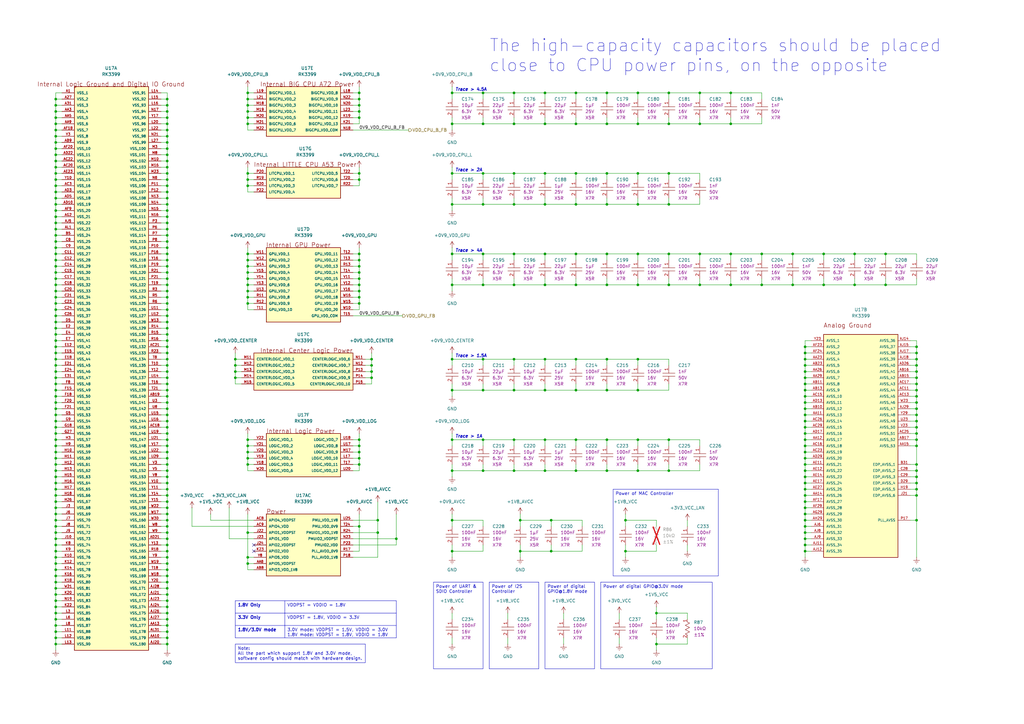
<source format=kicad_sch>
(kicad_sch (version 20250114) (generator "eeschema") (generator_version "9.0")
  (paper "A3")
  (title_block (title "CPU-RK3399 Power") (date "2026-01-14") (rev "1.0.0") (company "TickLab") (comment 1 "VESA-SBC3399"))
  (lib_symbols
    (symbol "component_library:Capacitors/0402B102K500NT"
      (property "Reference" "C" (at 1.27 -1.27 0))
      (property "Capacitance" "1nF" (at 0 0 0))
      (property "Voltage - Rated" "50V" (at 0 0 0))
      (property "Temperature Coefficient" "X7R" (at 0 0 0))
      (symbol "Capacitors/0402B102K500NT_1_1"
        (pin passive line (at 0 0 270) (length 3.175) (name "") (number "1"))
        (pin passive line (at 0 -7.62 90) (length 3.175) (name "") (number "2"))
      )
    )
    (symbol "component_library:Capacitors/CL05A105KA5NQNC"
      (property "Reference" "C" (at 1.27 -1.27 0))
      (property "Capacitance" "1µF" (at 0 0 0))
      (property "Voltage - Rated" "25V" (at 0 0 0))
      (property "Temperature Coefficient" "X5R" (at 0 0 0))
      (symbol "Capacitors/CL05A105KA5NQNC_1_1"
        (pin passive line (at 0 0 270) (length 3.175) (name "") (number "1"))
        (pin passive line (at 0 -7.62 90) (length 3.175) (name "") (number "2"))
      )
    )
    (symbol "component_library:Capacitors/CL05A106MQ5NUNC"
      (property "Reference" "C" (at 1.27 -1.27 0))
      (property "Capacitance" "10µF" (at 0 0 0))
      (property "Voltage - Rated" "6.3V" (at 0 0 0))
      (property "Temperature Coefficient" "X5R" (at 0 0 0))
      (symbol "Capacitors/CL05A106MQ5NUNC_1_1"
        (pin passive line (at 0 0 270) (length 3.175) (name "") (number "1"))
        (pin passive line (at 0 -7.62 90) (length 3.175) (name "") (number "2"))
      )
    )
    (symbol "component_library:Capacitors/CL05B104KO5NNNC"
      (property "Reference" "C" (at 1.27 -1.27 0))
      (property "Capacitance" "100nF" (at 0 0 0))
      (property "Voltage - Rated" "16V" (at 0 0 0))
      (property "Temperature Coefficient" "X7R" (at 0 0 0))
      (symbol "Capacitors/CL05B104KO5NNNC_1_1"
        (pin passive line (at 0 0 270) (length 3.175) (name "") (number "1"))
        (pin passive line (at 0 -7.62 90) (length 3.175) (name "") (number "2"))
      )
    )
    (symbol "component_library:Capacitors/CL10A226MQ8NRNC"
      (property "Reference" "C" (at 1.27 -1.27 0))
      (property "Capacitance" "22µF" (at 0 0 0))
      (property "Voltage - Rated" "6.3V" (at 0 0 0))
      (property "Temperature Coefficient" "X5R" (at 0 0 0))
      (symbol "Capacitors/CL10A226MQ8NRNC_1_1"
        (pin passive line (at 0 0 270) (length 3.175) (name "") (number "1"))
        (pin passive line (at 0 -7.62 90) (length 3.175) (name "") (number "2"))
      )
    )
    (symbol "component_library:Resistors/0402WGF1002TCE"
      (property "Reference" "R" (at 1.27 2.54 0))
      (property "Resistance" "10kΩ" (at 0 0 0))
      (property "Tolerance" "±1%" (at 0 0 0))
      (symbol "Resistors/0402WGF1002TCE_1_1"
        (pin passive line (at 0 0 0) (length 1.143) (name "") (number "1"))
        (pin passive line (at 7.62 0 180) (length 1.143) (name "") (number "2"))
      )
    )
    (symbol "component_library:System On Chip (SoC)/RK3399" (pin_names (offset 1.016))
      (property "Reference" "U" (at -22.86 119.38 0))
      (property "Value" "RK3399" (at -18.4683 -124.354 0))
      (symbol "System On Chip (SoC)/RK3399_1_0"
        (text "Internal Logic Ground and Digital IO Ground" (at -30.48 116.84 0) (effects (font (size 1.7823 1.7823)) (justify left bottom)))
        (pin power_in line (at -20.32 114.3 0) (length 5.08) (name "VSS_1") (number "A1"))
        (pin power_in line (at -20.32 111.76 0) (length 5.08) (name "VSS_2") (number "A27"))
        (pin power_in line (at -20.32 109.22 0) (length 5.08) (name "VSS_3") (number "A31"))
        (pin power_in line (at -20.32 106.68 0) (length 5.08) (name "VSS_4") (number "AA3"))
        (pin power_in line (at -20.32 104.14 0) (length 5.08) (name "VSS_5") (number "AA5"))
        (pin power_in line (at -20.32 101.6 0) (length 5.08) (name "VSS_6") (number "AA9"))
        (pin power_in line (at -20.32 99.06 0) (length 5.08) (name "VSS_7") (number "AF18"))
        (pin power_in line (at -20.32 96.52 0) (length 5.08) (name "VSS_8") (number "Y3"))
        (pin power_in line (at -20.32 93.98 0) (length 5.08) (name "VSS_9") (number "AB9"))
        (pin power_in line (at -20.32 91.44 0) (length 5.08) (name "VSS_10") (number "AF20"))
        (pin power_in line (at -20.32 88.9 0) (length 5.08) (name "VSS_11") (number "AD22"))
        (pin power_in line (at -20.32 86.36 0) (length 5.08) (name "VSS_12") (number "AC22"))
        (pin power_in line (at -20.32 83.82 0) (length 5.08) (name "VSS_13") (number "AC20"))
        (pin power_in line (at -20.32 81.28 0) (length 5.08) (name "VSS_14") (number "AE23"))
        (pin power_in line (at -20.32 78.74 0) (length 5.08) (name "VSS_15") (number "Y10"))
        (pin power_in line (at -20.32 76.2 0) (length 5.08) (name "VSS_16") (number "AC3"))
        (pin power_in line (at -20.32 73.66 0) (length 5.08) (name "VSS_17") (number "AD3"))
        (pin power_in line (at -20.32 71.12 0) (length 5.08) (name "VSS_18") (number "AD5"))
        (pin power_in line (at -20.32 68.58 0) (length 5.08) (name "VSS_19") (number "AD10"))
        (pin power_in line (at -20.32 66.04 0) (length 5.08) (name "VSS_20") (number "AF9"))
        (pin power_in line (at -20.32 63.5 0) (length 5.08) (name "VSS_21") (number "AG2"))
        (pin power_in line (at -20.32 60.96 0) (length 5.08) (name "VSS_22") (number "AJ5"))
        (pin power_in line (at -20.32 58.42 0) (length 5.08) (name "VSS_23") (number "AL1"))
        (pin power_in line (at -20.32 55.88 0) (length 5.08) (name "VSS_24") (number "B5"))
        (pin power_in line (at -20.32 53.34 0) (length 5.08) (name "VSS_25") (number "C8"))
        (pin power_in line (at -20.32 50.8 0) (length 5.08) (name "VSS_26") (number "C9"))
        (pin power_in line (at -20.32 48.26 0) (length 5.08) (name "VSS_27") (number "C11"))
        (pin power_in line (at -20.32 45.72 0) (length 5.08) (name "VSS_28") (number "C12"))
        (pin power_in line (at -20.32 43.18 0) (length 5.08) (name "VSS_29") (number "C14"))
        (pin power_in line (at -20.32 40.64 0) (length 5.08) (name "VSS_30") (number "C15"))
        (pin power_in line (at -20.32 38.1 0) (length 5.08) (name "VSS_31") (number "C17"))
        (pin power_in line (at -20.32 35.56 0) (length 5.08) (name "VSS_32") (number "C18"))
        (pin power_in line (at -20.32 33.02 0) (length 5.08) (name "VSS_33") (number "C20"))
        (pin power_in line (at -20.32 30.48 0) (length 5.08) (name "VSS_34") (number "C21"))
        (pin power_in line (at -20.32 27.94 0) (length 5.08) (name "VSS_35") (number "C23"))
        (pin power_in line (at -20.32 25.4 0) (length 5.08) (name "VSS_36") (number "C24"))
        (pin power_in line (at -20.32 22.86 0) (length 5.08) (name "VSS_37") (number "C26"))
        (pin power_in line (at -20.32 20.32 0) (length 5.08) (name "VSS_38") (number "D5"))
        (pin power_in line (at -20.32 17.78 0) (length 5.08) (name "VSS_39") (number "E2"))
        (pin power_in line (at -20.32 15.24 0) (length 5.08) (name "VSS_40") (number "E4"))
        (pin power_in line (at -20.32 12.7 0) (length 5.08) (name "VSS_41") (number "E7"))
        (pin power_in line (at -20.32 10.16 0) (length 5.08) (name "VSS_42") (number "E12"))
        (pin power_in line (at -20.32 7.62 0) (length 5.08) (name "VSS_43") (number "E15"))
        (pin power_in line (at -20.32 5.08 0) (length 5.08) (name "VSS_44") (number "E18"))
        (pin power_in line (at -20.32 2.54 0) (length 5.08) (name "VSS_45") (number "E21"))
        (pin power_in line (at -20.32 0 0) (length 5.08) (name "VSS_46") (number "E24"))
        (pin power_in line (at -20.32 -2.54 0) (length 5.08) (name "VSS_47") (number "E31"))
        (pin power_in line (at -20.32 -5.08 0) (length 5.08) (name "VSS_48") (number "F8"))
        (pin power_in line (at -20.32 -7.62 0) (length 5.08) (name "VSS_49") (number "F15"))
        (pin power_in line (at -20.32 -10.16 0) (length 5.08) (name "VSS_50") (number "F18"))
        (pin power_in line (at -20.32 -12.7 0) (length 5.08) (name "VSS_51") (number "F20"))
        (pin power_in line (at -20.32 -15.24 0) (length 5.08) (name "VSS_52") (number "F21"))
        (pin power_in line (at -20.32 -17.78 0) (length 5.08) (name "VSS_53") (number "G5"))
        (pin power_in line (at -20.32 -20.32 0) (length 5.08) (name "VSS_54") (number "G9"))
        (pin power_in line (at -20.32 -22.86 0) (length 5.08) (name "VSS_55") (number "G18"))
        (pin power_in line (at -20.32 -25.4 0) (length 5.08) (name "VSS_56") (number "G27"))
        (pin power_in line (at -20.32 -27.94 0) (length 5.08) (name "VSS_57") (number "H3"))
        (pin power_in line (at -20.32 -30.48 0) (length 5.08) (name "VSS_58") (number "H9"))
        (pin power_in line (at -20.32 -33.02 0) (length 5.08) (name "VSS_59") (number "H10"))
        (pin power_in line (at -20.32 -35.56 0) (length 5.08) (name "VSS_60") (number "H11"))
        (pin power_in line (at -20.32 -38.1 0) (length 5.08) (name "VSS_61") (number "H12"))
        (pin power_in line (at -20.32 -40.64 0) (length 5.08) (name "VSS_62") (number "H13"))
        (pin power_in line (at -20.32 -43.18 0) (length 5.08) (name "VSS_63") (number "H15"))
        (pin power_in line (at -20.32 -45.72 0) (length 5.08) (name "VSS_64") (number "H16"))
        (pin power_in line (at -20.32 -48.26 0) (length 5.08) (name "VSS_65") (number "H17"))
        (pin power_in line (at -20.32 -50.8 0) (length 5.08) (name "VSS_66") (number "H18"))
        (pin power_in line (at -20.32 -53.34 0) (length 5.08) (name "VSS_67") (number "H26"))
        (pin power_in line (at -20.32 -55.88 0) (length 5.08) (name "VSS_68") (number "J3"))
        (pin power_in line (at -20.32 -58.42 0) (length 5.08) (name "VSS_69") (number "J6"))
        (pin power_in line (at -20.32 -60.96 0) (length 5.08) (name "VSS_70") (number "J7"))
        (pin power_in line (at -20.32 -63.5 0) (length 5.08) (name "VSS_71") (number "J8"))
        (pin power_in line (at -20.32 -66.04 0) (length 5.08) (name "VSS_72") (number "J9"))
        (pin power_in line (at -20.32 -68.58 0) (length 5.08) (name "VSS_73") (number "J10"))
        (pin power_in line (at -20.32 -71.12 0) (length 5.08) (name "VSS_74") (number "K8"))
        (pin power_in line (at -20.32 -73.66 0) (length 5.08) (name "VSS_75") (number "K9"))
        (pin power_in line (at -20.32 -76.2 0) (length 5.08) (name "VSS_76") (number "K10"))
        (pin power_in line (at -20.32 -78.74 0) (length 5.08) (name "VSS_77") (number "K12"))
        (pin power_in line (at -20.32 -81.28 0) (length 5.08) (name "VSS_78") (number "K14"))
        (pin power_in line (at -20.32 -83.82 0) (length 5.08) (name "VSS_79") (number "K16"))
        (pin power_in line (at -20.32 -86.36 0) (length 5.08) (name "VSS_80") (number "K18"))
        (pin power_in line (at -20.32 -88.9 0) (length 5.08) (name "VSS_81") (number "W21"))
        (pin power_in line (at -20.32 -91.44 0) (length 5.08) (name "VSS_82") (number "K20"))
        (pin power_in line (at -20.32 -93.98 0) (length 5.08) (name "VSS_83") (number "N19"))
        (pin power_in line (at -20.32 -96.52 0) (length 5.08) (name "VSS_84") (number "K22"))
        (pin power_in line (at -20.32 -99.06 0) (length 5.08) (name "VSS_85") (number "L3"))
        (pin power_in line (at -20.32 -101.6 0) (length 5.08) (name "VSS_86") (number "L6"))
        (pin power_in line (at -20.32 -104.14 0) (length 5.08) (name "VSS_87") (number "L8"))
        (pin power_in line (at -20.32 -106.68 0) (length 5.08) (name "VSS_88") (number "L11"))
        (pin power_in line (at -20.32 -109.22 0) (length 5.08) (name "VSS_89") (number "L12"))
        (pin power_in line (at -20.32 -111.76 0) (length 5.08) (name "VSS_90") (number "L13"))
        (pin power_in line (at 20.32 114.3 180) (length 5.08) (name "VSS_91") (number "L14"))
        (pin power_in line (at 20.32 111.76 180) (length 5.08) (name "VSS_92") (number "L15"))
        (pin power_in line (at 20.32 109.22 180) (length 5.08) (name "VSS_93") (number "L16"))
        (pin power_in line (at 20.32 106.68 180) (length 5.08) (name "VSS_94") (number "N17"))
        (pin power_in line (at 20.32 104.14 180) (length 5.08) (name "VSS_95") (number "Y17"))
        (pin power_in line (at 20.32 101.6 180) (length 5.08) (name "VSS_96") (number "L20"))
        (pin power_in line (at 20.32 99.06 180) (length 5.08) (name "VSS_97") (number "L22"))
        (pin power_in line (at 20.32 96.52 180) (length 5.08) (name "VSS_98") (number "N21"))
        (pin power_in line (at 20.32 93.98 180) (length 5.08) (name "VSS_99") (number "L27"))
        (pin power_in line (at 20.32 91.44 180) (length 5.08) (name "VSS_100") (number "M3"))
        (pin power_in line (at 20.32 88.9 180) (length 5.08) (name "VSS_101") (number "M8"))
        (pin power_in line (at 20.32 86.36 180) (length 5.08) (name "VSS_102") (number "M10"))
        (pin power_in line (at 20.32 83.82 180) (length 5.08) (name "VSS_103") (number "M16"))
        (pin power_in line (at 20.32 81.28 180) (length 5.08) (name "VSS_104") (number "M23"))
        (pin power_in line (at 20.32 78.74 180) (length 5.08) (name "VSS_105") (number "N8"))
        (pin power_in line (at 20.32 76.2 180) (length 5.08) (name "VSS_106") (number "P11"))
        (pin power_in line (at 20.32 73.66 180) (length 5.08) (name "VSS_107") (number "P12"))
        (pin power_in line (at 20.32 71.12 180) (length 5.08) (name "VSS_108") (number "N13"))
        (pin power_in line (at 20.32 68.58 180) (length 5.08) (name "VSS_109") (number "N14"))
        (pin power_in line (at 20.32 66.04 180) (length 5.08) (name "VSS_110") (number "N15"))
        (pin power_in line (at 20.32 63.5 180) (length 5.08) (name "VSS_111") (number "N16"))
        (pin power_in line (at 20.32 60.96 180) (length 5.08) (name "VSS_112") (number "P3"))
        (pin power_in line (at 20.32 58.42 180) (length 5.08) (name "VSS_113") (number "P6"))
        (pin power_in line (at 20.32 55.88 180) (length 5.08) (name "VSS_114") (number "P7"))
        (pin power_in line (at 20.32 53.34 180) (length 5.08) (name "VSS_115") (number "P8"))
        (pin power_in line (at 20.32 50.8 180) (length 5.08) (name "VSS_116") (number "P10"))
        (pin power_in line (at 20.32 48.26 180) (length 5.08) (name "VSS_117") (number "P16"))
        (pin power_in line (at 20.32 45.72 180) (length 5.08) (name "VSS_118") (number "Y16"))
        (pin power_in line (at 20.32 43.18 180) (length 5.08) (name "VSS_119") (number "P19"))
        (pin power_in line (at 20.32 40.64 180) (length 5.08) (name "VSS_120") (number "R21"))
        (pin power_in line (at 20.32 38.1 180) (length 5.08) (name "VSS_121") (number "P21"))
        (pin power_in line (at 20.32 35.56 180) (length 5.08) (name "VSS_122") (number "T19"))
        (pin power_in line (at 20.32 33.02 180) (length 5.08) (name "VSS_123") (number "R3"))
        (pin power_in line (at 20.32 30.48 180) (length 5.08) (name "VSS_124") (number "R5"))
        (pin power_in line (at 20.32 27.94 180) (length 5.08) (name "VSS_125") (number "R6"))
        (pin power_in line (at 20.32 25.4 180) (length 5.08) (name "VSS_126") (number "U11"))
        (pin power_in line (at 20.32 22.86 180) (length 5.08) (name "VSS_127") (number "U12"))
        (pin power_in line (at 20.32 20.32 180) (length 5.08) (name "VSS_128") (number "W13"))
        (pin power_in line (at 20.32 17.78 180) (length 5.08) (name "VSS_129") (number "R14"))
        (pin power_in line (at 20.32 15.24 180) (length 5.08) (name "VSS_130") (number "R15"))
        (pin power_in line (at 20.32 12.7 180) (length 5.08) (name "VSS_131") (number "R16"))
        (pin power_in line (at 20.32 10.16 180) (length 5.08) (name "VSS_132") (number "AC21"))
        (pin power_in line (at 20.32 7.62 180) (length 5.08) (name "VSS_133") (number "R23"))
        (pin power_in line (at 20.32 5.08 180) (length 5.08) (name "VSS_134") (number "T8"))
        (pin power_in line (at 20.32 2.54 180) (length 5.08) (name "VSS_135") (number "T10"))
        (pin power_in line (at 20.32 0 180) (length 5.08) (name "VSS_136") (number "Y12"))
        (pin power_in line (at 20.32 -2.54 180) (length 5.08) (name "VSS_137") (number "U14"))
        (pin power_in line (at 20.32 -5.08 180) (length 5.08) (name "VSS_138") (number "T16"))
        (pin power_in line (at 20.32 -7.62 180) (length 5.08) (name "VSS_139") (number "T21"))
        (pin power_in line (at 20.32 -10.16 180) (length 5.08) (name "VSS_140") (number "AB19"))
        (pin power_in line (at 20.32 -12.7 180) (length 5.08) (name "VSS_141") (number "U3"))
        (pin power_in line (at 20.32 -15.24 180) (length 5.08) (name "VSS_142") (number "U8"))
        (pin power_in line (at 20.32 -17.78 180) (length 5.08) (name "VSS_143") (number "U15"))
        (pin power_in line (at 20.32 -20.32 180) (length 5.08) (name "VSS_144") (number "U16"))
        (pin power_in line (at 20.32 -22.86 180) (length 5.08) (name "VSS_145") (number "AC18"))
        (pin power_in line (at 20.32 -25.4 180) (length 5.08) (name "VSS_146") (number "U19"))
        (pin power_in line (at 20.32 -27.94 180) (length 5.08) (name "VSS_147") (number "U21"))
        (pin power_in line (at 20.32 -30.48 180) (length 5.08) (name "VSS_148") (number "V17"))
        (pin power_in line (at 20.32 -33.02 180) (length 5.08) (name "VSS_149") (number "U22"))
        (pin power_in line (at 20.32 -35.56 180) (length 5.08) (name "VSS_150") (number "U29"))
        (pin power_in line (at 20.32 -38.1 180) (length 5.08) (name "VSS_151") (number "V3"))
        (pin power_in line (at 20.32 -40.64 180) (length 5.08) (name "VSS_152") (number "V5"))
        (pin power_in line (at 20.32 -43.18 180) (length 5.08) (name "VSS_153") (number "V8"))
        (pin power_in line (at 20.32 -45.72 180) (length 5.08) (name "VSS_154") (number "V10"))
        (pin power_in line (at 20.32 -48.26 180) (length 5.08) (name "VSS_155") (number "Y11"))
        (pin power_in line (at 20.32 -50.8 180) (length 5.08) (name "VSS_156") (number "Y14"))
        (pin power_in line (at 20.32 -53.34 180) (length 5.08) (name "VSS_157") (number "Y15"))
        (pin power_in line (at 20.32 -55.88 180) (length 5.08) (name "VSS_158") (number "W22"))
        (pin power_in line (at 20.32 -58.42 180) (length 5.08) (name "VSS_159") (number "W17"))
        (pin power_in line (at 20.32 -60.96 180) (length 5.08) (name "VSS_160") (number "W30"))
        (pin power_in line (at 20.32 -63.5 180) (length 5.08) (name "VSS_161") (number "W8"))
        (pin power_in line (at 20.32 -66.04 180) (length 5.08) (name "VSS_162") (number "W9"))
        (pin power_in line (at 20.32 -68.58 180) (length 5.08) (name "VSS_163") (number "AD21"))
        (pin power_in line (at 20.32 -71.12 180) (length 5.08) (name "VSS_164") (number "Y13"))
        (pin power_in line (at 20.32 -73.66 180) (length 5.08) (name "VSS_165") (number "R18"))
        (pin power_in line (at 20.32 -76.2 180) (length 5.08) (name "VSS_166") (number "Y9"))
        (pin power_in line (at 20.32 -78.74 180) (length 5.08) (name "VSS_167") (number "W19"))
        (pin power_in line (at 20.32 -81.28 180) (length 5.08) (name "VSS_168") (number "T18"))
        (pin power_in line (at 20.32 -83.82 180) (length 5.08) (name "VSS_169") (number "W18"))
        (pin power_in line (at 20.32 -86.36 180) (length 5.08) (name "VSS_170") (number "Y20"))
        (pin power_in line (at 20.32 -88.9 180) (length 5.08) (name "VSS_171") (number "AJ28"))
        (pin power_in line (at 20.32 -91.44 180) (length 5.08) (name "VSS_172") (number "AJ21"))
        (pin power_in line (at 20.32 -93.98 180) (length 5.08) (name "VSS_173") (number "AJ23"))
        (pin power_in line (at 20.32 -96.52 180) (length 5.08) (name "VSS_174") (number "AJ24"))
        (pin power_in line (at 20.32 -99.06 180) (length 5.08) (name "VSS_175") (number "AJ26"))
        (pin power_in line (at 20.32 -101.6 180) (length 5.08) (name "VSS_176") (number "AJ27"))
        (pin power_in line (at 20.32 -104.14 180) (length 5.08) (name "VSS_177") (number "AA13"))
        (pin power_in line (at 20.32 -106.68 180) (length 5.08) (name "VSS_178") (number "AL31"))
        (pin power_in line (at 20.32 -109.22 180) (length 5.08) (name "VSS_179") (number "AA10"))
        (pin power_in line (at 20.32 -111.76 180) (length 5.08) (name "VSS_180") (number "AJ20"))
      )
      (symbol "System On Chip (SoC)/RK3399_2_0"
        (text "Analog Ground" (at -15.3236 48.4013 0) (effects (font (size 1.784 1.784)) (justify left bottom)))
        (pin power_in line (at -20.32 43.18 0) (length 5.08) (name "AVSS_1") (number "Y23"))
        (pin power_in line (at -20.32 40.64 0) (length 5.08) (name "AVSS_2") (number "AF23"))
        (pin power_in line (at -20.32 38.1 0) (length 5.08) (name "AVSS_3") (number "AF24"))
        (pin power_in line (at -20.32 35.56 0) (length 5.08) (name "AVSS_4") (number "AA23"))
        (pin power_in line (at -20.32 33.02 0) (length 5.08) (name "AVSS_5") (number "AB23"))
        (pin power_in line (at -20.32 30.48 0) (length 5.08) (name "AVSS_6") (number "AA26"))
        (pin power_in line (at -20.32 27.94 0) (length 5.08) (name "AVSS_7") (number "AA29"))
        (pin power_in line (at -20.32 25.4 0) (length 5.08) (name "AVSS_8") (number "AB11"))
        (pin power_in line (at -20.32 22.86 0) (length 5.08) (name "AVSS_9") (number "AB13"))
        (pin power_in line (at -20.32 20.32 0) (length 5.08) (name "AVSS_10") (number "AC15"))
        (pin power_in line (at -20.32 17.78 0) (length 5.08) (name "AVSS_11") (number "AD13"))
        (pin power_in line (at -20.32 15.24 0) (length 5.08) (name "AVSS_12") (number "AB10"))
        (pin power_in line (at -20.32 12.7 0) (length 5.08) (name "AVSS_13") (number "AA11"))
        (pin power_in line (at -20.32 10.16 0) (length 5.08) (name "AVSS_14") (number "AC26"))
        (pin power_in line (at -20.32 7.62 0) (length 5.08) (name "AVSS_15") (number "AC29"))
        (pin power_in line (at -20.32 5.08 0) (length 5.08) (name "AVSS_16") (number "AD17"))
        (pin power_in line (at -20.32 2.54 0) (length 5.08) (name "AVSS_17") (number "AA12"))
        (pin power_in line (at -20.32 0 0) (length 5.08) (name "AVSS_18") (number "AC16"))
        (pin power_in line (at -20.32 -2.54 0) (length 5.08) (name "AVSS_19") (number "AC23"))
        (pin power_in line (at -20.32 -5.08 0) (length 5.08) (name "AVSS_20") (number "AD29"))
        (pin power_in line (at -20.32 -7.62 0) (length 5.08) (name "AVSS_21") (number "AE11"))
        (pin power_in line (at -20.32 -10.16 0) (length 5.08) (name "AVSS_22") (number "AE12"))
        (pin power_in line (at -20.32 -12.7 0) (length 5.08) (name "AVSS_23") (number "AE14"))
        (pin power_in line (at -20.32 -15.24 0) (length 5.08) (name "AVSS_24") (number "AE17"))
        (pin power_in line (at -20.32 -17.78 0) (length 5.08) (name "AVSS_25") (number "AE27"))
        (pin power_in line (at -20.32 -20.32 0) (length 5.08) (name "AVSS_26") (number "AA14"))
        (pin power_in line (at -20.32 -22.86 0) (length 5.08) (name "AVSS_27") (number "AF17"))
        (pin power_in line (at -20.32 -25.4 0) (length 5.08) (name "AVSS_28") (number "AF29"))
        (pin power_in line (at -20.32 -27.94 0) (length 5.08) (name "AVSS_29") (number "AG29"))
        (pin power_in line (at -20.32 -30.48 0) (length 5.08) (name "AVSS_30") (number "AH29"))
        (pin power_in line (at -20.32 -33.02 0) (length 5.08) (name "AVSS_31") (number "AJ6"))
        (pin power_in line (at -20.32 -35.56 0) (length 5.08) (name "AVSS_32") (number "AJ8"))
        (pin power_in line (at -20.32 -38.1 0) (length 5.08) (name "AVSS_33") (number "AJ9"))
        (pin power_in line (at -20.32 -40.64 0) (length 5.08) (name "AVSS_34") (number "AJ11"))
        (pin power_in line (at -20.32 -43.18 0) (length 5.08) (name "AVSS_35") (number "AJ12"))
        (pin power_in line (at 20.32 43.18 180) (length 5.08) (name "AVSS_36") (number "AJ14"))
        (pin power_in line (at 20.32 40.64 180) (length 5.08) (name "AVSS_37") (number "AJ15"))
        (pin power_in line (at 20.32 38.1 180) (length 5.08) (name "AVSS_38") (number "AJ17"))
        (pin power_in line (at 20.32 35.56 180) (length 5.08) (name "AVSS_39") (number "AJ18"))
        (pin power_in line (at 20.32 33.02 180) (length 5.08) (name "AVSS_40") (number "AD26"))
        (pin power_in line (at 20.32 30.48 180) (length 5.08) (name "AVSS_41") (number "AB16"))
        (pin power_in line (at 20.32 27.94 180) (length 5.08) (name "AVSS_42") (number "AB15"))
        (pin power_in line (at 20.32 25.4 180) (length 5.08) (name "AVSS_43") (number "AC17"))
        (pin power_in line (at 20.32 22.86 180) (length 5.08) (name "AVSS_44") (number "AC11"))
        (pin power_in line (at 20.32 20.32 180) (length 5.08) (name "AVSS_45") (number "AC13"))
        (pin power_in line (at 20.32 17.78 180) (length 5.08) (name "AVSS_46") (number "W23"))
        (pin power_in line (at 20.32 15.24 180) (length 5.08) (name "AVSS_47") (number "AJ29"))
        (pin power_in line (at 20.32 12.7 180) (length 5.08) (name "AVSS_48") (number "Y29"))
        (pin power_in line (at 20.32 10.16 180) (length 5.08) (name "AVSS_49") (number "U23"))
        (pin power_in line (at 20.32 7.62 180) (length 5.08) (name "AVSS_50") (number "V23"))
        (pin power_in line (at 20.32 5.08 180) (length 5.08) (name "AVSS_51") (number "AC25"))
        (pin power_in line (at 20.32 2.54 180) (length 5.08) (name "AVSS_52") (number "AB17"))
        (pin power_in line (at 20.32 0 180) (length 5.08) (name "AVSS_53") (number "AA15"))
        (pin power_in line (at 20.32 -7.62 180) (length 5.08) (name "EDP_AVSS_1") (number "B31"))
        (pin power_in line (at 20.32 -10.16 180) (length 5.08) (name "EDP_AVSS_2") (number "C28"))
        (pin power_in line (at 20.32 -12.7 180) (length 5.08) (name "EDP_AVSS_3") (number "C29"))
        (pin power_in line (at 20.32 -15.24 180) (length 5.08) (name "EDP_AVSS_4") (number "D29"))
        (pin power_in line (at 20.32 -17.78 180) (length 5.08) (name "EDP_AVSS_5") (number "H19"))
        (pin power_in line (at 20.32 -20.32 180) (length 5.08) (name "EDP_AVSS_6") (number "J21"))
        (pin power_in line (at 20.32 -30.48 180) (length 5.08) (name "PLL_AVSS") (number "P17"))
      )
      (symbol "System On Chip (SoC)/RK3399_3_0"
        (text "Internal Center Logic Power" (at -17.78 7.62 0) (effects (font (size 1.7808 1.7808)) (justify left bottom)))
        (pin power_in line (at -25.4 5.08 0) (length 5.08) (name "CENTERLOGIC_VDD_1") (number "M11"))
        (pin power_in line (at -25.4 2.54 0) (length 5.08) (name "CENTERLOGIC_VDD_2") (number "M12"))
        (pin power_in line (at -25.4 0 0) (length 5.08) (name "CENTERLOGIC_VDD_3") (number "M13"))
        (pin power_in line (at -25.4 -2.54 0) (length 5.08) (name "CENTERLOGIC_VDD_4") (number "M14"))
        (pin power_in line (at -25.4 -5.08 0) (length 5.08) (name "CENTERLOGIC_VDD_5") (number "M15"))
        (pin power_in line (at 25.4 5.08 180) (length 5.08) (name "CENTERLOGIC_VDD_6") (number "N11"))
        (pin power_in line (at 25.4 2.54 180) (length 5.08) (name "CENTERLOGIC_VDD_7") (number "N12"))
        (pin power_in line (at 25.4 0 180) (length 5.08) (name "CENTERLOGIC_VDD_8") (number "P13"))
        (pin power_in line (at 25.4 -2.54 180) (length 5.08) (name "CENTERLOGIC_VDD_9") (number "P14"))
        (pin power_in line (at 25.4 -5.08 180) (length 5.08) (name "CENTERLOGIC_VDD_10") (number "P15"))
      )
      (symbol "System On Chip (SoC)/RK3399_4_0"
        (text "Internal GPU Power" (at -15.3324 15.3417 0) (effects (font (size 1.7843 1.7843)) (justify left bottom)))
        (pin power_in line (at -20.32 12.7 0) (length 5.08) (name "GPU_VDD_1") (number "W11"))
        (pin power_in line (at -20.32 10.16 0) (length 5.08) (name "GPU_VDD_2") (number "W12"))
        (pin power_in line (at -20.32 7.62 0) (length 5.08) (name "GPU_VDD_3") (number "W14"))
        (pin power_in line (at -20.32 5.08 0) (length 5.08) (name "GPU_VDD_4") (number "V15"))
        (pin power_in line (at -20.32 2.54 0) (length 5.08) (name "GPU_VDD_5") (number "V14"))
        (pin power_in line (at -20.32 0 0) (length 5.08) (name "GPU_VDD_6") (number "V13"))
        (pin power_in line (at -20.32 -2.54 0) (length 5.08) (name "GPU_VDD_7") (number "U13"))
        (pin power_in line (at -20.32 -5.08 0) (length 5.08) (name "GPU_VDD_8") (number "R11"))
        (pin power_in line (at -20.32 -7.62 0) (length 5.08) (name "GPU_VDD_9") (number "R12"))
        (pin power_in line (at -20.32 -10.16 0) (length 5.08) (name "GPU_VDD_10") (number "T11"))
        (pin power_in line (at 20.32 12.7 180) (length 5.08) (name "GPU_VDD_11") (number "T12"))
        (pin power_in line (at 20.32 10.16 180) (length 5.08) (name "GPU_VDD_12") (number "T13"))
        (pin power_in line (at 20.32 7.62 180) (length 5.08) (name "GPU_VDD_13") (number "R13"))
        (pin power_in line (at 20.32 5.08 180) (length 5.08) (name "GPU_VDD_14") (number "T14"))
        (pin power_in line (at 20.32 2.54 180) (length 5.08) (name "GPU_VDD_15") (number "V11"))
        (pin power_in line (at 20.32 0 180) (length 5.08) (name "GPU_VDD_16") (number "V12"))
        (pin power_in line (at 20.32 -2.54 180) (length 5.08) (name "GPU_VDD_17") (number "V16"))
        (pin power_in line (at 20.32 -5.08 180) (length 5.08) (name "GPU_VDD_18") (number "W16"))
        (pin power_in line (at 20.32 -7.62 180) (length 5.08) (name "GPU_VDD_19") (number "W15"))
        (pin power_in line (at 20.32 -10.16 180) (length 5.08) (name "GPU_VDD_20") (number "W10"))
        (pin power_out line (at 20.32 -12.7 180) (length 5.08) (name "GPU_VDD_COM") (number "T15"))
      )
      (symbol "System On Chip (SoC)/RK3399_5_0"
        (text "Internal BIG CPU A72 Power" (at -17.78 10.16 0) (effects (font (size 1.7837 1.7837)) (justify left bottom)))
        (pin power_in line (at -20.32 7.62 0) (length 5.08) (name "BIGCPU_VDD_1") (number "L19"))
        (pin power_in line (at -20.32 5.08 0) (length 5.08) (name "BIGCPU_VDD_2") (number "L21"))
        (pin power_in line (at -20.32 2.54 0) (length 5.08) (name "BIGCPU_VDD_3") (number "M18"))
        (pin power_in line (at -20.32 0 0) (length 5.08) (name "BIGCPU_VDD_4") (number "M19"))
        (pin power_in line (at -20.32 -2.54 0) (length 5.08) (name "BIGCPU_VDD_5") (number "M20"))
        (pin power_in line (at -20.32 -5.08 0) (length 5.08) (name "BIGCPU_VDD_6") (number "M21"))
        (pin power_in line (at -20.32 -7.62 0) (length 5.08) (name "BIGCPU_VDD_7") (number "M22"))
        (pin power_in line (at 20.32 7.62 180) (length 5.08) (name "BIGCPU_VDD_8") (number "L18"))
        (pin power_in line (at 20.32 5.08 180) (length 5.08) (name "BIGCPU_VDD_9") (number "N22"))
        (pin power_in line (at 20.32 2.54 180) (length 5.08) (name "BIGCPU_VDD_10") (number "N20"))
        (pin power_in line (at 20.32 0 180) (length 5.08) (name "BIGCPU_VDD_11") (number "L23"))
        (pin power_in line (at 20.32 -2.54 180) (length 5.08) (name "BIGCPU_VDD_12") (number "K19"))
        (pin power_in line (at 20.32 -5.08 180) (length 5.08) (name "BIGCPU_VDD_13") (number "K21"))
        (pin power_out line (at 20.32 -7.62 180) (length 5.08) (name "BIGCPU_VDD_COM") (number "N18"))
      )
      (symbol "System On Chip (SoC)/RK3399_6_0"
        (text "Internal Logic Power" (at -15.24 10.16 0) (effects (font (size 1.7838 1.7838)) (justify left bottom)))
        (pin power_in line (at -20.32 7.62 0) (length 5.08) (name "LOGIC_VDD_1") (number "V22"))
        (pin power_in line (at -20.32 5.08 0) (length 5.08) (name "LOGIC_VDD_2") (number "V21"))
        (pin power_in line (at -20.32 2.54 0) (length 5.08) (name "LOGIC_VDD_3") (number "V20"))
        (pin power_in line (at -20.32 0 0) (length 5.08) (name "LOGIC_VDD_4") (number "V19"))
        (pin power_in line (at -20.32 -2.54 0) (length 5.08) (name "LOGIC_VDD_5") (number "V18"))
        (pin power_in line (at -20.32 -5.08 0) (length 5.08) (name "LOGIC_VDD_6") (number "W20"))
        (pin power_in line (at 20.32 7.62 180) (length 5.08) (name "LOGIC_VDD_7") (number "U18"))
        (pin power_in line (at 20.32 5.08 180) (length 5.08) (name "LOGIC_VDD_8") (number "U17"))
        (pin power_in line (at 20.32 2.54 180) (length 5.08) (name "LOGIC_VDD_9") (number "M17"))
        (pin power_in line (at 20.32 0 180) (length 5.08) (name "LOGIC_VDD_10") (number "L17"))
        (pin power_in line (at 20.32 -2.54 180) (length 5.08) (name "LOGIC_VDD_11") (number "T17"))
        (pin power_in line (at 20.32 -5.08 180) (length 5.08) (name "LOGIC_VDD_12") (number "U20"))
      )
      (symbol "System On Chip (SoC)/RK3399_7_0"
        (text "Internal LITTLE CPU A53 Power" (at -20.4095 5.1351 0) (effects (font (size 1.7835 1.7835)) (justify left bottom)))
        (pin power_in line (at -20.32 2.54 0) (length 5.08) (name "LITCPU_VDD_1") (number "P20"))
        (pin power_in line (at -20.32 0 0) (length 5.08) (name "LITCPU_VDD_2") (number "R19"))
        (pin power_in line (at -20.32 -2.54 0) (length 5.08) (name "LITCPU_VDD_3") (number "R20"))
        (pin power_in line (at -20.32 -5.08 0) (length 5.08) (name "LITCPU_VDD_4") (number "P22"))
        (pin power_in line (at 20.32 2.54 180) (length 5.08) (name "LITCPU_VDD_5") (number "T22"))
        (pin power_in line (at 20.32 0 180) (length 5.08) (name "LITCPU_VDD_6") (number "T20"))
        (pin power_in line (at 20.32 -2.54 180) (length 5.08) (name "LITCPU_VDD_7") (number "R22"))
      )
      (symbol "System On Chip (SoC)/RK3399_8_0"
        (text "PCIe differential data I/O signals" (at -20.4082 22.9382 0) (effects (font (size 1.7834 1.7834)) (justify left bottom)))
        (pin input line (at -25.4 20.32 0) (length 5.08) (name "PCIE_RX0_P") (number "AF30"))
        (pin input line (at -25.4 17.78 0) (length 5.08) (name "PCIE_RX0_N") (number "AF31"))
        (pin input line (at -25.4 12.7 0) (length 5.08) (name "PCIE_RX1_P") (number "AH30"))
        (pin input line (at -25.4 10.16 0) (length 5.08) (name "PCIE_RX1_N") (number "AH31"))
        (pin input line (at -25.4 5.08 0) (length 5.08) (name "PCIE_RX2_P") (number "AC27"))
        (pin input line (at -25.4 2.54 0) (length 5.08) (name "PCIE_RX2_N") (number "AC28"))
        (pin input line (at -25.4 -2.54 0) (length 5.08) (name "PCIE_RX3_P") (number "AF27"))
        (pin input line (at -25.4 -5.08 0) (length 5.08) (name "PCIE_RX3_N") (number "AF28"))
        (pin input clock (at -25.4 -10.16 0) (length 5.08) (name "GPIO4_D0/PCIE_CLKREQNB") (number "AE6"))
        (pin output line (at 25.4 20.32 180) (length 5.08) (name "PCIE_TX0_P") (number "AE30"))
        (pin output line (at 25.4 17.78 180) (length 5.08) (name "PCIE_TX0_N") (number "AE31"))
        (pin output line (at 25.4 12.7 180) (length 5.08) (name "PCIE_TX1_P") (number "AG30"))
        (pin output line (at 25.4 10.16 180) (length 5.08) (name "PCIE_TX1_N") (number "AG31"))
        (pin output line (at 25.4 5.08 180) (length 5.08) (name "PCIE_TX2_P") (number "AA27"))
        (pin output line (at 25.4 2.54 180) (length 5.08) (name "PCIE_TX2_N") (number "AA28"))
        (pin output line (at 25.4 -2.54 180) (length 5.08) (name "PCIE_TX3_P") (number "AD27"))
        (pin output line (at 25.4 -5.08 180) (length 5.08) (name "PCIE_TX3_N") (number "AD28"))
        (pin output line (at 25.4 -10.16 180) (length 5.08) (name "PCIE_RCLK_100M_P") (number "AD31"))
        (pin output line (at 25.4 -12.7 180) (length 5.08) (name "PCIE_RCLK_100M_N") (number "AD30"))
        (pin power_in line (at 25.4 -17.78 180) (length 5.08) (name "PCIE_AVDD_0V9") (number "W24"))
        (pin power_in line (at 25.4 -20.32 180) (length 5.08) (name "PCIE_AVDD_1V8") (number "Y24"))
      )
      (symbol "System On Chip (SoC)/RK3399_9_0"
        (text "DDRC0" (at -20.4006 73.8062 0) (effects (font (size 1.7827 1.7827)) (justify left bottom)))
        (pin bidirectional line (at -25.4 71.12 0) (length 5.08) (name "DDR0_DQ0") (number "AB2"))
        (pin bidirectional line (at -25.4 68.58 0) (length 5.08) (name "DDR0_DQ1") (number "AB1"))
        (pin bidirectional line (at -25.4 66.04 0) (length 5.08) (name "DDR0_DQ2") (number "AA2"))
        (pin bidirectional line (at -25.4 63.5 0) (length 5.08) (name "DDR0_DQ3") (number "AA1"))
        (pin bidirectional line (at -25.4 60.96 0) (length 5.08) (name "DDR0_DQ4") (number "Y2"))
        (pin bidirectional line (at -25.4 58.42 0) (length 5.08) (name "DDR0_DQ5") (number "Y1"))
        (pin bidirectional line (at -25.4 55.88 0) (length 5.08) (name "DDR0_DQ6") (number "W1"))
        (pin bidirectional line (at -25.4 53.34 0) (length 5.08) (name "DDR0_DQ7") (number "W2"))
        (pin bidirectional line (at -25.4 50.8 0) (length 5.08) (name "DDR0_DQ8") (number "AF2"))
        (pin bidirectional line (at -25.4 48.26 0) (length 5.08) (name "DDR0_DQ9") (number "AE2"))
        (pin bidirectional line (at -25.4 45.72 0) (length 5.08) (name "DDR0_DQ10") (number "AF1"))
        (pin bidirectional line (at -25.4 43.18 0) (length 5.08) (name "DDR0_DQ11") (number "AD2"))
        (pin bidirectional line (at -25.4 40.64 0) (length 5.08) (name "DDR0_DQ12") (number "AE1"))
        (pin bidirectional line (at -25.4 38.1 0) (length 5.08) (name "DDR0_DQ13") (number "AD1"))
        (pin bidirectional line (at -25.4 35.56 0) (length 5.08) (name "DDR0_DQ14") (number "AC1"))
        (pin bidirectional line (at -25.4 33.02 0) (length 5.08) (name "DDR0_DQ15") (number "AC2"))
        (pin bidirectional line (at -25.4 30.48 0) (length 5.08) (name "DDR0_DQ16") (number "V1"))
        (pin bidirectional line (at -25.4 27.94 0) (length 5.08) (name "DDR0_DQ17") (number "V2"))
        (pin bidirectional line (at -25.4 25.4 0) (length 5.08) (name "DDR0_DQ18") (number "U1"))
        (pin bidirectional line (at -25.4 22.86 0) (length 5.08) (name "DDR0_DQ19") (number "U2"))
        (pin bidirectional line (at -25.4 20.32 0) (length 5.08) (name "DDR0_DQ20") (number "T1"))
        (pin bidirectional line (at -25.4 17.78 0) (length 5.08) (name "DDR0_DQ21") (number "T2"))
        (pin bidirectional line (at -25.4 15.24 0) (length 5.08) (name "DDR0_DQ22") (number "R2"))
        (pin bidirectional line (at -25.4 12.7 0) (length 5.08) (name "DDR0_DQ23") (number "R1"))
        (pin bidirectional line (at -25.4 10.16 0) (length 5.08) (name "DDR0_DQ24") (number "P1"))
        (pin bidirectional line (at -25.4 7.62 0) (length 5.08) (name "DDR0_DQ25") (number "P2"))
        (pin bidirectional line (at -25.4 5.08 0) (length 5.08) (name "DDR0_DQ26") (number "N1"))
        (pin bidirectional line (at -25.4 2.54 0) (length 5.08) (name "DDR0_DQ27") (number "M1"))
        (pin bidirectional line (at -25.4 0 0) (length 5.08) (name "DDR0_DQ28") (number "N2"))
        (pin bidirectional line (at -25.4 -2.54 0) (length 5.08) (name "DDR0_DQ29") (number "L1"))
        (pin bidirectional line (at -25.4 -5.08 0) (length 5.08) (name "DDR0_DQ30") (number "M2"))
        (pin bidirectional line (at -25.4 -7.62 0) (length 5.08) (name "DDR0_DQ31") (number "L2"))
        (pin bidirectional line (at -25.4 -15.24 0) (length 5.08) (name "DDR0_DQS0P") (number "Y4"))
        (pin bidirectional line (at -25.4 -17.78 0) (length 5.08) (name "DDR0_DQS0N") (number "AA4"))
        (pin bidirectional line (at -25.4 -20.32 0) (length 5.08) (name "DDR0_DQS1P") (number "AC4"))
        (pin bidirectional line (at -25.4 -22.86 0) (length 5.08) (name "DDR0_DQS1N") (number "AD4"))
        (pin bidirectional line (at -25.4 -25.4 0) (length 5.08) (name "DDR0_DQS2P") (number "U4"))
        (pin bidirectional line (at -25.4 -27.94 0) (length 5.08) (name "DDR0_DQS2N") (number "V4"))
        (pin bidirectional line (at -25.4 -30.48 0) (length 5.08) (name "DDR0_DQS3P") (number "P4"))
        (pin bidirectional line (at -25.4 -33.02 0) (length 5.08) (name "DDR0_DQS3N") (number "R4"))
        (pin bidirectional line (at -25.4 -38.1 0) (length 5.08) (name "DDR0_PZQ") (number "R7"))
        (pin power_in line (at -25.4 -58.42 0) (length 5.08) (name "DDR0PLL_AVDD_0V9") (number "R8"))
        (pin power_in line (at -25.4 -60.96 0) (length 5.08) (name "DDR0_CLK_VDD") (number "M7"))
        (pin power_in line (at -25.4 -63.5 0) (length 5.08) (name "DDR0_VDD_1") (number "L9"))
        (pin power_in line (at -25.4 -66.04 0) (length 5.08) (name "DDR0_VDD_2") (number "L10"))
        (pin power_in line (at -25.4 -68.58 0) (length 5.08) (name "DDR0_VDD_3") (number "M9"))
        (pin power_in line (at -25.4 -71.12 0) (length 5.08) (name "DDR0_VDD_4") (number "N9"))
        (pin power_in line (at -25.4 -73.66 0) (length 5.08) (name "DDR0_VDD_5") (number "N10"))
        (pin power_in line (at -25.4 -76.2 0) (length 5.08) (name "DDR0_VDD_6") (number "P9"))
        (pin power_in line (at -25.4 -78.74 0) (length 5.08) (name "DDR0_VDD_7") (number "R9"))
        (pin output line (at 25.4 71.12 180) (length 5.08) (name "DDR0_CLK0P") (number "H4"))
        (pin output line (at 25.4 68.58 180) (length 5.08) (name "DDR0_CLK0N") (number "J4"))
        (pin output line (at 25.4 66.04 180) (length 5.08) (name "DDR0_CLK1P") (number "H5"))
        (pin output line (at 25.4 63.5 180) (length 5.08) (name "DDR0_CLK1N") (number "J5"))
        (pin output line (at 25.4 58.42 180) (length 5.08) (name "DDR0_RESETN") (number "L7"))
        (pin output line (at 25.4 55.88 180) (length 5.08) (name "DDR0_RASN") (number "F3"))
        (pin output line (at 25.4 53.34 180) (length 5.08) (name "DDR0_CASN") (number "H6"))
        (pin output line (at 25.4 45.72 180) (length 5.08) (name "DDR0_DM0") (number "Y5"))
        (pin output line (at 25.4 43.18 180) (length 5.08) (name "DDR0_DM1") (number "AC5"))
        (pin output line (at 25.4 40.64 180) (length 5.08) (name "DDR0_DM2") (number "U5"))
        (pin output line (at 25.4 38.1 180) (length 5.08) (name "DDR0_DM3") (number "P5"))
        (pin output line (at 25.4 33.02 180) (length 5.08) (name "DDR0_CSN0") (number "M6"))
        (pin output line (at 25.4 30.48 180) (length 5.08) (name "DDR0_CSN1") (number "B1"))
        (pin output line (at 25.4 27.94 180) (length 5.08) (name "DDR0_CSN2") (number "M5"))
        (pin output line (at 25.4 25.4 180) (length 5.08) (name "DDR0_CSN3") (number "C2"))
        (pin output line (at 25.4 22.86 180) (length 5.08) (name "DDR0_A0") (number "F2"))
        (pin output line (at 25.4 20.32 180) (length 5.08) (name "DDR0_A1") (number "F1"))
        (pin output line (at 25.4 17.78 180) (length 5.08) (name "DDR0_A2") (number "G1"))
        (pin output line (at 25.4 15.24 180) (length 5.08) (name "DDR0_A3") (number "G2"))
        (pin output line (at 25.4 12.7 180) (length 5.08) (name "DDR0_A4") (number "H2"))
        (pin output line (at 25.4 10.16 180) (length 5.08) (name "DDR0_A5") (number "H1"))
        (pin output line (at 25.4 7.62 180) (length 5.08) (name "DDR0_A6") (number "J1"))
        (pin output line (at 25.4 5.08 180) (length 5.08) (name "DDR0_A7") (number "J2"))
        (pin output line (at 25.4 2.54 180) (length 5.08) (name "DDR0_A8") (number "K2"))
        (pin output line (at 25.4 0 180) (length 5.08) (name "DDR0_A9") (number "K1"))
        (pin output line (at 25.4 -2.54 180) (length 5.08) (name "DDR0_A10") (number "D1"))
        (pin output line (at 25.4 -5.08 180) (length 5.08) (name "DDR0_A11") (number "E3"))
        (pin output line (at 25.4 -7.62 180) (length 5.08) (name "DDR0_A12") (number "C1"))
        (pin output line (at 25.4 -10.16 180) (length 5.08) (name "DDR0_A13") (number "D2"))
        (pin output line (at 25.4 -12.7 180) (length 5.08) (name "DDR0_A14") (number "D3"))
        (pin output line (at 25.4 -15.24 180) (length 5.08) (name "DDR0_A15") (number "H7"))
        (pin output line (at 25.4 -20.32 180) (length 5.08) (name "DDR0_ATB0") (number "U6"))
        (pin output line (at 25.4 -22.86 180) (length 5.08) (name "DDR0_ATB1") (number "U7"))
        (pin output line (at 25.4 -27.94 180) (length 5.08) (name "DDR0_BA0") (number "C3"))
        (pin output line (at 25.4 -30.48 180) (length 5.08) (name "DDR0_BA1") (number "F4"))
        (pin output line (at 25.4 -33.02 180) (length 5.08) (name "DDR0_BA2") (number "M4"))
        (pin output line (at 25.4 -38.1 180) (length 5.08) (name "DDR0_ODT0") (number "L4"))
        (pin output line (at 25.4 -40.64 180) (length 5.08) (name "DDR0_ODT1") (number "L5"))
        (pin output line (at 25.4 -45.72 180) (length 5.08) (name "DDR0_PLL_TESTOUT_P") (number "V6"))
        (pin output line (at 25.4 -48.26 180) (length 5.08) (name "DDR0_PLL_TESTOUT_N") (number "V7"))
        (pin output line (at 25.4 -53.34 180) (length 5.08) (name "DDR0_WEN") (number "G6"))
        (pin output line (at 25.4 -60.96 180) (length 5.08) (name "DDR0_CKE0") (number "E1"))
        (pin output line (at 25.4 -63.5 180) (length 5.08) (name "DDR0_CKE1") (number "F5"))
        (pin power_in line (at 25.4 -68.58 180) (length 5.08) (name "DDR0_VDD_8") (number "R10"))
        (pin power_in line (at 25.4 -71.12 180) (length 5.08) (name "DDR0_VDD_9") (number "T9"))
        (pin power_in line (at 25.4 -73.66 180) (length 5.08) (name "DDR0_VDD_10") (number "U9"))
        (pin power_in line (at 25.4 -76.2 180) (length 5.08) (name "DDR0_VDD_11") (number "U10"))
        (pin power_in line (at 25.4 -78.74 180) (length 5.08) (name "DDR0_VDD_12") (number "V9"))
      )
      (symbol "System On Chip (SoC)/RK3399_10_0"
        (text "DDRC1" (at -20.4001 73.8044 0) (effects (font (size 1.7827 1.7827)) (justify left bottom)))
        (pin bidirectional line (at -25.4 71.12 0) (length 5.08) (name "DDR1_DQ0") (number "B15"))
        (pin bidirectional line (at -25.4 68.58 0) (length 5.08) (name "DDR1_DQ1") (number "A15"))
        (pin bidirectional line (at -25.4 66.04 0) (length 5.08) (name "DDR1_DQ2") (number "B16"))
        (pin bidirectional line (at -25.4 63.5 0) (length 5.08) (name "DDR1_DQ3") (number "A16"))
        (pin bidirectional line (at -25.4 60.96 0) (length 5.08) (name "DDR1_DQ4") (number "B17"))
        (pin bidirectional line (at -25.4 58.42 0) (length 5.08) (name "DDR1_DQ5") (number "A17"))
        (pin bidirectional line (at -25.4 55.88 0) (length 5.08) (name "DDR1_DQ6") (number "A18"))
        (pin bidirectional line (at -25.4 53.34 0) (length 5.08) (name "DDR1_DQ7") (number "B18"))
        (pin bidirectional line (at -25.4 50.8 0) (length 5.08) (name "DDR1_DQ8") (number "B11"))
        (pin bidirectional line (at -25.4 48.26 0) (length 5.08) (name "DDR1_DQ9") (number "B12"))
        (pin bidirectional line (at -25.4 45.72 0) (length 5.08) (name "DDR1_DQ10") (number "A11"))
        (pin bidirectional line (at -25.4 43.18 0) (length 5.08) (name "DDR1_DQ11") (number "B13"))
        (pin bidirectional line (at -25.4 40.64 0) (length 5.08) (name "DDR1_DQ12") (number "A12"))
        (pin bidirectional line (at -25.4 38.1 0) (length 5.08) (name "DDR1_DQ13") (number "A13"))
        (pin bidirectional line (at -25.4 35.56 0) (length 5.08) (name "DDR1_DQ14") (number "A14"))
        (pin bidirectional line (at -25.4 33.02 0) (length 5.08) (name "DDR1_DQ15") (number "B14"))
        (pin bidirectional line (at -25.4 30.48 0) (length 5.08) (name "DDR1_DQ16") (number "A19"))
        (pin bidirectional line (at -25.4 27.94 0) (length 5.08) (name "DDR1_DQ17") (number "B19"))
        (pin bidirectional line (at -25.4 25.4 0) (length 5.08) (name "DDR1_DQ18") (number "A20"))
        (pin bidirectional line (at -25.4 22.86 0) (length 5.08) (name "DDR1_DQ19") (number "B20"))
        (pin bidirectional line (at -25.4 20.32 0) (length 5.08) (name "DDR1_DQ20") (number "A21"))
        (pin bidirectional line (at -25.4 17.78 0) (length 5.08) (name "DDR1_DQ21") (number "B21"))
        (pin bidirectional line (at -25.4 15.24 0) (length 5.08) (name "DDR1_DQ22") (number "B22"))
        (pin bidirectional line (at -25.4 12.7 0) (length 5.08) (name "DDR1_DQ23") (number "A22"))
        (pin bidirectional line (at -25.4 10.16 0) (length 5.08) (name "DDR1_DQ24") (number "A23"))
        (pin bidirectional line (at -25.4 7.62 0) (length 5.08) (name "DDR1_DQ25") (number "B23"))
        (pin bidirectional line (at -25.4 5.08 0) (length 5.08) (name "DDR1_DQ26") (number "A24"))
        (pin bidirectional line (at -25.4 2.54 0) (length 5.08) (name "DDR1_DQ27") (number "A25"))
        (pin bidirectional line (at -25.4 0 0) (length 5.08) (name "DDR1_DQ28") (number "B24"))
        (pin bidirectional line (at -25.4 -2.54 0) (length 5.08) (name "DDR1_DQ29") (number "A26"))
        (pin bidirectional line (at -25.4 -5.08 0) (length 5.08) (name "DDR1_DQ30") (number "B25"))
        (pin bidirectional line (at -25.4 -7.62 0) (length 5.08) (name "DDR1_DQ31") (number "B26"))
        (pin bidirectional line (at -25.4 -15.24 0) (length 5.08) (name "DDR1_DQS0P") (number "D18"))
        (pin bidirectional line (at -25.4 -17.78 0) (length 5.08) (name "DDR1_DQS0N") (number "D17"))
        (pin bidirectional line (at -25.4 -20.32 0) (length 5.08) (name "DDR1_DQS1P") (number "D15"))
        (pin bidirectional line (at -25.4 -22.86 0) (length 5.08) (name "DDR1_DQS1N") (number "D14"))
        (pin bidirectional line (at -25.4 -25.4 0) (length 5.08) (name "DDR1_DQS2P") (number "D21"))
        (pin bidirectional line (at -25.4 -27.94 0) (length 5.08) (name "DDR1_DQS2N") (number "D20"))
        (pin bidirectional line (at -25.4 -30.48 0) (length 5.08) (name "DDR1_DQS3P") (number "D24"))
        (pin bidirectional line (at -25.4 -33.02 0) (length 5.08) (name "DDR1_DQS3N") (number "D23"))
        (pin bidirectional line (at -25.4 -38.1 0) (length 5.08) (name "DDR1_PZQ") (number "G15"))
        (pin power_in line (at -25.4 -58.42 0) (length 5.08) (name "DDR1PLL_AVDD_0V9") (number "H14"))
        (pin power_in line (at -25.4 -60.96 0) (length 5.08) (name "DDR1_CLK_VDD") (number "G12"))
        (pin power_in line (at -25.4 -63.5 0) (length 5.08) (name "DDR1_VDD_1") (number "J11"))
        (pin power_in line (at -25.4 -66.04 0) (length 5.08) (name "DDR1_VDD_2") (number "J12"))
        (pin power_in line (at -25.4 -68.58 0) (length 5.08) (name "DDR1_VDD_3") (number "J13"))
        (pin power_in line (at -25.4 -71.12 0) (length 5.08) (name "DDR1_VDD_4") (number "J14"))
        (pin power_in line (at -25.4 -73.66 0) (length 5.08) (name "DDR1_VDD_5") (number "J15"))
        (pin power_in line (at -25.4 -76.2 0) (length 5.08) (name "DDR1_VDD_6") (number "J16"))
        (pin power_in line (at -25.4 -78.74 0) (length 5.08) (name "DDR1_VDD_7") (number "J17"))
        (pin output line (at 25.4 71.12 180) (length 5.08) (name "DDR1_CLK0P") (number "D9"))
        (pin output line (at 25.4 68.58 180) (length 5.08) (name "DDR1_CLK0N") (number "D8"))
        (pin output line (at 25.4 66.04 180) (length 5.08) (name "DDR1_CLK1P") (number "E9"))
        (pin output line (at 25.4 63.5 180) (length 5.08) (name "DDR1_CLK1N") (number "E8"))
        (pin output line (at 25.4 58.42 180) (length 5.08) (name "DDR1_RESETN") (number "G11"))
        (pin output line (at 25.4 55.88 180) (length 5.08) (name "DDR1_RASN") (number "C6"))
        (pin output line (at 25.4 53.34 180) (length 5.08) (name "DDR1_CASN") (number "F9"))
        (pin output line (at 25.4 45.72 180) (length 5.08) (name "DDR1_DM0") (number "E17"))
        (pin output line (at 25.4 43.18 180) (length 5.08) (name "DDR1_DM1") (number "E14"))
        (pin output line (at 25.4 40.64 180) (length 5.08) (name "DDR1_DM2") (number "E20"))
        (pin output line (at 25.4 38.1 180) (length 5.08) (name "DDR1_DM3") (number "E23"))
        (pin output line (at 25.4 33.02 180) (length 5.08) (name "DDR1_CSN0") (number "F12"))
        (pin output line (at 25.4 30.48 180) (length 5.08) (name "DDR1_CSN1") (number "A2"))
        (pin output line (at 25.4 27.94 180) (length 5.08) (name "DDR1_CSN2") (number "F11"))
        (pin output line (at 25.4 25.4 180) (length 5.08) (name "DDR1_CSN3") (number "B3"))
        (pin output line (at 25.4 22.86 180) (length 5.08) (name "DDR1_A0") (number "B10"))
        (pin output line (at 25.4 20.32 180) (length 5.08) (name "DDR1_A1") (number "A10"))
        (pin output line (at 25.4 17.78 180) (length 5.08) (name "DDR1_A2") (number "B9"))
        (pin output line (at 25.4 15.24 180) (length 5.08) (name "DDR1_A3") (number "A9"))
        (pin output line (at 25.4 12.7 180) (length 5.08) (name "DDR1_A4") (number "B8"))
        (pin output line (at 25.4 10.16 180) (length 5.08) (name "DDR1_A5") (number "A8"))
        (pin output line (at 25.4 7.62 180) (length 5.08) (name "DDR1_A6") (number "B7"))
        (pin output line (at 25.4 5.08 180) (length 5.08) (name "DDR1_A7") (number "A7"))
        (pin output line (at 25.4 2.54 180) (length 5.08) (name "DDR1_A8") (number "B6"))
        (pin output line (at 25.4 0 180) (length 5.08) (name "DDR1_A9") (number "A6"))
        (pin output line (at 25.4 -2.54 180) (length 5.08) (name "DDR1_A10") (number "A4"))
        (pin output line (at 25.4 -5.08 180) (length 5.08) (name "DDR1_A11") (number "C5"))
        (pin output line (at 25.4 -7.62 180) (length 5.08) (name "DDR1_A12") (number "A3"))
        (pin output line (at 25.4 -10.16 180) (length 5.08) (name "DDR1_A13") (number "B4"))
        (pin output line (at 25.4 -12.7 180) (length 5.08) (name "DDR1_A14") (number "C4"))
        (pin output line (at 25.4 -15.24 180) (length 5.08) (name "DDR1_A15") (number "G8"))
        (pin output line (at 25.4 -20.32 180) (length 5.08) (name "DDR1_ATB0") (number "F17"))
        (pin output line (at 25.4 -22.86 180) (length 5.08) (name "DDR1_ATB1") (number "G17"))
        (pin output line (at 25.4 -27.94 180) (length 5.08) (name "DDR1_BA0") (number "B2"))
        (pin output line (at 25.4 -30.48 180) (length 5.08) (name "DDR1_BA1") (number "D6"))
        (pin output line (at 25.4 -33.02 180) (length 5.08) (name "DDR1_BA2") (number "D12"))
        (pin output line (at 25.4 -38.1 180) (length 5.08) (name "DDR1_ODT0") (number "D11"))
        (pin output line (at 25.4 -40.64 180) (length 5.08) (name "DDR1_ODT1") (number "E11"))
        (pin output line (at 25.4 -45.72 180) (length 5.08) (name "DDR1_PLL_TESTOUT_P") (number "F14"))
        (pin output line (at 25.4 -48.26 180) (length 5.08) (name "DDR1_PLL_TESTOUT_N") (number "G14"))
        (pin output line (at 25.4 -53.34 180) (length 5.08) (name "DDR1_WEN") (number "F7"))
        (pin output line (at 25.4 -60.96 180) (length 5.08) (name "DDR1_CKE0") (number "A5"))
        (pin output line (at 25.4 -63.5 180) (length 5.08) (name "DDR1_CKE1") (number "E6"))
        (pin power_in line (at 25.4 -68.58 180) (length 5.08) (name "DDR1_VDD_8") (number "J18"))
        (pin power_in line (at 25.4 -71.12 180) (length 5.08) (name "DDR1_VDD_9") (number "K11"))
        (pin power_in line (at 25.4 -73.66 180) (length 5.08) (name "DDR1_VDD_10") (number "K13"))
        (pin power_in line (at 25.4 -76.2 180) (length 5.08) (name "DDR1_VDD_11") (number "K15"))
        (pin power_in line (at 25.4 -78.74 180) (length 5.08) (name "DDR1_VDD_12") (number "K17"))
      )
      (symbol "System On Chip (SoC)/RK3399_11_0"
        (text "MISC" (at -30.602 30.5873 0) (effects (font (size 1.7843 1.7843)) (justify left bottom)))
        (pin input line (at -35.56 27.94 0) (length 5.08) (name "NPOR") (number "T30"))
        (pin input line (at -35.56 25.4 0) (length 5.08) (name "XIN_OSC") (number "Y31"))
        (pin output line (at -35.56 12.7 0) (length 5.08) (name "XOUT_OSC") (number "Y30"))
        (pin bidirectional line (at -35.56 7.62 0) (length 5.08) (name "GPIO4_D2") (number "AH3"))
        (pin bidirectional line (at -35.56 5.08 0) (length 5.08) (name "GPIO4_D3") (number "AK3"))
        (pin bidirectional line (at -35.56 2.54 0) (length 5.08) (name "GPIO4_D4") (number "AH5"))
        (pin bidirectional line (at -35.56 0 0) (length 5.08) (name "GPIO4_D5") (number "AJ3"))
        (pin bidirectional line (at -35.56 -2.54 0) (length 5.08) (name "GPIO4_D6") (number "AG4"))
        (pin bidirectional line (at -35.56 -7.62 0) (length 5.08) (name "USIC_STROBE") (number "AJ30"))
        (pin bidirectional line (at -35.56 -10.16 0) (length 5.08) (name "USIC_DATA") (number "AJ31"))
        (pin power_in line (at -35.56 -12.7 0) (length 5.08) (name "USIC_AVDD_1V2") (number "AD24"))
        (pin power_in line (at -35.56 -15.24 0) (length 5.08) (name "USIC_AVDD_0V9") (number "AD25"))
        (pin passive line (at -35.56 -20.32 0) (length 5.08) (name "EFUSE") (number "AD23"))
        (pin bidirectional line (at -35.56 -25.4 0) (length 5.08) (name "NC") (number "AA19"))
        (pin bidirectional line (at -35.56 -25.4 0) (length 5.08) (hide yes) (name "NC") (number "AA20"))
        (pin bidirectional line (at -35.56 -25.4 0) (length 5.08) (hide yes) (name "NC") (number "AA22"))
        (pin bidirectional line (at -35.56 -25.4 0) (length 5.08) (hide yes) (name "NC") (number "AB20"))
        (pin bidirectional line (at -35.56 -25.4 0) (length 5.08) (hide yes) (name "NC") (number "AB22"))
        (pin bidirectional line (at -35.56 -25.4 0) (length 5.08) (hide yes) (name "NC") (number "AC12"))
        (pin bidirectional line (at -35.56 -25.4 0) (length 5.08) (hide yes) (name "NC") (number "AC14"))
        (pin bidirectional line (at -35.56 -25.4 0) (length 5.08) (hide yes) (name "NC") (number "AD11"))
        (pin bidirectional line (at -35.56 -25.4 0) (length 5.08) (hide yes) (name "NC") (number "AD12"))
        (pin bidirectional line (at -35.56 -25.4 0) (length 5.08) (hide yes) (name "NC") (number "AD14"))
        (pin bidirectional line (at -35.56 -25.4 0) (length 5.08) (hide yes) (name "NC") (number "AD15"))
        (pin input line (at 35.56 27.94 180) (length 5.08) (name "GPIO0_A0/TEST_CLKOUT0/CLK32K_IN") (number "U31"))
        (pin output line (at 35.56 25.4 180) (length 5.08) (name "GPIO1_A5/AP_PWROFF") (number "R30"))
        (pin output line (at 35.56 22.86 180) (length 5.08) (name "GPIO0_A2/WIFI_26MHZ") (number "N24"))
        (pin output line (at 35.56 20.32 180) (length 5.08) (name "GPIO4_C5/SPDIF_TX") (number "AK1"))
        (pin bidirectional line (at 35.56 15.24 180) (length 5.08) (name "DFTJTAG_TMS") (number "AA24"))
        (pin bidirectional line (at 35.56 12.7 180) (length 5.08) (name "DFTJTAG_TRSTN") (number "AB24"))
        (pin bidirectional line (at 35.56 7.62 180) (length 5.08) (name "GPIO0_B2") (number "W31"))
        (pin bidirectional line (at 35.56 5.08 180) (length 5.08) (name "GPIO0_B3") (number "U30"))
        (pin bidirectional line (at 35.56 2.54 180) (length 5.08) (name "GPIO1_B5") (number "M24"))
        (pin bidirectional line (at 35.56 -2.54 180) (length 5.08) (name "GPIO4_D1/DP_HOTPLUG") (number "AK4"))
        (pin bidirectional line (at 35.56 -7.62 180) (length 5.08) (name "GPIO1_C6/TCPD_VBUS_SOURCE0") (number "L25"))
        (pin bidirectional line (at 35.56 -10.16 180) (length 5.08) (name "GPIO1_D0/TCPD_VBUS_SOURCE2") (number "L26"))
        (pin bidirectional line (at 35.56 -12.7 180) (length 5.08) (name "GPIO1_C7/TCPD_VBUS_SOURCE1") (number "M31"))
        (pin bidirectional line (at 35.56 -15.24 180) (length 5.08) (name "GPIO0_B5/TCPD_VBUS_FDIS/TCPD_VBUS_SOURCE3") (number "P24"))
        (pin bidirectional line (at 35.56 -17.78 180) (length 5.08) (name "GPIO0_B4/TCPD_VBUS_BDIS") (number "V26"))
        (pin bidirectional line (at 35.56 -22.86 180) (length 5.08) (name "GPIO0_B1/PMUIO2_VOLSEL") (number "V30"))
        (pin bidirectional line (at 35.56 -27.94 180) (length 5.08) (name "GPIO0_A1/DDRIO_PWROFF/TCPD_CCDB_EN") (number "R29"))
      )
      (symbol "System On Chip (SoC)/RK3399_12_0"
        (text "SDMMC" (at -33.02 12.7 0) (effects (font (size 1.783 1.783)) (justify left bottom)))
        (pin input line (at -38.1 10.16 0) (length 5.08) (name "GPIO0_B0/SDMMC0_WRPT/TEST_CLKOUT2") (number "U28"))
        (pin bidirectional line (at -38.1 5.08 0) (length 5.08) (name "GPIO4_B0/SDMMC0_D0/UART2A_RX") (number "Y27"))
        (pin bidirectional line (at -38.1 2.54 0) (length 5.08) (name "GPIO4_B1/SDMMC0_D1/UART2A_TX") (number "Y26"))
        (pin bidirectional line (at -38.1 0 0) (length 5.08) (name "GPIO4_B2/SDMMC0_D2/APJTAG_TCK") (number "Y28"))
        (pin bidirectional line (at -38.1 -2.54 0) (length 5.08) (name "GPIO4_B3/SDMMC0_D3/APJTAG_TMS") (number "U27"))
        (pin bidirectional line (at -38.1 -5.08 0) (length 5.08) (name "GPIO4_B5/SDMMC0_CMD/MCUJTAG_TMS") (number "V25"))
        (pin output line (at 40.64 10.16 180) (length 5.08) (name "GPIO4_B4/SDMMC0_CLKOUT/MUCJTAG_TCK") (number "V29"))
        (pin input line (at 40.64 5.08 180) (length 5.08) (name "GPIO0_A7/SDMMC0_DET") (number "V28"))
        (pin output line (at 40.64 -2.54 180) (length 5.08) (name "SDMMC0_VDDPST") (number "U26"))
        (pin power_in line (at 40.64 -5.08 180) (length 5.08) (name "SDMMC0_VDD") (number "T23"))
      )
      (symbol "System On Chip (SoC)/RK3399_13_0"
        (text "SDIO" (at -28.0968 10.2205 0) (effects (font (size 1.7845 1.7845)) (justify left bottom)))
        (pin bidirectional line (at -33.02 7.62 0) (length 5.08) (name "GPIO2_C4/SDIO0_D0/SPI5_RXD") (number "AD8"))
        (pin bidirectional line (at -33.02 5.08 0) (length 5.08) (name "GPIO2_C5/SDIO0_D1/SPI5_TXD") (number "AK5"))
        (pin bidirectional line (at -33.02 2.54 0) (length 5.08) (name "GPIO2_C6/SDIO0_D2/SPI5_CLK") (number "AG7"))
        (pin bidirectional line (at -33.02 0 0) (length 5.08) (name "GPIO2_C7/SDIO0_D3/SPI5_CSN0") (number "AE8"))
        (pin bidirectional line (at -33.02 -2.54 0) (length 5.08) (name "GPIO2_D0/SDIO0_CMD") (number "AH6"))
        (pin bidirectional line (at -33.02 -5.08 0) (length 5.08) (name "GPIO2_D1/SDIO0_CLKOUT/TEST_CLKOUT1") (number "AF7"))
        (pin bidirectional line (at -33.02 -10.16 0) (length 5.08) (name "GPIO2_D2/SDIO0_DETN/PCIE_CLKREQN") (number "AL4"))
        (pin bidirectional line (at 33.02 7.62 180) (length 5.08) (name "GPIO0_A3/SDIO0_WRPT") (number "V31"))
        (pin bidirectional line (at 33.02 2.54 180) (length 5.08) (name "GPIO2_D3/SDIO0_PWREN") (number "AD9"))
        (pin bidirectional line (at 33.02 -2.54 180) (length 5.08) (name "GPIO0_A4/SDIO0_INTN") (number "AA25"))
        (pin bidirectional line (at 33.02 -7.62 180) (length 5.08) (name "GPIO2_D4/SDIO0_BKPWR") (number "AF8"))
      )
      (symbol "System On Chip (SoC)/RK3399_14_0"
        (text "eMMC" (at -22.9583 15.3075 0) (effects (font (size 1.7838 1.7838)) (justify left bottom)))
        (pin bidirectional line (at -27.94 5.08 0) (length 5.08) (name "EMMC_D0") (number "J28"))
        (pin bidirectional line (at -27.94 2.54 0) (length 5.08) (name "EMMC_D1") (number "J29"))
        (pin bidirectional line (at -27.94 0 0) (length 5.08) (name "EMMC_D2") (number "J30"))
        (pin bidirectional line (at -27.94 -2.54 0) (length 5.08) (name "EMMC_D3") (number "J25"))
        (pin bidirectional line (at -27.94 -5.08 0) (length 5.08) (name "EMMC_D4") (number "J26"))
        (pin bidirectional line (at -27.94 -7.62 0) (length 5.08) (name "EMMC_D5") (number "J27"))
        (pin bidirectional line (at -27.94 -10.16 0) (length 5.08) (name "EMMC_D6") (number "L31"))
        (pin bidirectional line (at -27.94 -12.7 0) (length 5.08) (name "EMMC_D7") (number "K30"))
        (pin output line (at 27.94 12.7 180) (length 5.08) (name "EMMC_CLK") (number "L28"))
        (pin bidirectional line (at 27.94 10.16 180) (length 5.08) (name "EMMC_CMD") (number "J31"))
        (pin bidirectional line (at 27.94 7.62 180) (length 5.08) (name "EMMC_STRB") (number "K31"))
        (pin bidirectional line (at 27.94 2.54 180) (length 5.08) (name "GPIO0_A5/EMMC_PWRON") (number "V27"))
        (pin power_in line (at 27.94 -2.54 180) (length 5.08) (name "EMMC_VDD_1V8") (number "K24"))
        (pin power_in line (at 27.94 -5.08 180) (length 5.08) (name "EMMC_COREDLL_0V9") (number "L24"))
        (pin bidirectional line (at 27.94 -10.16 180) (length 5.08) (name "EMMC_CALIO") (number "L29"))
        (pin output line (at 27.94 -12.7 180) (length 5.08) (name "EMMC_TP") (number "L30"))
      )
      (symbol "System On Chip (SoC)/RK3399_15_0"
        (text "USB 2.0" (at -12.7 12.7 0) (effects (font (size 1.7829 1.7829)) (justify left bottom)))
        (pin input line (at -17.78 2.54 0) (length 5.08) (name "USB0_RBIAS") (number "AC31"))
        (pin input line (at -17.78 -10.16 0) (length 5.08) (name "USB1_RBIAS") (number "AC30"))
        (pin bidirectional line (at 17.78 10.16 180) (length 5.08) (name "USB0_DP") (number "AB30"))
        (pin bidirectional line (at 17.78 7.62 180) (length 5.08) (name "USB0_DN") (number "AB31"))
        (pin bidirectional line (at 17.78 -2.54 180) (length 5.08) (name "USB1_DP") (number "AA30"))
        (pin bidirectional line (at 17.78 -5.08 180) (length 5.08) (name "USB1_DN") (number "AA31"))
        (pin power_in line (at 17.78 -15.24 180) (length 5.08) (name "USB_AVDD_0V9") (number "V24"))
        (pin power_in line (at 17.78 -17.78 180) (length 5.08) (name "USB_AVDD_1V8") (number "U24"))
        (pin power_in line (at 17.78 -20.32 180) (length 5.08) (name "USB_AVDD_3V3") (number "Y25"))
      )
      (symbol "System On Chip (SoC)/RK3399_15_1"
        (text "USB 2.0 PHY0" (at -5.08 7.62 0) (effects (font (size 1.27 1.27))))
        (text "USB 2.0 PHY1" (at -5.08 -5.08 0) (effects (font (size 1.27 1.27))))
      )
      (symbol "System On Chip (SoC)/RK3399_16_0"
        (text "USB 3.0" (at -28.07 50.9806 0) (effects (font (size 1.7852 1.7852)) (justify left bottom)))
        (pin bidirectional line (at -33.02 48.26 0) (length 5.08) (name "TYPEC0_DP") (number "AG23"))
        (pin bidirectional line (at -33.02 45.72 0) (length 5.08) (name "TYPEC0_DN") (number "AH23"))
        (pin input line (at -33.02 43.18 0) (length 5.08) (name "TYPEC0_ID") (number "AL30"))
        (pin output line (at -33.02 38.1 0) (length 5.08) (name "TYPEC0_TX1P") (number "AL22"))
        (pin output line (at -33.02 35.56 0) (length 5.08) (name "TYPEC0_TX1M") (number "AK22"))
        (pin bidirectional line (at -33.02 33.02 0) (length 5.08) (name "TYPEC0_RX1P") (number "AK21"))
        (pin bidirectional line (at -33.02 30.48 0) (length 5.08) (name "TYPEC0_RX1M") (number "AL21"))
        (pin output line (at -33.02 25.4 0) (length 5.08) (name "TYPEC0_TX2P") (number "AL24"))
        (pin output line (at -33.02 22.86 0) (length 5.08) (name "TYPEC0_TX2M") (number "AK24"))
        (pin bidirectional line (at -33.02 20.32 0) (length 5.08) (name "TYPEC0_RX2P") (number "AK23"))
        (pin bidirectional line (at -33.02 17.78 0) (length 5.08) (name "TYPEC0_RX2M") (number "AL23"))
        (pin output line (at -33.02 12.7 0) (length 5.08) (name "TYPEC0_RCLKP") (number "AE18"))
        (pin output line (at -33.02 10.16 0) (length 5.08) (name "TYPEC0_RCLKM") (number "AD18"))
        (pin bidirectional line (at -33.02 5.08 0) (length 5.08) (name "TYPEC0_CC1") (number "AH18"))
        (pin bidirectional line (at -33.02 2.54 0) (length 5.08) (name "TYPEC0_CC2") (number "AH20"))
        (pin bidirectional line (at -33.02 -2.54 0) (length 5.08) (name "TYPEC0_AUXP") (number "AK20"))
        (pin bidirectional line (at -33.02 -5.08 0) (length 5.08) (name "TYPEC0_AUXM") (number "AL20"))
        (pin bidirectional line (at -33.02 -10.16 0) (length 5.08) (name "TYPEC0_AUXP_PD_PU") (number "AH17"))
        (pin bidirectional line (at -33.02 -12.7 0) (length 5.08) (name "TYPEC0_AUXM_PU_PD") (number "AG17"))
        (pin input line (at -33.02 -17.78 0) (length 5.08) (name "TYPEC0_REXT") (number "AG18"))
        (pin input line (at -33.02 -20.32 0) (length 5.08) (name "TYPEC0_REXT_CC") (number "AG20"))
        (pin bidirectional line (at -33.02 -25.4 0) (length 5.08) (name "TYPEC0_U2VBUSDET") (number "AK30"))
        (pin input line (at -33.02 -27.94 0) (length 5.08) (name "TYPEC0_U3VBUSDET") (number "AD19"))
        (pin bidirectional line (at 33.02 48.26 180) (length 5.08) (name "TYPEC1_DP") (number "AG24"))
        (pin bidirectional line (at 33.02 45.72 180) (length 5.08) (name "TYPEC1_DN") (number "AH24"))
        (pin input line (at 33.02 43.18 180) (length 5.08) (name "TYPEC1_ID") (number "AE26"))
        (pin output line (at 33.02 38.1 180) (length 5.08) (name "TYPEC1_TX1P") (number "AL26"))
        (pin output line (at 33.02 35.56 180) (length 5.08) (name "TYPEC1_TX1M") (number "AK26"))
        (pin bidirectional line (at 33.02 33.02 180) (length 5.08) (name "TYPEC1_RX1P") (number "AK25"))
        (pin bidirectional line (at 33.02 30.48 180) (length 5.08) (name "TYPEC1_RX1M") (number "AL25"))
        (pin output line (at 33.02 25.4 180) (length 5.08) (name "TYPEC1_TX2P") (number "AL28"))
        (pin output line (at 33.02 22.86 180) (length 5.08) (name "TYPEC1_TX2M") (number "AK28"))
        (pin bidirectional line (at 33.02 20.32 180) (length 5.08) (name "TYPEC1_RX2P") (number "AK27"))
        (pin bidirectional line (at 33.02 17.78 180) (length 5.08) (name "TYPEC1_RX2M") (number "AL27"))
        (pin output line (at 33.02 12.7 180) (length 5.08) (name "TYPEC1_RCLKM") (number "AD20"))
        (pin output line (at 33.02 10.16 180) (length 5.08) (name "TYPEC1_RCLKP") (number "AE20"))
        (pin bidirectional line (at 33.02 5.08 180) (length 5.08) (name "TYPEC1_CC1") (number "AH21"))
        (pin bidirectional line (at 33.02 2.54 180) (length 5.08) (name "TYPEC1_CC2") (number "AF21"))
        (pin bidirectional line (at 33.02 -2.54 180) (length 5.08) (name "TYPEC1_AUXP") (number "AK29"))
        (pin bidirectional line (at 33.02 -5.08 180) (length 5.08) (name "TYPEC1_AUXM") (number "AL29"))
        (pin bidirectional line (at 33.02 -10.16 180) (length 5.08) (name "TYPEC1_AUXP_PD_PU") (number "AE24"))
        (pin bidirectional line (at 33.02 -12.7 180) (length 5.08) (name "TYPEC1_AUXM_PU_PD") (number "AF25"))
        (pin input line (at 33.02 -17.78 180) (length 5.08) (name "TYPEC1_REXT") (number "AE21"))
        (pin input line (at 33.02 -20.32 180) (length 5.08) (name "TYPEC1_REXT_CC") (number "AG21"))
        (pin bidirectional line (at 33.02 -25.4 180) (length 5.08) (name "TYPEC1_U2VBUSDET") (number "AK31"))
        (pin input line (at 33.02 -27.94 180) (length 5.08) (name "TYPEC1_U3VBUSDET") (number "AC19"))
        (pin power_in line (at 33.02 -38.1 180) (length 5.08) (name "TYPEC0_AVDD_0V9_1") (number "Y19"))
        (pin power_in line (at 33.02 -40.64 180) (length 5.08) (name "TYPEC0_AVDD_0V9_2") (number "Y18"))
        (pin power_in line (at 33.02 -43.18 180) (length 5.08) (name "TYPEC1_AVDD_0V9_1") (number "Y21"))
        (pin power_in line (at 33.02 -45.72 180) (length 5.08) (name "TYPEC1_AVDD_0V9_2") (number "Y22"))
        (pin power_in line (at 33.02 -48.26 180) (length 5.08) (name "TYPEC0_AVDD_1V8") (number "AA18"))
        (pin power_in line (at 33.02 -50.8 180) (length 5.08) (name "TYPEC1_AVDD_1V8") (number "AA21"))
        (pin power_in line (at 33.02 -53.34 180) (length 5.08) (name "TYPEC0_AVDD_3V3") (number "AB18"))
        (pin power_in line (at 33.02 -55.88 180) (length 5.08) (name "TYPEC1_AVDD_3V3") (number "AB21"))
      )
      (symbol "System On Chip (SoC)/RK3399_16_1"
        (text "USB 3.0 PHY0" (at -10.16 7.62 0) (effects (font (size 1.27 1.27))))
        (text "USB 3.0 PHY1" (at 10.16 7.62 0) (effects (font (size 1.27 1.27))))
      )
      (symbol "System On Chip (SoC)/RK3399_17_0"
        (text "eDP" (at -22.932 17.8281 0) (effects (font (size 1.7813 1.7813)) (justify left bottom)))
        (pin bidirectional line (at -27.94 10.16 0) (length 5.08) (name "EDP_DC_TP") (number "G20"))
        (pin input line (at -27.94 5.08 0) (length 5.08) (name "EDP_REXT") (number "G21"))
        (pin input line (at -27.94 2.54 0) (length 5.08) (name "EDP_CLK24M_IN") (number "H21"))
        (pin bidirectional line (at -27.94 -5.08 0) (length 5.08) (name "EDP_AUXP") (number "B28"))
        (pin bidirectional line (at -27.94 -7.62 0) (length 5.08) (name "EDP_AUXN") (number "A28"))
        (pin bidirectional line (at -27.94 -12.7 0) (length 5.08) (name "GPIO4_C7/HDMI_CECINOUT/EDP_HOTPLUG") (number "AD7"))
        (pin power_in line (at 27.94 15.24 180) (length 5.08) (name "EDP_AVDD_0V9") (number "H20"))
        (pin power_in line (at 27.94 12.7 180) (length 5.08) (name "EDP_AVDD_1V8_1") (number "J19"))
        (pin power_in line (at 27.94 10.16 180) (length 5.08) (name "EDP_AVDD_1V8_2") (number "J20"))
        (pin output line (at 27.94 5.08 180) (length 5.08) (name "EDP_TX0P") (number "B29"))
        (pin output line (at 27.94 2.54 180) (length 5.08) (name "EDP_TX0N") (number "A29"))
        (pin output line (at 27.94 0 180) (length 5.08) (name "EDP_TX1P") (number "B30"))
        (pin output line (at 27.94 -2.54 180) (length 5.08) (name "EDP_TX1N") (number "A30"))
        (pin output line (at 27.94 -5.08 180) (length 5.08) (name "EDP_TX2P") (number "C30"))
        (pin output line (at 27.94 -7.62 180) (length 5.08) (name "EDP_TX2N") (number "C31"))
        (pin output line (at 27.94 -10.16 180) (length 5.08) (name "EDP_TX3P") (number "D30"))
        (pin output line (at 27.94 -12.7 180) (length 5.08) (name "EDP_TX3N") (number "D31"))
      )
      (symbol "System On Chip (SoC)/RK3399_18_0"
        (text "HDMI" (at -12.7 15.24 0) (effects (font (size 1.7859 1.7859)) (justify left bottom)))
        (pin bidirectional line (at -17.78 10.16 0) (length 5.08) (name "HDMI_TCP") (number "AK16"))
        (pin bidirectional line (at -17.78 7.62 0) (length 5.08) (name "HDMI_TCN") (number "AL16"))
        (pin bidirectional line (at -17.78 -2.54 0) (length 5.08) (name "HDMI_HPD") (number "AE15"))
        (pin bidirectional line (at -17.78 -5.08 0) (length 5.08) (name "HDMI_REXT") (number "AF15"))
        (pin output line (at 20.32 12.7 180) (length 5.08) (name "HDMI_TX0P") (number "AK17"))
        (pin output line (at 20.32 10.16 180) (length 5.08) (name "HDMI_TX0N") (number "AL17"))
        (pin output line (at 20.32 7.62 180) (length 5.08) (name "HDMI_TX1P") (number "AK18"))
        (pin output line (at 20.32 5.08 180) (length 5.08) (name "HDMI_TX1N") (number "AL18"))
        (pin output line (at 20.32 2.54 180) (length 5.08) (name "HDMI_TX2P") (number "AK19"))
        (pin output line (at 20.32 0 180) (length 5.08) (name "HDMI_TX2N") (number "AL19"))
        (pin power_in line (at 20.32 -5.08 180) (length 5.08) (name "HDMI_AVDD_0V9_1") (number "AA16"))
        (pin power_in line (at 20.32 -7.62 180) (length 5.08) (name "HDMI_AVDD_0V9_2") (number "AA17"))
        (pin power_in line (at 20.32 -10.16 180) (length 5.08) (name "HDMI_AVDD_1V8") (number "AD16"))
      )
      (symbol "System On Chip (SoC)/RK3399_19_0"
        (text "MIPI DSI" (at -17.9148 12.7825 0) (effects (font (size 1.7867 1.7867)) (justify left bottom)))
        (pin bidirectional line (at -22.86 10.16 0) (length 5.08) (name "MIPI_TX0_D0N") (number "AH15"))
        (pin bidirectional line (at -22.86 7.62 0) (length 5.08) (name "MIPI_TX0_D0P") (number "AG15"))
        (pin bidirectional line (at -22.86 5.08 0) (length 5.08) (name "MIPI_TX0_D1N") (number "AH14"))
        (pin bidirectional line (at -22.86 2.54 0) (length 5.08) (name "MIPI_TX0_D1P") (number "AG14"))
        (pin bidirectional line (at -22.86 0 0) (length 5.08) (name "MIPI_TX0_D2N") (number "AH11"))
        (pin bidirectional line (at -22.86 -2.54 0) (length 5.08) (name "MIPI_TX0_D2P") (number "AG11"))
        (pin bidirectional line (at -22.86 -5.08 0) (length 5.08) (name "MIPI_TX0_D3N") (number "AH9"))
        (pin bidirectional line (at -22.86 -7.62 0) (length 5.08) (name "MIPI_TX0_D3P") (number "AG9"))
        (pin bidirectional line (at 22.86 10.16 180) (length 5.08) (name "MIPI_TX0_CLKP") (number "AG12"))
        (pin bidirectional line (at 22.86 7.62 180) (length 5.08) (name "MIPI_TX0_CLKN") (number "AH12"))
        (pin bidirectional line (at 22.86 5.08 180) (length 5.08) (name "MIPI_TX0_REXT") (number "AF12"))
        (pin power_in line (at 22.86 -7.62 180) (length 5.08) (name "MIPI_TX0_AVDD_1V8") (number "AB12"))
      )
      (symbol "System On Chip (SoC)/RK3399_20_0"
        (text "MIPI CSI" (at -17.874 12.7598 0) (effects (font (size 1.7835 1.7835)) (justify left bottom)))
        (pin bidirectional line (at -22.86 10.16 0) (length 5.08) (name "MIPI_RX0_D0P") (number "AK15"))
        (pin bidirectional line (at -22.86 7.62 0) (length 5.08) (name "MIPI_RX0_D0N") (number "AL15"))
        (pin bidirectional line (at -22.86 5.08 0) (length 5.08) (name "MIPI_RX0_D1P") (number "AK14"))
        (pin bidirectional line (at -22.86 2.54 0) (length 5.08) (name "MIPI_RX0_D1N") (number "AL14"))
        (pin bidirectional line (at -22.86 0 0) (length 5.08) (name "MIPI_RX0_D2P") (number "AK12"))
        (pin bidirectional line (at -22.86 -2.54 0) (length 5.08) (name "MIPI_RX0_D2N") (number "AL12"))
        (pin bidirectional line (at -22.86 -5.08 0) (length 5.08) (name "MIPI_RX0_D3P") (number "AK11"))
        (pin bidirectional line (at -22.86 -7.62 0) (length 5.08) (name "MIPI_RX0_D3N") (number "AL11"))
        (pin bidirectional line (at 22.86 10.16 180) (length 5.08) (name "MIPI_RX0_CLKP") (number "AK13"))
        (pin bidirectional line (at 22.86 7.62 180) (length 5.08) (name "MIPI_RX0_CLKN") (number "AL13"))
        (pin bidirectional line (at 22.86 5.08 180) (length 5.08) (name "MIPI_RX0_REXT") (number "AF14"))
        (pin power_in line (at 22.86 -7.62 180) (length 5.08) (name "MIPI_RX0_AVDD_1V8") (number "AB14"))
      )
      (symbol "System On Chip (SoC)/RK3399_21_0"
        (text "MIPI CSI/DSI" (at -20.423 12.7619 0) (effects (font (size 1.7838 1.7838)) (justify left bottom)))
        (pin bidirectional line (at -25.4 10.16 0) (length 5.08) (name "MIPI_TX1/RX1_D0P") (number "AK6"))
        (pin bidirectional line (at -25.4 7.62 0) (length 5.08) (name "MIPI_TX1/RX1_D0N") (number "AL6"))
        (pin bidirectional line (at -25.4 5.08 0) (length 5.08) (name "MIPI_TX1/RX1_D1P") (number "AK7"))
        (pin bidirectional line (at -25.4 2.54 0) (length 5.08) (name "MIPI_TX1/RX1_D1N") (number "AL7"))
        (pin bidirectional line (at -25.4 0 0) (length 5.08) (name "MIPI_TX1/RX1_D2P") (number "AK9"))
        (pin bidirectional line (at -25.4 -2.54 0) (length 5.08) (name "MIPI_TX1/RX1_D2N") (number "AL9"))
        (pin bidirectional line (at -25.4 -5.08 0) (length 5.08) (name "MIPI_TX1/RX1_D3P") (number "AK10"))
        (pin bidirectional line (at -25.4 -7.62 0) (length 5.08) (name "MIPI_TX1/RX1_D3N") (number "AL10"))
        (pin bidirectional line (at 25.4 10.16 180) (length 5.08) (name "MIPI_TX1/RX1_CLKP") (number "AK8"))
        (pin bidirectional line (at 25.4 7.62 180) (length 5.08) (name "MIPI_TX1/RX1_CLKN") (number "AL8"))
        (pin bidirectional line (at 25.4 5.08 180) (length 5.08) (name "MIPI_TX1/RX1_REXT") (number "AF11"))
        (pin power_in line (at 25.4 -7.62 180) (length 5.08) (name "MIPI_TX1/RX1_AVDD_1V8") (number "AC10"))
      )
      (symbol "System On Chip (SoC)/RK3399_22_0"
        (text "ISP" (at -25.5301 7.6704 0) (effects (font (size 1.7836 1.7836)) (justify left bottom)))
        (pin bidirectional line (at -30.48 5.08 0) (length 5.08) (name "GPIO1_A0/ISP0_SHUTTER_EN/ISP1_SHUTTER_EN/TCPD_VBUS_SINK_EN") (number "R25"))
        (pin bidirectional line (at -30.48 2.54 0) (length 5.08) (name "GPIO1_A1/ISP0_SHUTTER_TRIG/ISP1_SHUTTER_TRIG/TCPD_CC0_VCONN_EN") (number "T31"))
        (pin bidirectional line (at -30.48 0 0) (length 5.08) (name "GPIO1_A2/ISP0_FLASHTRIGIN/ISP1_FLASHTRIGIN/TCPD_CC1_VCONN_EN") (number "R26"))
        (pin bidirectional line (at -30.48 -2.54 0) (length 5.08) (name "GPIO1_A3/ISP0_FLASHTRIGOUT/ISP1_FLASHTRIGOUT") (number "R27"))
        (pin bidirectional line (at -30.48 -5.08 0) (length 5.08) (name "GPIO1_A4/ISP0_PRELIGHT_TRIG/ISP1_PRELIGHT_TRIG") (number "R28"))
      )
      (symbol "System On Chip (SoC)/RK3399_23_0"
        (text "SAR-ADC" (at -12.8057 7.6739 0) (effects (font (size 1.7844 1.7844)) (justify left bottom)))
        (pin input line (at -17.78 5.08 0) (length 5.08) (name "ADC_IN0") (number "AG26"))
        (pin input line (at -17.78 2.54 0) (length 5.08) (name "ADC_IN1") (number "AH26"))
        (pin input line (at -17.78 0 0) (length 5.08) (name "ADC_IN2") (number "AG25"))
        (pin input line (at -17.78 -2.54 0) (length 5.08) (name "ADC_IN3") (number "AG28"))
        (pin input line (at -17.78 -5.08 0) (length 5.08) (name "ADC_IN4") (number "AH27"))
        (pin bidirectional line (at 20.32 5.08 180) (length 5.08) (name "GPIO1_A6/TSADC_INT") (number "P26"))
        (pin power_in line (at 20.32 -5.08 180) (length 5.08) (name "ADC_AVDD") (number "AC24"))
      )
      (symbol "System On Chip (SoC)/RK3399_24_0"
        (text "GMAC" (at -33.151 12.7606 0) (effects (font (size 1.7836 1.7836)) (justify left bottom)))
        (pin bidirectional line (at -38.1 10.16 0) (length 5.08) (name "GPIO3_A6/MAC_RXD0/SPI0_CLK") (number "E26"))
        (pin bidirectional line (at -38.1 7.62 0) (length 5.08) (name "GPIO3_A7/MAC_RXD1/SPI0_CSN0") (number "F27"))
        (pin bidirectional line (at -38.1 5.08 0) (length 5.08) (name "GPIO3_A2/MAC_RXD2/SPI4_CLK") (number "E30"))
        (pin bidirectional line (at -38.1 2.54 0) (length 5.08) (name "GPIO3_A3/MAC_RXD3/SPI4_CSN0") (number "E25"))
        (pin bidirectional line (at -38.1 0 0) (length 5.08) (name "GPIO3_B0/MAC_MDC/SPI0_CSN1") (number "E29"))
        (pin bidirectional line (at -38.1 -2.54 0) (length 5.08) (name "GPIO3_B1/MAC_RXDV") (number "C27"))
        (pin bidirectional line (at -38.1 -5.08 0) (length 5.08) (name "GPIO3_B2/MAC_RXER/I2C5_SDA") (number "F23"))
        (pin bidirectional line (at -38.1 -7.62 0) (length 5.08) (name "GPIO3_C0/MAC_COL/UART3_CTSN/SPDIF_TX") (number "D27"))
        (pin bidirectional line (at -38.1 -12.7 0) (length 5.08) (name "GPIO3_C1/MAC_TXCLK/UART3_RTSN") (number "E28"))
        (pin bidirectional line (at -38.1 -15.24 0) (length 5.08) (name "GPIO3_B6/MAC_RXCLK/UART3_RX") (number "F25"))
        (pin bidirectional line (at 38.1 7.62 180) (length 5.08) (name "GPIO3_A4/MAC_TXD0/SPI0_RXD") (number "D26"))
        (pin bidirectional line (at 38.1 5.08 180) (length 5.08) (name "GPIO3_A5/MAC_TXD1/SPI0_TXD") (number "G23"))
        (pin bidirectional line (at 38.1 2.54 180) (length 5.08) (name "GPIO3_A0/MAC_TXD2/SPI4_RXD") (number "F24"))
        (pin bidirectional line (at 38.1 0 180) (length 5.08) (name "GPIO3_A1/MAC_TXD3/SPI4_TXD") (number "H23"))
        (pin bidirectional line (at 38.1 -2.54 180) (length 5.08) (name "GPIO3_B4/MAC_TXEN/UART1_RX") (number "H22"))
        (pin bidirectional line (at 38.1 -10.16 180) (length 5.08) (name "GPIO3_B7/MAC_CRS/UART3_TX/CIF_CLKOUTB") (number "B27"))
        (pin bidirectional line (at 38.1 -12.7 180) (length 5.08) (name "GPIO3_B5/MAC_MDIO/UART1_TX") (number "G26"))
        (pin bidirectional clock (at 38.1 -15.24 180) (length 5.08) (name "GPIO3_B3/MAC_CLK/I2C5_SCL") (number "G24"))
      )
      (symbol "System On Chip (SoC)/RK3399_25_0"
        (text "UART" (at -22.9868 7.6746 0) (effects (font (size 1.7845 1.7845)) (justify left bottom)))
        (pin bidirectional line (at -27.94 5.08 0) (length 5.08) (name "GPIO2_C0/UART0_RX") (number "AE9"))
        (pin bidirectional line (at -27.94 2.54 0) (length 5.08) (name "GPIO2_C1/UART0_TX") (number "AH8"))
        (pin bidirectional line (at -27.94 0 0) (length 5.08) (name "GPIO2_C2/UART0_CTSN") (number "AG8"))
        (pin bidirectional line (at -27.94 -2.54 0) (length 5.08) (name "GPIO2_C3/UART0_RTSN") (number "AL5"))
        (pin bidirectional line (at 30.48 5.08 180) (length 5.08) (name "GPIO4_C0/I2C3_SDA/UART2B_RX") (number "AG6"))
        (pin bidirectional line (at 30.48 2.54 180) (length 5.08) (name "GPIO4_C1/I2C3_SCL/UART2B_TX") (number "AL2"))
        (pin bidirectional line (at 30.48 0 180) (length 5.08) (name "GPIO4_C4/UART2C_TX") (number "AJ4"))
        (pin bidirectional line (at 30.48 -2.54 180) (length 5.08) (name "GPIO4_C3/UART2C_RX") (number "AK2"))
      )
      (symbol "System On Chip (SoC)/RK3399_26_0"
        (text "I2C" (at -10.2618 7.6726 0) (effects (font (size 1.7841 1.7841)) (justify left bottom)))
        (pin bidirectional line (at -15.24 5.08 0) (length 5.08) (name "GPIO1_B3/I2C4_SDA") (number "P31"))
        (pin bidirectional clock (at -15.24 2.54 0) (length 5.08) (name "GPIO1_B4/I2C4_SCL") (number "P30"))
        (pin bidirectional line (at -15.24 0 0) (length 5.08) (name "GPIO4_A1/I2C1_SDA") (number "AG1"))
        (pin bidirectional clock (at -15.24 -2.54 0) (length 5.08) (name "GPIO4_A2/I2C1_SCL") (number "Y6"))
        (pin bidirectional line (at -15.24 -5.08 0) (length 5.08) (name "GPIO1_C4/I2C8_SDA") (number "M29"))
        (pin bidirectional clock (at -15.24 -7.62 0) (length 5.08) (name "GPIO1_C5/I2C8_SCL") (number "M30"))
      )
      (symbol "System On Chip (SoC)/RK3399_27_0"
        (text "PWM" (at -17.9058 7.6806 0) (effects (font (size 1.786 1.786)) (justify left bottom)))
        (pin bidirectional line (at -22.86 5.08 0) (length 5.08) (name "GPIO4_C2/PWM0/VOP0_PWM/VOP1_PWM") (number "AF5"))
        (pin bidirectional line (at -22.86 2.54 0) (length 5.08) (name "GPIO4_C6/PWM1") (number "AL3"))
        (pin bidirectional line (at -22.86 0 0) (length 5.08) (name "GPIO1_C3/PWM2") (number "M28"))
        (pin bidirectional line (at -22.86 -2.54 0) (length 5.08) (name "GPIO0_A6/PWM3A_IR") (number "P25"))
        (pin bidirectional line (at -22.86 -5.08 0) (length 5.08) (name "GPIO1_B6/PWM3B_IR") (number "M25"))
      )
      (symbol "System On Chip (SoC)/RK3399_28_0"
        (text "Camera IF" (at -38.1 15.24 0) (effects (font (size 1.7836 1.7836)) (justify left bottom)))
        (pin bidirectional line (at -43.18 12.7 0) (length 5.08) (name "GPIO2_B2/SPI2_TXD/CIF_CLKIN/I2C6_SCL") (number "H24"))
        (pin bidirectional line (at -43.18 10.16 0) (length 5.08) (name "GPIO2_B0/VOP_CLK/CIF_VSYNC/I2C7_SCL") (number "H28"))
        (pin bidirectional line (at -43.18 7.62 0) (length 5.08) (name "GPIO2_B1/SPI2_RXD/CIF_HREF/I2C6_SDA") (number "F30"))
        (pin bidirectional line (at -43.18 5.08 0) (length 5.08) (name "GPIO2_A0/VOP_D0/CIF_D0/I2C2_SDA") (number "G31"))
        (pin bidirectional line (at -43.18 2.54 0) (length 5.08) (name "GPIO2_A1/VOP_D1/CIF_D1/I2C2_SCL") (number "H25"))
        (pin bidirectional line (at -43.18 0 0) (length 5.08) (name "GPIO2_A2/VOP_D2/CIF_D2") (number "H30"))
        (pin bidirectional line (at -43.18 -2.54 0) (length 5.08) (name "GPIO2_A3/VOP_D3/CIF_D3") (number "F28"))
        (pin bidirectional line (at -43.18 -5.08 0) (length 5.08) (name "GPIO2_A4/VOP_D4/CIF_D4") (number "H29"))
        (pin bidirectional line (at -43.18 -7.62 0) (length 5.08) (name "GPIO2_A5/VOP_D5/CIF_D5") (number "F29"))
        (pin bidirectional line (at -43.18 -10.16 0) (length 5.08) (name "GPIO2_A6/VOP_D6/CIF_D6") (number "H27"))
        (pin bidirectional line (at -43.18 -12.7 0) (length 5.08) (name "GPIO2_A7/VOP_D7/CIF_D7/I2C7_SDA") (number "G30"))
        (pin bidirectional line (at 43.18 12.7 180) (length 5.08) (name "GPIO2_B3/SPI2_CLK/VOP_DEN/CIF_CLKOUTA") (number "H31"))
        (pin bidirectional line (at 43.18 10.16 180) (length 5.08) (name "GPIO2_B4/SPI2_CSN0") (number "F31"))
      )
      (symbol "System On Chip (SoC)/RK3399_29_0"
        (text "Power" (at -15.24 12.7 0) (effects (font (size 1.7838 1.7838)) (justify left bottom)))
        (pin power_in line (at -20.32 10.16 0) (length 5.08) (name "APIO4_VDDPST") (number "AC8"))
        (pin power_in line (at -20.32 7.62 0) (length 5.08) (name "APIO4_VDD") (number "AC9"))
        (pin power_in line (at -20.32 5.08 0) (length 5.08) (name "APIO1_VDDPST") (number "J22"))
        (pin power_in line (at -20.32 2.54 0) (length 5.08) (name "APIO1_VDD") (number "J23"))
        (pin power_in line (at -20.32 0 0) (length 5.08) (name "APIO2_VDDPST") (number "J24"))
        (pin power_in line (at -20.32 -2.54 0) (length 5.08) (name "APIO2_VDD") (number "K23"))
        (pin power_in line (at -20.32 -5.08 0) (length 5.08) (name "APIO5_VDD") (number "Y8"))
        (pin power_in line (at -20.32 -7.62 0) (length 5.08) (name "APIO5_VDDPST") (number "AA8"))
        (pin power_in line (at -20.32 -10.16 0) (length 5.08) (name "APIO3_VDD_1V8") (number "AB8"))
        (pin power_in line (at 20.32 10.16 180) (length 5.08) (name "PMU_VDD_1V8") (number "U25"))
        (pin power_in line (at 20.32 7.62 180) (length 5.08) (name "PMU_VDD_0V9") (number "T24"))
        (pin power_in line (at 20.32 5.08 180) (length 5.08) (name "PMUIO1_VDD_1V8") (number "R24"))
        (pin power_in line (at 20.32 2.54 180) (length 5.08) (name "PMUIO2_VDDPST") (number "N23"))
        (pin power_in line (at 20.32 0 180) (length 5.08) (name "PMUIO2_VDD") (number "P23"))
        (pin power_in line (at 20.32 -2.54 180) (length 5.08) (name "PLL_AVDD_0V9") (number "R17"))
        (pin power_in line (at 20.32 -5.08 180) (length 5.08) (name "PLL_AVDD_1V8") (number "P18"))
      )
      (symbol "System On Chip (SoC)/RK3399_30_0"
        (text "SPI1" (at -15.3217 7.6659 0) (effects (font (size 1.7825 1.7825)) (justify left bottom)))
        (pin bidirectional line (at -20.32 5.08 0) (length 5.08) (name "GPIO1_B1/SPI1_CLK/PMCU_JTAG_TCK") (number "P28"))
        (pin bidirectional line (at -20.32 2.54 0) (length 5.08) (name "GPIO1_B2/SPI1_CSN0/PMCU_JTAG_TMS") (number "P29"))
        (pin bidirectional line (at -20.32 0 0) (length 5.08) (name "GPIO1_B0/SPI1_TXD/UART4_TX") (number "R31"))
        (pin bidirectional line (at -20.32 -2.54 0) (length 5.08) (name "GPIO1_A7/SPI1_RXD/UART4_RX") (number "P27"))
      )
      (symbol "System On Chip (SoC)/RK3399_31_0"
        (text "SPI3/I2C0" (at -12.8222 7.6794 0) (effects (font (size 1.7857 1.7857)) (justify left bottom)))
        (pin output line (at -17.78 5.08 0) (length 5.08) (name "GPIO1_B7/SPI3_RXD/I2C0_SDA") (number "M26"))
        (pin input line (at -17.78 2.54 0) (length 5.08) (name "GPIO1_C0/SPI3_TXD/I2C0_SCL") (number "N30"))
        (pin bidirectional line (at -17.78 0 0) (length 5.08) (name "GPIO1_C2/SPI3_CSN0") (number "N31"))
        (pin bidirectional line (at -17.78 -2.54 0) (length 5.08) (name "GPIO1_C1/SPI3_CLK") (number "M27"))
      )
      (symbol "System On Chip (SoC)/RK3399_32_0"
        (text "I2S" (at -22.9905 12.772 0) (effects (font (size 1.7852 1.7852)) (justify left bottom)))
        (pin bidirectional clock (at -27.94 10.16 0) (length 5.08) (name "GPIO4_A0/I2S_CLK") (number "AC7"))
        (pin bidirectional clock (at -27.94 7.62 0) (length 5.08) (name "GPIO3_D0/I2S0_SCLK") (number "AG3"))
        (pin bidirectional line (at -27.94 5.08 0) (length 5.08) (name "GPIO3_D1/I2S0_LRCK_RX") (number "AF4"))
        (pin bidirectional line (at -27.94 2.54 0) (length 5.08) (name "GPIO3_D2/I2S0_LRCK_TX") (number "AJ2"))
        (pin bidirectional line (at -27.94 0 0) (length 5.08) (name "GPIO3_D3/I2S0_SDI0") (number "Y7"))
        (pin bidirectional line (at -27.94 -2.54 0) (length 5.08) (name "GPIO3_D4/I2S0_SDI1SDO3") (number "AE5"))
        (pin bidirectional line (at -27.94 -5.08 0) (length 5.08) (name "GPIO3_D5/I2S0_SDI2SDO2") (number "AA6"))
        (pin bidirectional line (at -27.94 -7.62 0) (length 5.08) (name "GPIO3_D6/I2S0_SDI3SDO1") (number "AH2"))
        (pin bidirectional line (at -27.94 -10.16 0) (length 5.08) (name "GPIO3_D7/I2S0_SDO0") (number "AH1"))
        (pin bidirectional line (at 27.94 10.16 180) (length 5.08) (name "GPIO4_A6/I2S1_SDI0") (number "AD6"))
        (pin bidirectional line (at 27.94 7.62 180) (length 5.08) (name "GPIO4_A7/I2S1_SDO0") (number "AC6"))
        (pin bidirectional line (at 27.94 5.08 180) (length 5.08) (name "GPIO4_A3/I2S1_SCLK") (number "AF3"))
        (pin bidirectional line (at 27.94 2.54 180) (length 5.08) (name "GPIO4_A4/I2S1_LRCK_RX") (number "AA7"))
        (pin bidirectional line (at 27.94 0 180) (length 5.08) (name "GPIO4_A5/I2S1_LRCK_TX") (number "AJ1"))
      )
    )
    (symbol "power:+1V0" (power) (pin_numbers (hide yes)) (pin_names (offset 0) (hide yes))
      (property "Value" "+1V0" (at 0 3.556 0))
      (symbol "+1V0_1_1"
        (pin power_in line (at 0 0 90) (length 0) (name "~") (number "1"))
      )
    )
    (symbol "power:GNDREF" (power) (pin_numbers (hide yes)) (pin_names (offset 0) (hide yes))
      (property "Value" "GNDREF" (at 0 -3.81 0))
      (symbol "GNDREF_1_1"
        (pin power_in line (at 0 0 270) (length 0) (name "~") (number "1"))
      )
    )
  )
  (text "The high-capacity capacitors should be placed\nclose to CPU power pins, on the opposite" (at 200.66 22.86 0) (effects (font (size 5.08 5.08)) (justify left)))
  (text "Trace > 2A" (at 186.69 69.85 0) (effects (font (size 1.27 1.27) (thickness 0.254) (bold yes) (italic yes)) (justify left)))
  (text "Trace > 1A" (at 186.69 179.07 0) (effects (font (size 1.27 1.27) (thickness 0.254) (bold yes) (italic yes)) (justify left)))
  (text "Trace > 4.5A" (at 186.69 36.83 0) (effects (font (size 1.27 1.27) (thickness 0.254) (bold yes) (italic yes)) (justify left)))
  (text "Trace > 1.5A" (at 186.69 146.05 0) (effects (font (size 1.27 1.27) (thickness 0.254) (bold yes) (italic yes)) (justify left)))
  (text "Trace > 4A" (at 186.69 102.87 0) (effects (font (size 1.27 1.27) (thickness 0.254) (bold yes) (italic yes)) (justify left)))
  (text_box "Power of I2S Controller" (at 200.66 238.76 0) (size 20.32 35.56) (margins 0.9525 0.9525 0.9525 0.9525) (effects (font (size 1.27 1.27)) (justify left top)))
  (text_box "Power of UART & SDIO Controller" (at 177.8 238.76 0) (size 20.32 35.56) (margins 0.9525 0.9525 0.9525 0.9525) (effects (font (size 1.27 1.27)) (justify left top)))
  (text_box "Power of MAC Controller" (at 251.46 200.66 0) (size 43.18 35.56) (margins 0.9525 0.9525 0.9525 0.9525) (effects (font (size 1.27 1.27)) (justify left top)))
  (text_box "Note:\nAll the part which support 1.8V and 3.0V mode, software config should match with hardware design." (at 96.52 264.16 0) (size 53.34 7.62) (margins 0.9525 0.9525 0.9525 0.9525) (effects (font (size 1.27 1.27)) (justify left top)))
  (text_box "Power of digital GPIO@1.8V mode" (at 223.52 238.76 0) (size 20.32 35.56) (margins 0.9525 0.9525 0.9525 0.9525) (effects (font (size 1.27 1.27)) (justify left top)))
  (text_box "Power of digital GPIO@3.0V mode" (at 246.38 238.76 0) (size 45.72 35.56) (margins 0.9525 0.9525 0.9525 0.9525) (effects (font (size 1.27 1.27)) (justify left top)))
  (junction (at 185.42 147.32))
  (junction (at 68.58 111.76))
  (junction (at 248.92 116.84))
  (junction (at 147.32 48.26))
  (junction (at 68.58 193.04))
  (junction (at 68.58 238.76))
  (junction (at 147.32 73.66))
  (junction (at 363.22 116.84))
  (junction (at 210.82 147.32))
  (junction (at 68.58 43.18))
  (junction (at 312.42 116.84))
  (junction (at 22.86 231.14))
  (junction (at 101.6 106.68))
  (junction (at 22.86 172.72))
  (junction (at 68.58 165.1))
  (junction (at 152.4 149.86))
  (junction (at 375.92 162.56))
  (junction (at 147.32 109.22))
  (junction (at 147.32 116.84))
  (junction (at 68.58 48.26))
  (junction (at 22.86 127))
  (junction (at 22.86 236.22))
  (junction (at 68.58 208.28))
  (junction (at 68.58 215.9))
  (junction (at 22.86 86.36))
  (junction (at 22.86 208.28))
  (junction (at 210.82 193.04))
  (junction (at 248.92 160.02))
  (junction (at 68.58 157.48))
  (junction (at 22.86 124.46))
  (junction (at 68.58 73.66))
  (junction (at 330.2 182.88))
  (junction (at 248.92 38.1))
  (junction (at 22.86 182.88))
  (junction (at 96.52 152.4))
  (junction (at 185.42 226.06))
  (junction (at 261.62 147.32))
  (junction (at 261.62 38.1))
  (junction (at 68.58 96.52))
  (junction (at 68.58 119.38))
  (junction (at 22.86 203.2))
  (junction (at 375.92 172.72))
  (junction (at 22.86 152.4))
  (junction (at 236.22 147.32))
  (junction (at 22.86 111.76))
  (junction (at 68.58 81.28))
  (junction (at 236.22 160.02))
  (junction (at 198.12 116.84))
  (junction (at 68.58 93.98))
  (junction (at 22.86 198.12))
  (junction (at 68.58 175.26))
  (junction (at 375.92 144.78))
  (junction (at 22.86 66.04))
  (junction (at 287.02 104.14))
  (junction (at 22.86 71.12))
  (junction (at 330.2 213.36))
  (junction (at 68.58 45.72))
  (junction (at 68.58 63.5))
  (junction (at 101.6 124.46))
  (junction (at 223.52 71.12))
  (junction (at 147.32 38.1))
  (junction (at 22.86 50.8))
  (junction (at 22.86 177.8))
  (junction (at 375.92 157.48))
  (junction (at 337.82 116.84))
  (junction (at 269.24 251.46))
  (junction (at 330.2 220.98))
  (junction (at 210.82 50.8))
  (junction (at 22.86 205.74))
  (junction (at 330.2 142.24))
  (junction (at 68.58 40.64))
  (junction (at 22.86 83.82))
  (junction (at 22.86 149.86))
  (junction (at 375.92 165.1))
  (junction (at 248.92 193.04))
  (junction (at 330.2 223.52))
  (junction (at 363.22 104.14))
  (junction (at 101.6 76.2))
  (junction (at 22.86 190.5))
  (junction (at 68.58 91.44))
  (junction (at 248.92 71.12))
  (junction (at 22.86 142.24))
  (junction (at 68.58 106.68))
  (junction (at 22.86 81.28))
  (junction (at 261.62 193.04))
  (junction (at 68.58 264.16))
  (junction (at 198.12 160.02))
  (junction (at 68.58 248.92))
  (junction (at 330.2 210.82))
  (junction (at 147.32 43.18))
  (junction (at 198.12 83.82))
  (junction (at 236.22 116.84))
  (junction (at 261.62 50.8))
  (junction (at 22.86 238.76))
  (junction (at 22.86 76.2))
  (junction (at 68.58 195.58))
  (junction (at 68.58 177.8))
  (junction (at 210.82 160.02))
  (junction (at 68.58 142.24))
  (junction (at 330.2 144.78))
  (junction (at 185.42 193.04))
  (junction (at 299.72 38.1))
  (junction (at 101.6 109.22))
  (junction (at 68.58 187.96))
  (junction (at 330.2 180.34))
  (junction (at 330.2 167.64))
  (junction (at 261.62 83.82))
  (junction (at 22.86 210.82))
  (junction (at 162.56 220.98))
  (junction (at 68.58 53.34))
  (junction (at 68.58 60.96))
  (junction (at 350.52 104.14))
  (junction (at 330.2 154.94))
  (junction (at 147.32 71.12))
  (junction (at 101.6 71.12))
  (junction (at 68.58 226.06))
  (junction (at 330.2 149.86))
  (junction (at 101.6 228.6))
  (junction (at 101.6 180.34))
  (junction (at 68.58 152.4))
  (junction (at 299.72 50.8))
  (junction (at 68.58 203.2))
  (junction (at 22.86 121.92))
  (junction (at 236.22 193.04))
  (junction (at 22.86 114.3))
  (junction (at 152.4 154.94))
  (junction (at 68.58 71.12))
  (junction (at 68.58 154.94))
  (junction (at 147.32 45.72))
  (junction (at 185.42 50.8))
  (junction (at 22.86 116.84))
  (junction (at 261.62 160.02))
  (junction (at 22.86 187.96))
  (junction (at 147.32 185.42))
  (junction (at 248.92 180.34))
  (junction (at 330.2 203.2))
  (junction (at 68.58 101.6))
  (junction (at 147.32 121.92))
  (junction (at 68.58 190.5))
  (junction (at 68.58 236.22))
  (junction (at 68.58 132.08))
  (junction (at 330.2 185.42))
  (junction (at 375.92 195.58))
  (junction (at 330.2 195.58))
  (junction (at 68.58 185.42))
  (junction (at 22.86 259.08))
  (junction (at 68.58 241.3))
  (junction (at 22.86 261.62))
  (junction (at 68.58 109.22))
  (junction (at 185.42 71.12))
  (junction (at 22.86 180.34))
  (junction (at 330.2 190.5))
  (junction (at 325.12 116.84))
  (junction (at 22.86 154.94))
  (junction (at 198.12 38.1))
  (junction (at 210.82 104.14))
  (junction (at 147.32 180.34))
  (junction (at 152.4 147.32))
  (junction (at 236.22 38.1))
  (junction (at 147.32 190.5))
  (junction (at 101.6 40.64))
  (junction (at 22.86 185.42))
  (junction (at 68.58 55.88))
  (junction (at 375.92 167.64))
  (junction (at 330.2 152.4))
  (junction (at 68.58 50.8))
  (junction (at 22.86 55.88))
  (junction (at 101.6 48.26))
  (junction (at 101.6 104.14))
  (junction (at 22.86 157.48))
  (junction (at 68.58 68.58))
  (junction (at 210.82 180.34))
  (junction (at 22.86 218.44))
  (junction (at 330.2 160.02))
  (junction (at 68.58 210.82))
  (junction (at 101.6 218.44))
  (junction (at 223.52 104.14))
  (junction (at 101.6 119.38))
  (junction (at 68.58 170.18))
  (junction (at 22.86 248.92))
  (junction (at 68.58 160.02))
  (junction (at 256.54 213.36))
  (junction (at 68.58 233.68))
  (junction (at 223.52 83.82))
  (junction (at 375.92 213.36))
  (junction (at 22.86 91.44))
  (junction (at 68.58 114.3))
  (junction (at 22.86 129.54))
  (junction (at 101.6 43.18))
  (junction (at 101.6 190.5))
  (junction (at 274.32 38.1))
  (junction (at 213.36 213.36))
  (junction (at 330.2 226.06))
  (junction (at 147.32 114.3))
  (junction (at 330.2 193.04))
  (junction (at 261.62 104.14))
  (junction (at 330.2 205.74))
  (junction (at 68.58 162.56))
  (junction (at 274.32 104.14))
  (junction (at 261.62 180.34))
  (junction (at 22.86 45.72))
  (junction (at 375.92 147.32))
  (junction (at 68.58 134.62))
  (junction (at 261.62 71.12))
  (junction (at 213.36 226.06))
  (junction (at 22.86 147.32))
  (junction (at 330.2 215.9))
  (junction (at 101.6 116.84))
  (junction (at 274.32 116.84))
  (junction (at 68.58 88.9))
  (junction (at 68.58 66.04))
  (junction (at 101.6 38.1))
  (junction (at 223.52 160.02))
  (junction (at 68.58 198.12))
  (junction (at 152.4 152.4))
  (junction (at 22.86 233.68))
  (junction (at 22.86 63.5))
  (junction (at 22.86 162.56))
  (junction (at 68.58 256.54))
  (junction (at 147.32 187.96))
  (junction (at 248.92 83.82))
  (junction (at 223.52 193.04))
  (junction (at 22.86 213.36))
  (junction (at 198.12 50.8))
  (junction (at 68.58 243.84))
  (junction (at 68.58 180.34))
  (junction (at 185.42 116.84))
  (junction (at 330.2 147.32))
  (junction (at 223.52 147.32))
  (junction (at 147.32 182.88))
  (junction (at 68.58 139.7))
  (junction (at 22.86 43.18))
  (junction (at 226.06 213.36))
  (junction (at 22.86 40.64))
  (junction (at 68.58 200.66))
  (junction (at 68.58 121.92))
  (junction (at 236.22 71.12))
  (junction (at 22.86 137.16))
  (junction (at 299.72 116.84))
  (junction (at 210.82 116.84))
  (junction (at 330.2 200.66))
  (junction (at 236.22 50.8))
  (junction (at 22.86 223.52))
  (junction (at 68.58 182.88))
  (junction (at 330.2 187.96))
  (junction (at 68.58 223.52))
  (junction (at 287.02 50.8))
  (junction (at 101.6 111.76))
  (junction (at 147.32 106.68))
  (junction (at 330.2 172.72))
  (junction (at 22.86 220.98))
  (junction (at 375.92 152.4))
  (junction (at 248.92 147.32))
  (junction (at 101.6 231.14))
  (junction (at 198.12 180.34))
  (junction (at 22.86 139.7))
  (junction (at 101.6 187.96))
  (junction (at 68.58 246.38))
  (junction (at 256.54 226.06))
  (junction (at 375.92 149.86))
  (junction (at 22.86 73.66))
  (junction (at 312.42 104.14))
  (junction (at 210.82 71.12))
  (junction (at 68.58 124.46))
  (junction (at 375.92 154.94))
  (junction (at 68.58 149.86))
  (junction (at 68.58 259.08))
  (junction (at 330.2 170.18))
  (junction (at 68.58 147.32))
  (junction (at 198.12 104.14))
  (junction (at 22.86 246.38))
  (junction (at 101.6 114.3))
  (junction (at 22.86 241.3))
  (junction (at 68.58 205.74))
  (junction (at 22.86 106.68))
  (junction (at 22.86 101.6))
  (junction (at 68.58 261.62))
  (junction (at 330.2 157.48))
  (junction (at 330.2 165.1))
  (junction (at 101.6 185.42))
  (junction (at 68.58 86.36))
  (junction (at 375.92 193.04))
  (junction (at 22.86 96.52))
  (junction (at 147.32 119.38))
  (junction (at 274.32 50.8))
  (junction (at 68.58 231.14))
  (junction (at 68.58 116.84))
  (junction (at 337.82 104.14))
  (junction (at 22.86 195.58))
  (junction (at 299.72 104.14))
  (junction (at 101.6 73.66))
  (junction (at 185.42 38.1))
  (junction (at 330.2 175.26))
  (junction (at 330.2 177.8))
  (junction (at 22.86 215.9))
  (junction (at 375.92 175.26))
  (junction (at 68.58 104.14))
  (junction (at 236.22 104.14))
  (junction (at 68.58 78.74))
  (junction (at 147.32 124.46))
  (junction (at 22.86 165.1))
  (junction (at 96.52 149.86))
  (junction (at 375.92 177.8))
  (junction (at 22.86 48.26))
  (junction (at 375.92 182.88))
  (junction (at 198.12 193.04))
  (junction (at 22.86 68.58))
  (junction (at 375.92 180.34))
  (junction (at 22.86 256.54))
  (junction (at 68.58 167.64))
  (junction (at 274.32 193.04))
  (junction (at 68.58 213.36))
  (junction (at 223.52 116.84))
  (junction (at 96.52 147.32))
  (junction (at 287.02 38.1))
  (junction (at 147.32 111.76))
  (junction (at 248.92 104.14))
  (junction (at 22.86 264.16))
  (junction (at 154.94 213.36))
  (junction (at 22.86 78.74))
  (junction (at 68.58 137.16))
  (junction (at 68.58 58.42))
  (junction (at 22.86 251.46))
  (junction (at 22.86 243.84))
  (junction (at 375.92 198.12))
  (junction (at 185.42 180.34))
  (junction (at 68.58 172.72))
  (junction (at 350.52 116.84))
  (junction (at 185.42 104.14))
  (junction (at 22.86 160.02))
  (junction (at 22.86 99.06))
  (junction (at 330.2 198.12))
  (junction (at 236.22 180.34))
  (junction (at 330.2 218.44))
  (junction (at 210.82 38.1))
  (junction (at 274.32 71.12))
  (junction (at 101.6 45.72))
  (junction (at 22.86 88.9))
  (junction (at 22.86 60.96))
  (junction (at 330.2 208.28))
  (junction (at 22.86 109.22))
  (junction (at 287.02 116.84))
  (junction (at 198.12 147.32))
  (junction (at 22.86 119.38))
  (junction (at 375.92 190.5))
  (junction (at 68.58 144.78))
  (junction (at 96.52 154.94))
  (junction (at 101.6 50.8))
  (junction (at 198.12 71.12))
  (junction (at 330.2 162.56))
  (junction (at 68.58 83.82))
  (junction (at 375.92 160.02))
  (junction (at 68.58 218.44))
  (junction (at 375.92 200.66))
  (junction (at 261.62 116.84))
  (junction (at 68.58 99.06))
  (junction (at 375.92 142.24))
  (junction (at 101.6 182.88))
  (junction (at 248.92 50.8))
  (junction (at 325.12 104.14))
  (junction (at 274.32 83.82))
  (junction (at 236.22 83.82))
  (junction (at 68.58 254))
  (junction (at 22.86 200.66))
  (junction (at 375.92 203.2))
  (junction (at 223.52 38.1))
  (junction (at 68.58 76.2))
  (junction (at 68.58 220.98))
  (junction (at 22.86 144.78))
  (junction (at 185.42 83.82))
  (junction (at 274.32 180.34))
  (junction (at 22.86 228.6))
  (junction (at 101.6 121.92))
  (junction (at 22.86 170.18))
  (junction (at 185.42 160.02))
  (junction (at 22.86 93.98))
  (junction (at 185.42 213.36))
  (junction (at 226.06 226.06))
  (junction (at 147.32 40.64))
  (junction (at 22.86 167.64))
  (junction (at 22.86 226.06))
  (junction (at 147.32 104.14))
  (junction (at 223.52 180.34))
  (junction (at 22.86 134.62))
  (junction (at 68.58 127))
  (junction (at 22.86 132.08))
  (junction (at 22.86 58.42))
  (junction (at 68.58 251.46))
  (junction (at 22.86 254))
  (junction (at 154.94 218.44))
  (junction (at 22.86 193.04))
  (junction (at 210.82 83.82))
  (junction (at 68.58 129.54))
  (junction (at 375.92 170.18))
  (junction (at 68.58 228.6))
  (junction (at 147.32 215.9))
  (junction (at 223.52 50.8))
  (junction (at 22.86 53.34))
  (junction (at 22.86 175.26))
  (junction (at 22.86 104.14))
  (junction (at 269.24 264.16))
  (no_connect (at 104.14 226.06))
  (no_connect (at 104.14 223.52))
  (wire (pts (xy 22.86 86.36) (xy 22.86 88.9)))
  (wire (pts (xy 68.58 243.84) (xy 68.58 246.38)))
  (wire (pts (xy 22.86 177.8) (xy 25.4 177.8)))
  (wire (pts (xy 312.42 104.14) (xy 325.12 104.14)))
  (wire (pts (xy 22.86 200.66) (xy 22.86 203.2)))
  (wire (pts (xy 198.12 50.8) (xy 198.12 48.26)))
  (wire (pts (xy 22.86 147.32) (xy 22.86 149.86)))
  (wire (pts (xy 236.22 193.04) (xy 248.92 193.04)))
  (wire (pts (xy 68.58 104.14) (xy 68.58 106.68)))
  (wire (pts (xy 261.62 147.32) (xy 274.32 147.32)))
  (wire (pts (xy 223.52 160.02) (xy 223.52 157.48)))
  (wire (pts (xy 236.22 116.84) (xy 236.22 114.3)))
  (wire (pts (xy 68.58 40.64) (xy 66.04 40.64)))
  (wire (pts (xy 147.32 111.76) (xy 144.78 111.76)))
  (wire (pts (xy 152.4 144.78) (xy 152.4 147.32)))
  (wire (pts (xy 22.86 172.72) (xy 22.86 175.26)))
  (wire (pts (xy 330.2 200.66) (xy 332.74 200.66)))
  (wire (pts (xy 101.6 182.88) (xy 104.14 182.88)))
  (wire (pts (xy 22.86 165.1) (xy 22.86 167.64)))
  (wire (pts (xy 287.02 104.14) (xy 299.72 104.14)))
  (wire (pts (xy 101.6 228.6) (xy 101.6 218.44)))
  (wire (pts (xy 22.86 132.08) (xy 25.4 132.08)))
  (wire (pts (xy 198.12 180.34) (xy 198.12 182.88)))
  (wire (pts (xy 68.58 177.8) (xy 66.04 177.8)))
  (wire (pts (xy 22.86 180.34) (xy 22.86 182.88)))
  (wire (pts (xy 22.86 193.04) (xy 25.4 193.04)))
  (wire (pts (xy 68.58 182.88) (xy 66.04 182.88)))
  (wire (pts (xy 22.86 124.46) (xy 25.4 124.46)))
  (wire (pts (xy 236.22 83.82) (xy 248.92 83.82)))
  (wire (pts (xy 68.58 170.18) (xy 68.58 172.72)))
  (wire (pts (xy 22.86 223.52) (xy 22.86 226.06)))
  (wire (pts (xy 375.92 175.26) (xy 373.38 175.26)))
  (wire (pts (xy 375.92 180.34) (xy 375.92 182.88)))
  (wire (pts (xy 375.92 152.4) (xy 375.92 154.94)))
  (wire (pts (xy 68.58 185.42) (xy 66.04 185.42)))
  (wire (pts (xy 68.58 246.38) (xy 68.58 248.92)))
  (wire (pts (xy 22.86 210.82) (xy 25.4 210.82)))
  (wire (pts (xy 101.6 116.84) (xy 101.6 119.38)))
  (wire (pts (xy 330.2 193.04) (xy 330.2 195.58)))
  (wire (pts (xy 281.94 223.52) (xy 281.94 226.06)))
  (wire (pts (xy 330.2 195.58) (xy 332.74 195.58)))
  (wire (pts (xy 223.52 83.82) (xy 236.22 83.82)))
  (wire (pts (xy 337.82 104.14) (xy 337.82 106.68)))
  (wire (pts (xy 269.24 215.9) (xy 269.24 213.36)))
  (wire (pts (xy 363.22 104.14) (xy 375.92 104.14)))
  (wire (pts (xy 68.58 190.5) (xy 66.04 190.5)))
  (wire (pts (xy 22.86 248.92) (xy 25.4 248.92)))
  (wire (pts (xy 68.58 177.8) (xy 68.58 180.34)))
  (wire (pts (xy 330.2 187.96) (xy 332.74 187.96)))
  (wire (pts (xy 144.78 193.04) (xy 147.32 193.04)))
  (wire (pts (xy 223.52 147.32) (xy 223.52 149.86)))
  (wire (pts (xy 68.58 38.1) (xy 68.58 40.64)))
  (wire (pts (xy 22.86 175.26) (xy 22.86 177.8)))
  (wire (pts (xy 375.92 142.24) (xy 373.38 142.24)))
  (wire (pts (xy 68.58 152.4) (xy 68.58 154.94)))
  (wire (pts (xy 287.02 116.84) (xy 287.02 114.3)))
  (wire (pts (xy 287.02 38.1) (xy 299.72 38.1)))
  (wire (pts (xy 144.78 215.9) (xy 147.32 215.9)))
  (wire (pts (xy 198.12 116.84) (xy 210.82 116.84)))
  (wire (pts (xy 22.86 66.04) (xy 22.86 68.58)))
  (wire (pts (xy 68.58 114.3) (xy 68.58 116.84)))
  (wire (pts (xy 261.62 50.8) (xy 261.62 48.26)))
  (wire (pts (xy 223.52 193.04) (xy 223.52 190.5)))
  (wire (pts (xy 248.92 71.12) (xy 261.62 71.12)))
  (wire (pts (xy 22.86 144.78) (xy 22.86 147.32)))
  (wire (pts (xy 68.58 58.42) (xy 68.58 60.96)))
  (wire (pts (xy 68.58 91.44) (xy 68.58 93.98)))
  (wire (pts (xy 248.92 116.84) (xy 261.62 116.84)))
  (wire (pts (xy 236.22 160.02) (xy 248.92 160.02)))
  (wire (pts (xy 185.42 193.04) (xy 185.42 190.5)))
  (wire (pts (xy 236.22 147.32) (xy 236.22 149.86)))
  (wire (pts (xy 68.58 220.98) (xy 66.04 220.98)))
  (wire (pts (xy 375.92 147.32) (xy 375.92 149.86)))
  (wire (pts (xy 330.2 162.56) (xy 330.2 165.1)))
  (wire (pts (xy 223.52 147.32) (xy 236.22 147.32)))
  (wire (pts (xy 68.58 248.92) (xy 66.04 248.92)))
  (wire (pts (xy 22.86 114.3) (xy 25.4 114.3)))
  (wire (pts (xy 22.86 99.06) (xy 25.4 99.06)))
  (wire (pts (xy 144.78 226.06) (xy 147.32 226.06)))
  (wire (pts (xy 22.86 53.34) (xy 22.86 55.88)))
  (wire (pts (xy 22.86 76.2) (xy 25.4 76.2)))
  (wire (pts (xy 68.58 139.7) (xy 68.58 142.24)))
  (wire (pts (xy 185.42 162.56) (xy 185.42 160.02)))
  (wire (pts (xy 185.42 195.58) (xy 185.42 193.04)))
  (wire (pts (xy 330.2 218.44) (xy 332.74 218.44)))
  (wire (pts (xy 226.06 213.36) (xy 226.06 215.9)))
  (wire (pts (xy 68.58 175.26) (xy 68.58 177.8)))
  (wire (pts (xy 248.92 180.34) (xy 248.92 182.88)))
  (wire (pts (xy 22.86 152.4) (xy 22.86 154.94)))
  (wire (pts (xy 185.42 116.84) (xy 185.42 114.3)))
  (wire (pts (xy 236.22 104.14) (xy 248.92 104.14)))
  (wire (pts (xy 104.14 124.46) (xy 101.6 124.46)))
  (wire (pts (xy 147.32 106.68) (xy 144.78 106.68)))
  (wire (pts (xy 68.58 208.28) (xy 68.58 210.82)))
  (wire (pts (xy 223.52 180.34) (xy 236.22 180.34)))
  (wire (pts (xy 330.2 203.2) (xy 332.74 203.2)))
  (wire (pts (xy 22.86 152.4) (xy 25.4 152.4)))
  (wire (pts (xy 375.92 165.1) (xy 375.92 167.64)))
  (wire (pts (xy 185.42 261.62) (xy 185.42 264.16)))
  (wire (pts (xy 68.58 81.28) (xy 66.04 81.28)))
  (wire (pts (xy 22.86 127) (xy 25.4 127)))
  (wire (pts (xy 22.86 233.68) (xy 22.86 236.22)))
  (wire (pts (xy 274.32 157.48) (xy 274.32 160.02)))
  (wire (pts (xy 375.92 139.7) (xy 375.92 142.24)))
  (wire (pts (xy 330.2 182.88) (xy 330.2 185.42)))
  (wire (pts (xy 68.58 218.44) (xy 68.58 220.98)))
  (wire (pts (xy 68.58 116.84) (xy 66.04 116.84)))
  (wire (pts (xy 104.14 193.04) (xy 101.6 193.04)))
  (wire (pts (xy 68.58 259.08) (xy 68.58 261.62)))
  (wire (pts (xy 101.6 38.1) (xy 104.14 38.1)))
  (wire (pts (xy 248.92 38.1) (xy 261.62 38.1)))
  (wire (pts (xy 185.42 193.04) (xy 198.12 193.04)))
  (wire (pts (xy 147.32 119.38) (xy 144.78 119.38)))
  (wire (pts (xy 350.52 116.84) (xy 363.22 116.84)))
  (wire (pts (xy 22.86 215.9) (xy 25.4 215.9)))
  (wire (pts (xy 330.2 185.42) (xy 332.74 185.42)))
  (wire (pts (xy 22.86 157.48) (xy 25.4 157.48)))
  (wire (pts (xy 330.2 162.56) (xy 332.74 162.56)))
  (wire (pts (xy 330.2 165.1) (xy 332.74 165.1)))
  (wire (pts (xy 330.2 198.12) (xy 330.2 200.66)))
  (wire (pts (xy 198.12 38.1) (xy 198.12 40.64)))
  (wire (pts (xy 210.82 180.34) (xy 223.52 180.34)))
  (wire (pts (xy 330.2 157.48) (xy 330.2 160.02)))
  (wire (pts (xy 330.2 220.98) (xy 330.2 223.52)))
  (wire (pts (xy 22.86 63.5) (xy 22.86 66.04)))
  (wire (pts (xy 22.86 142.24) (xy 22.86 144.78)))
  (wire (pts (xy 144.78 220.98) (xy 162.56 220.98)))
  (wire (pts (xy 68.58 157.48) (xy 66.04 157.48)))
  (wire (pts (xy 22.86 198.12) (xy 25.4 198.12)))
  (wire (pts (xy 236.22 180.34) (xy 236.22 182.88)))
  (wire (pts (xy 104.14 215.9) (xy 78.74 215.9)))
  (wire (pts (xy 152.4 154.94) (xy 149.86 154.94)))
  (wire (pts (xy 22.86 116.84) (xy 25.4 116.84)))
  (wire (pts (xy 330.2 190.5) (xy 330.2 193.04)))
  (wire (pts (xy 22.86 78.74) (xy 25.4 78.74)))
  (wire (pts (xy 330.2 147.32) (xy 332.74 147.32)))
  (wire (pts (xy 101.6 114.3) (xy 104.14 114.3)))
  (wire (pts (xy 96.52 147.32) (xy 96.52 149.86)))
  (wire (pts (xy 236.22 71.12) (xy 236.22 73.66)))
  (wire (pts (xy 373.38 195.58) (xy 375.92 195.58)))
  (wire (pts (xy 22.86 43.18) (xy 22.86 45.72)))
  (wire (pts (xy 101.6 231.14) (xy 101.6 228.6)))
  (wire (pts (xy 22.86 137.16) (xy 22.86 139.7)))
  (wire (pts (xy 22.86 160.02) (xy 25.4 160.02)))
  (wire (pts (xy 68.58 251.46) (xy 66.04 251.46)))
  (wire (pts (xy 68.58 127) (xy 66.04 127)))
  (wire (pts (xy 101.6 111.76) (xy 101.6 114.3)))
  (wire (pts (xy 68.58 86.36) (xy 66.04 86.36)))
  (wire (pts (xy 22.86 48.26) (xy 22.86 50.8)))
  (wire (pts (xy 68.58 55.88) (xy 66.04 55.88)))
  (wire (pts (xy 198.12 160.02) (xy 198.12 157.48)))
  (wire (pts (xy 68.58 149.86) (xy 68.58 152.4)))
  (wire (pts (xy 101.6 119.38) (xy 104.14 119.38)))
  (wire (pts (xy 330.2 193.04) (xy 332.74 193.04)))
  (wire (pts (xy 330.2 205.74) (xy 332.74 205.74)))
  (wire (pts (xy 22.86 116.84) (xy 22.86 119.38)))
  (wire (pts (xy 210.82 38.1) (xy 210.82 40.64)))
  (wire (pts (xy 22.86 144.78) (xy 25.4 144.78)))
  (wire (pts (xy 375.92 144.78) (xy 373.38 144.78)))
  (wire (pts (xy 101.6 180.34) (xy 101.6 182.88)))
  (wire (pts (xy 96.52 152.4) (xy 99.06 152.4)))
  (wire (pts (xy 210.82 83.82) (xy 223.52 83.82)))
  (wire (pts (xy 68.58 111.76) (xy 66.04 111.76)))
  (wire (pts (xy 375.92 160.02) (xy 375.92 162.56)))
  (wire (pts (xy 101.6 68.58) (xy 101.6 71.12)))
  (wire (pts (xy 261.62 160.02) (xy 261.62 157.48)))
  (wire (pts (xy 68.58 66.04) (xy 66.04 66.04)))
  (wire (pts (xy 185.42 177.8) (xy 185.42 180.34)))
  (wire (pts (xy 101.6 73.66) (xy 101.6 76.2)))
  (wire (pts (xy 101.6 124.46) (xy 101.6 121.92)))
  (wire (pts (xy 22.86 175.26) (xy 25.4 175.26)))
  (wire (pts (xy 22.86 81.28) (xy 25.4 81.28)))
  (wire (pts (xy 144.78 127) (xy 147.32 127)))
  (wire (pts (xy 198.12 104.14) (xy 210.82 104.14)))
  (wire (pts (xy 22.86 104.14) (xy 22.86 106.68)))
  (wire (pts (xy 238.76 226.06) (xy 238.76 223.52)))
  (wire (pts (xy 68.58 187.96) (xy 66.04 187.96)))
  (wire (pts (xy 22.86 96.52) (xy 25.4 96.52)))
  (wire (pts (xy 68.58 180.34) (xy 68.58 182.88)))
  (wire (pts (xy 210.82 147.32) (xy 210.82 149.86)))
  (wire (pts (xy 299.72 50.8) (xy 312.42 50.8)))
  (wire (pts (xy 330.2 152.4) (xy 332.74 152.4)))
  (wire (pts (xy 22.86 231.14) (xy 22.86 233.68)))
  (wire (pts (xy 22.86 81.28) (xy 22.86 83.82)))
  (wire (pts (xy 101.6 180.34) (xy 104.14 180.34)))
  (wire (pts (xy 68.58 162.56) (xy 68.58 165.1)))
  (wire (pts (xy 68.58 147.32) (xy 68.58 149.86)))
  (wire (pts (xy 198.12 193.04) (xy 210.82 193.04)))
  (wire (pts (xy 68.58 53.34) (xy 68.58 55.88)))
  (wire (pts (xy 22.86 210.82) (xy 22.86 213.36)))
  (wire (pts (xy 375.92 180.34) (xy 373.38 180.34)))
  (wire (pts (xy 185.42 68.58) (xy 185.42 71.12)))
  (wire (pts (xy 68.58 53.34) (xy 66.04 53.34)))
  (wire (pts (xy 147.32 106.68) (xy 147.32 109.22)))
  (wire (pts (xy 287.02 116.84) (xy 299.72 116.84)))
  (wire (pts (xy 101.6 76.2) (xy 104.14 76.2)))
  (wire (pts (xy 68.58 88.9) (xy 66.04 88.9)))
  (wire (pts (xy 68.58 198.12) (xy 66.04 198.12)))
  (wire (pts (xy 144.78 124.46) (xy 147.32 124.46)))
  (wire (pts (xy 22.86 45.72) (xy 25.4 45.72)))
  (wire (pts (xy 236.22 38.1) (xy 248.92 38.1)))
  (wire (pts (xy 22.86 73.66) (xy 22.86 76.2)))
  (wire (pts (xy 147.32 104.14) (xy 144.78 104.14)))
  (wire (pts (xy 68.58 149.86) (xy 66.04 149.86)))
  (wire (pts (xy 68.58 228.6) (xy 66.04 228.6)))
  (wire (pts (xy 22.86 96.52) (xy 22.86 99.06)))
  (wire (pts (xy 375.92 167.64) (xy 373.38 167.64)))
  (wire (pts (xy 22.86 104.14) (xy 25.4 104.14)))
  (wire (pts (xy 147.32 71.12) (xy 147.32 73.66)))
  (wire (pts (xy 231.14 251.46) (xy 231.14 254)))
  (wire (pts (xy 22.86 55.88) (xy 22.86 58.42)))
  (wire (pts (xy 93.98 208.28) (xy 93.98 220.98)))
  (wire (pts (xy 236.22 83.82) (xy 236.22 81.28)))
  (wire (pts (xy 210.82 193.04) (xy 223.52 193.04)))
  (wire (pts (xy 68.58 248.92) (xy 68.58 251.46)))
  (wire (pts (xy 375.92 200.66) (xy 375.92 203.2)))
  (wire (pts (xy 231.14 261.62) (xy 231.14 264.16)))
  (wire (pts (xy 68.58 264.16) (xy 68.58 266.7)))
  (wire (pts (xy 375.92 193.04) (xy 375.92 195.58)))
  (wire (pts (xy 22.86 259.08) (xy 25.4 259.08)))
  (wire (pts (xy 68.58 109.22) (xy 66.04 109.22)))
  (wire (pts (xy 101.6 48.26) (xy 101.6 50.8)))
  (wire (pts (xy 375.92 160.02) (xy 373.38 160.02)))
  (wire (pts (xy 330.2 223.52) (xy 330.2 226.06)))
  (wire (pts (xy 274.32 83.82) (xy 287.02 83.82)))
  (wire (pts (xy 375.92 177.8) (xy 375.92 180.34)))
  (wire (pts (xy 375.92 172.72) (xy 373.38 172.72)))
  (wire (pts (xy 330.2 157.48) (xy 332.74 157.48)))
  (wire (pts (xy 223.52 71.12) (xy 223.52 73.66)))
  (wire (pts (xy 68.58 83.82) (xy 68.58 86.36)))
  (wire (pts (xy 330.2 200.66) (xy 330.2 203.2)))
  (wire (pts (xy 375.92 162.56) (xy 373.38 162.56)))
  (wire (pts (xy 68.58 93.98) (xy 66.04 93.98)))
  (wire (pts (xy 68.58 238.76) (xy 66.04 238.76)))
  (wire (pts (xy 22.86 177.8) (xy 22.86 180.34)))
  (wire (pts (xy 68.58 68.58) (xy 68.58 71.12)))
  (wire (pts (xy 144.78 228.6) (xy 154.94 228.6)))
  (wire (pts (xy 375.92 104.14) (xy 375.92 106.68)))
  (wire (pts (xy 210.82 50.8) (xy 223.52 50.8)))
  (wire (pts (xy 68.58 210.82) (xy 68.58 213.36)))
  (wire (pts (xy 281.94 251.46) (xy 269.24 251.46)))
  (wire (pts (xy 147.32 180.34) (xy 144.78 180.34)))
  (wire (pts (xy 68.58 142.24) (xy 68.58 144.78)))
  (wire (pts (xy 101.6 76.2) (xy 101.6 78.74)))
  (wire (pts (xy 152.4 152.4) (xy 149.86 152.4)))
  (wire (pts (xy 330.2 142.24) (xy 332.74 142.24)))
  (wire (pts (xy 350.52 104.14) (xy 350.52 106.68)))
  (wire (pts (xy 68.58 81.28) (xy 68.58 83.82)))
  (wire (pts (xy 185.42 50.8) (xy 198.12 50.8)))
  (wire (pts (xy 96.52 154.94) (xy 99.06 154.94)))
  (wire (pts (xy 147.32 116.84) (xy 147.32 119.38)))
  (wire (pts (xy 68.58 132.08) (xy 68.58 134.62)))
  (wire (pts (xy 144.78 121.92) (xy 147.32 121.92)))
  (wire (pts (xy 68.58 144.78) (xy 66.04 144.78)))
  (wire (pts (xy 68.58 119.38) (xy 66.04 119.38)))
  (wire (pts (xy 78.74 215.9) (xy 78.74 208.28)))
  (wire (pts (xy 22.86 203.2) (xy 22.86 205.74)))
  (wire (pts (xy 68.58 162.56) (xy 66.04 162.56)))
  (wire (pts (xy 198.12 193.04) (xy 198.12 190.5)))
  (wire (pts (xy 147.32 71.12) (xy 144.78 71.12)))
  (wire (pts (xy 68.58 132.08) (xy 66.04 132.08)))
  (wire (pts (xy 68.58 205.74) (xy 68.58 208.28)))
  (wire (pts (xy 152.4 147.32) (xy 149.86 147.32)))
  (wire (pts (xy 350.52 104.14) (xy 363.22 104.14)))
  (wire (pts (xy 210.82 104.14) (xy 210.82 106.68)))
  (wire (pts (xy 261.62 38.1) (xy 274.32 38.1)))
  (wire (pts (xy 68.58 55.88) (xy 68.58 58.42)))
  (wire (pts (xy 22.86 218.44) (xy 22.86 220.98)))
  (wire (pts (xy 22.86 190.5) (xy 25.4 190.5)))
  (wire (pts (xy 274.32 180.34) (xy 287.02 180.34)))
  (wire (pts (xy 312.42 116.84) (xy 325.12 116.84)))
  (wire (pts (xy 101.6 228.6) (xy 104.14 228.6)))
  (wire (pts (xy 68.58 226.06) (xy 68.58 228.6)))
  (wire (pts (xy 22.86 93.98) (xy 22.86 96.52)))
  (wire (pts (xy 330.2 187.96) (xy 330.2 190.5)))
  (wire (pts (xy 22.86 226.06) (xy 25.4 226.06)))
  (wire (pts (xy 210.82 71.12) (xy 223.52 71.12)))
  (wire (pts (xy 22.86 259.08) (xy 22.86 261.62)))
  (wire (pts (xy 147.32 50.8) (xy 144.78 50.8)))
  (wire (pts (xy 68.58 129.54) (xy 68.58 132.08)))
  (wire (pts (xy 68.58 119.38) (xy 68.58 121.92)))
  (wire (pts (xy 248.92 104.14) (xy 248.92 106.68)))
  (wire (pts (xy 22.86 193.04) (xy 22.86 195.58)))
  (wire (pts (xy 330.2 215.9) (xy 330.2 218.44)))
  (wire (pts (xy 198.12 104.14) (xy 198.12 106.68)))
  (wire (pts (xy 210.82 147.32) (xy 223.52 147.32)))
  (wire (pts (xy 22.86 66.04) (xy 25.4 66.04)))
  (wire (pts (xy 274.32 71.12) (xy 274.32 73.66)))
  (wire (pts (xy 223.52 104.14) (xy 223.52 106.68)))
  (wire (pts (xy 281.94 264.16) (xy 269.24 264.16)))
  (wire (pts (xy 152.4 152.4) (xy 152.4 154.94)))
  (wire (pts (xy 261.62 38.1) (xy 261.62 40.64)))
  (wire (pts (xy 101.6 45.72) (xy 101.6 48.26)))
  (wire (pts (xy 22.86 162.56) (xy 22.86 165.1)))
  (wire (pts (xy 22.86 91.44) (xy 22.86 93.98)))
  (wire (pts (xy 68.58 261.62) (xy 68.58 264.16)))
  (wire (pts (xy 22.86 139.7) (xy 25.4 139.7)))
  (wire (pts (xy 236.22 116.84) (xy 248.92 116.84)))
  (wire (pts (xy 101.6 53.34) (xy 104.14 53.34)))
  (wire (pts (xy 101.6 71.12) (xy 104.14 71.12)))
  (wire (pts (xy 330.2 167.64) (xy 330.2 170.18)))
  (wire (pts (xy 147.32 40.64) (xy 144.78 40.64)))
  (wire (pts (xy 68.58 238.76) (xy 68.58 241.3)))
  (wire (pts (xy 185.42 86.36) (xy 185.42 83.82)))
  (wire (pts (xy 147.32 226.06) (xy 147.32 215.9)))
  (wire (pts (xy 147.32 177.8) (xy 147.32 180.34)))
  (wire (pts (xy 375.92 162.56) (xy 375.92 165.1)))
  (wire (pts (xy 68.58 73.66) (xy 66.04 73.66)))
  (wire (pts (xy 373.38 213.36) (xy 375.92 213.36)))
  (wire (pts (xy 375.92 177.8) (xy 373.38 177.8)))
  (wire (pts (xy 147.32 180.34) (xy 147.32 182.88)))
  (wire (pts (xy 22.86 73.66) (xy 25.4 73.66)))
  (wire (pts (xy 68.58 66.04) (xy 68.58 68.58)))
  (wire (pts (xy 147.32 48.26) (xy 147.32 50.8)))
  (wire (pts (xy 162.56 223.52) (xy 162.56 220.98)))
  (wire (pts (xy 261.62 193.04) (xy 261.62 190.5)))
  (wire (pts (xy 210.82 116.84) (xy 210.82 114.3)))
  (wire (pts (xy 68.58 223.52) (xy 66.04 223.52)))
  (wire (pts (xy 68.58 137.16) (xy 66.04 137.16)))
  (wire (pts (xy 274.32 104.14) (xy 287.02 104.14)))
  (wire (pts (xy 287.02 71.12) (xy 287.02 73.66)))
  (wire (pts (xy 68.58 78.74) (xy 66.04 78.74)))
  (wire (pts (xy 68.58 38.1) (xy 66.04 38.1)))
  (wire (pts (xy 68.58 73.66) (xy 68.58 76.2)))
  (wire (pts (xy 185.42 226.06) (xy 198.12 226.06)))
  (wire (pts (xy 68.58 83.82) (xy 66.04 83.82)))
  (wire (pts (xy 185.42 119.38) (xy 185.42 116.84)))
  (wire (pts (xy 22.86 198.12) (xy 22.86 200.66)))
  (wire (pts (xy 68.58 254) (xy 68.58 256.54)))
  (wire (pts (xy 213.36 213.36) (xy 213.36 215.9)))
  (wire (pts (xy 68.58 233.68) (xy 66.04 233.68)))
  (wire (pts (xy 274.32 50.8) (xy 274.32 48.26)))
  (wire (pts (xy 22.86 170.18) (xy 25.4 170.18)))
  (wire (pts (xy 101.6 231.14) (xy 104.14 231.14)))
  (wire (pts (xy 287.02 104.14) (xy 287.02 106.68)))
  (wire (pts (xy 22.86 231.14) (xy 25.4 231.14)))
  (wire (pts (xy 373.38 200.66) (xy 375.92 200.66)))
  (wire (pts (xy 261.62 147.32) (xy 261.62 149.86)))
  (wire (pts (xy 22.86 254) (xy 22.86 256.54)))
  (wire (pts (xy 185.42 226.06) (xy 185.42 223.52)))
  (wire (pts (xy 144.78 53.34) (xy 167.64 53.34)))
  (wire (pts (xy 101.6 104.14) (xy 101.6 106.68)))
  (wire (pts (xy 198.12 160.02) (xy 210.82 160.02)))
  (wire (pts (xy 261.62 83.82) (xy 261.62 81.28)))
  (wire (pts (xy 68.58 172.72) (xy 68.58 175.26)))
  (wire (pts (xy 68.58 218.44) (xy 66.04 218.44)))
  (wire (pts (xy 261.62 71.12) (xy 274.32 71.12)))
  (wire (pts (xy 330.2 180.34) (xy 332.74 180.34)))
  (wire (pts (xy 330.2 170.18) (xy 330.2 172.72)))
  (wire (pts (xy 248.92 147.32) (xy 248.92 149.86)))
  (wire (pts (xy 96.52 154.94) (xy 96.52 157.48)))
  (wire (pts (xy 185.42 213.36) (xy 198.12 213.36)))
  (wire (pts (xy 22.86 53.34) (xy 25.4 53.34)))
  (wire (pts (xy 22.86 38.1) (xy 25.4 38.1)))
  (wire (pts (xy 281.94 254) (xy 281.94 251.46)))
  (wire (pts (xy 22.86 76.2) (xy 22.86 78.74)))
  (wire (pts (xy 68.58 228.6) (xy 68.58 231.14)))
  (wire (pts (xy 22.86 243.84) (xy 25.4 243.84)))
  (wire (pts (xy 185.42 53.34) (xy 185.42 50.8)))
  (wire (pts (xy 68.58 165.1) (xy 68.58 167.64)))
  (wire (pts (xy 330.2 226.06) (xy 330.2 228.6)))
  (wire (pts (xy 248.92 147.32) (xy 261.62 147.32)))
  (wire (pts (xy 375.92 157.48) (xy 375.92 160.02)))
  (wire (pts (xy 68.58 256.54) (xy 66.04 256.54)))
  (wire (pts (xy 104.14 121.92) (xy 101.6 121.92)))
  (wire (pts (xy 22.86 203.2) (xy 25.4 203.2)))
  (wire (pts (xy 68.58 241.3) (xy 66.04 241.3)))
  (wire (pts (xy 375.92 190.5) (xy 375.92 193.04)))
  (wire (pts (xy 68.58 215.9) (xy 68.58 218.44)))
  (wire (pts (xy 375.92 154.94) (xy 373.38 154.94)))
  (wire (pts (xy 68.58 101.6) (xy 68.58 104.14)))
  (wire (pts (xy 68.58 78.74) (xy 68.58 81.28)))
  (wire (pts (xy 22.86 43.18) (xy 25.4 43.18)))
  (wire (pts (xy 22.86 241.3) (xy 25.4 241.3)))
  (wire (pts (xy 223.52 38.1) (xy 223.52 40.64)))
  (wire (pts (xy 68.58 139.7) (xy 66.04 139.7)))
  (wire (pts (xy 68.58 213.36) (xy 68.58 215.9)))
  (wire (pts (xy 22.86 48.26) (xy 25.4 48.26)))
  (wire (pts (xy 22.86 121.92) (xy 25.4 121.92)))
  (wire (pts (xy 312.42 50.8) (xy 312.42 48.26)))
  (wire (pts (xy 68.58 40.64) (xy 68.58 43.18)))
  (wire (pts (xy 274.32 104.14) (xy 274.32 106.68)))
  (wire (pts (xy 147.32 114.3) (xy 144.78 114.3)))
  (wire (pts (xy 198.12 213.36) (xy 198.12 215.9)))
  (wire (pts (xy 223.52 83.82) (xy 223.52 81.28)))
  (wire (pts (xy 96.52 149.86) (xy 99.06 149.86)))
  (wire (pts (xy 269.24 251.46) (xy 269.24 254)))
  (wire (pts (xy 22.86 142.24) (xy 25.4 142.24)))
  (wire (pts (xy 330.2 170.18) (xy 332.74 170.18)))
  (wire (pts (xy 22.86 50.8) (xy 22.86 53.34)))
  (wire (pts (xy 210.82 116.84) (xy 223.52 116.84)))
  (wire (pts (xy 269.24 223.52) (xy 269.24 226.06)))
  (wire (pts (xy 248.92 193.04) (xy 261.62 193.04)))
  (wire (pts (xy 210.82 50.8) (xy 210.82 48.26)))
  (wire (pts (xy 22.86 88.9) (xy 25.4 88.9)))
  (wire (pts (xy 330.2 220.98) (xy 332.74 220.98)))
  (wire (pts (xy 256.54 213.36) (xy 256.54 215.9)))
  (wire (pts (xy 198.12 38.1) (xy 210.82 38.1)))
  (wire (pts (xy 287.02 180.34) (xy 287.02 182.88)))
  (wire (pts (xy 223.52 71.12) (xy 236.22 71.12)))
  (wire (pts (xy 223.52 116.84) (xy 236.22 116.84)))
  (wire (pts (xy 68.58 215.9) (xy 66.04 215.9)))
  (wire (pts (xy 22.86 50.8) (xy 25.4 50.8)))
  (wire (pts (xy 22.86 109.22) (xy 25.4 109.22)))
  (wire (pts (xy 68.58 264.16) (xy 66.04 264.16)))
  (wire (pts (xy 185.42 147.32) (xy 198.12 147.32)))
  (wire (pts (xy 269.24 226.06) (xy 256.54 226.06)))
  (wire (pts (xy 350.52 116.84) (xy 350.52 114.3)))
  (wire (pts (xy 101.6 182.88) (xy 101.6 185.42)))
  (wire (pts (xy 68.58 121.92) (xy 66.04 121.92)))
  (wire (pts (xy 375.92 182.88) (xy 373.38 182.88)))
  (wire (pts (xy 22.86 68.58) (xy 25.4 68.58)))
  (wire (pts (xy 22.86 134.62) (xy 25.4 134.62)))
  (wire (pts (xy 68.58 134.62) (xy 68.58 137.16)))
  (wire (pts (xy 236.22 71.12) (xy 248.92 71.12)))
  (wire (pts (xy 269.24 264.16) (xy 269.24 266.7)))
  (wire (pts (xy 248.92 83.82) (xy 261.62 83.82)))
  (wire (pts (xy 330.2 139.7) (xy 332.74 139.7)))
  (wire (pts (xy 22.86 205.74) (xy 22.86 208.28)))
  (wire (pts (xy 22.86 213.36) (xy 25.4 213.36)))
  (wire (pts (xy 312.42 116.84) (xy 312.42 114.3)))
  (wire (pts (xy 375.92 149.86) (xy 373.38 149.86)))
  (wire (pts (xy 22.86 218.44) (xy 25.4 218.44)))
  (wire (pts (xy 330.2 175.26) (xy 330.2 177.8)))
  (wire (pts (xy 256.54 210.82) (xy 256.54 213.36)))
  (wire (pts (xy 22.86 220.98) (xy 25.4 220.98)))
  (wire (pts (xy 236.22 147.32) (xy 248.92 147.32)))
  (wire (pts (xy 152.4 157.48) (xy 149.86 157.48)))
  (wire (pts (xy 274.32 83.82) (xy 274.32 81.28)))
  (wire (pts (xy 101.6 185.42) (xy 104.14 185.42)))
  (wire (pts (xy 22.86 86.36) (xy 25.4 86.36)))
  (wire (pts (xy 147.32 127) (xy 147.32 124.46)))
  (wire (pts (xy 375.92 139.7) (xy 373.38 139.7)))
  (wire (pts (xy 22.86 251.46) (xy 22.86 254)))
  (wire (pts (xy 162.56 220.98) (xy 162.56 210.82)))
  (wire (pts (xy 147.32 40.64) (xy 147.32 43.18)))
  (wire (pts (xy 373.38 198.12) (xy 375.92 198.12)))
  (wire (pts (xy 147.32 73.66) (xy 147.32 76.2)))
  (wire (pts (xy 22.86 63.5) (xy 25.4 63.5)))
  (wire (pts (xy 68.58 127) (xy 68.58 129.54)))
  (wire (pts (xy 330.2 160.02) (xy 330.2 162.56)))
  (wire (pts (xy 68.58 114.3) (xy 66.04 114.3)))
  (wire (pts (xy 68.58 220.98) (xy 68.58 223.52)))
  (wire (pts (xy 312.42 104.14) (xy 312.42 106.68)))
  (wire (pts (xy 185.42 144.78) (xy 185.42 147.32)))
  (wire (pts (xy 22.86 101.6) (xy 25.4 101.6)))
  (wire (pts (xy 68.58 175.26) (xy 66.04 175.26)))
  (wire (pts (xy 22.86 264.16) (xy 25.4 264.16)))
  (wire (pts (xy 330.2 182.88) (xy 332.74 182.88)))
  (wire (pts (xy 330.2 198.12) (xy 332.74 198.12)))
  (wire (pts (xy 248.92 50.8) (xy 261.62 50.8)))
  (wire (pts (xy 236.22 180.34) (xy 248.92 180.34)))
  (wire (pts (xy 22.86 114.3) (xy 22.86 116.84)))
  (wire (pts (xy 68.58 91.44) (xy 66.04 91.44)))
  (wire (pts (xy 101.6 43.18) (xy 104.14 43.18)))
  (wire (pts (xy 261.62 160.02) (xy 274.32 160.02)))
  (wire (pts (xy 363.22 116.84) (xy 363.22 114.3)))
  (wire (pts (xy 22.86 88.9) (xy 22.86 91.44)))
  (wire (pts (xy 147.32 121.92) (xy 147.32 119.38)))
  (wire (pts (xy 185.42 71.12) (xy 198.12 71.12)))
  (wire (pts (xy 330.2 144.78) (xy 332.74 144.78)))
  (wire (pts (xy 22.86 38.1) (xy 22.86 40.64)))
  (wire (pts (xy 22.86 124.46) (xy 22.86 127)))
  (wire (pts (xy 22.86 91.44) (xy 25.4 91.44)))
  (wire (pts (xy 375.92 170.18) (xy 375.92 172.72)))
  (wire (pts (xy 375.92 203.2) (xy 375.92 213.36)))
  (wire (pts (xy 101.6 218.44) (xy 101.6 210.82)))
  (wire (pts (xy 22.86 251.46) (xy 25.4 251.46)))
  (wire (pts (xy 363.22 104.14) (xy 363.22 106.68)))
  (wire (pts (xy 22.86 137.16) (xy 25.4 137.16)))
  (wire (pts (xy 330.2 213.36) (xy 330.2 215.9)))
  (wire (pts (xy 330.2 203.2) (xy 330.2 205.74)))
  (wire (pts (xy 22.86 121.92) (xy 22.86 124.46)))
  (wire (pts (xy 210.82 160.02) (xy 223.52 160.02)))
  (wire (pts (xy 261.62 104.14) (xy 261.62 106.68)))
  (wire (pts (xy 299.72 116.84) (xy 312.42 116.84)))
  (wire (pts (xy 337.82 116.84) (xy 337.82 114.3)))
  (wire (pts (xy 68.58 233.68) (xy 68.58 236.22)))
  (wire (pts (xy 68.58 185.42) (xy 68.58 187.96)))
  (wire (pts (xy 198.12 116.84) (xy 198.12 114.3)))
  (wire (pts (xy 22.86 111.76) (xy 22.86 114.3)))
  (wire (pts (xy 330.2 177.8) (xy 332.74 177.8)))
  (wire (pts (xy 68.58 182.88) (xy 68.58 185.42)))
  (wire (pts (xy 22.86 78.74) (xy 22.86 81.28)))
  (wire (pts (xy 325.12 104.14) (xy 337.82 104.14)))
  (wire (pts (xy 22.86 254) (xy 25.4 254)))
  (wire (pts (xy 373.38 203.2) (xy 375.92 203.2)))
  (wire (pts (xy 68.58 165.1) (xy 66.04 165.1)))
  (wire (pts (xy 226.06 226.06) (xy 226.06 223.52)))
  (wire (pts (xy 68.58 50.8) (xy 68.58 53.34)))
  (wire (pts (xy 68.58 236.22) (xy 66.04 236.22)))
  (wire (pts (xy 22.86 200.66) (xy 25.4 200.66)))
  (wire (pts (xy 22.86 185.42) (xy 25.4 185.42)))
  (wire (pts (xy 198.12 226.06) (xy 198.12 223.52)))
  (wire (pts (xy 68.58 71.12) (xy 68.58 73.66)))
  (wire (pts (xy 185.42 101.6) (xy 185.42 104.14)))
  (wire (pts (xy 101.6 50.8) (xy 104.14 50.8)))
  (wire (pts (xy 22.86 238.76) (xy 22.86 241.3)))
  (wire (pts (xy 22.86 58.42) (xy 25.4 58.42)))
  (wire (pts (xy 325.12 116.84) (xy 325.12 114.3)))
  (wire (pts (xy 210.82 193.04) (xy 210.82 190.5)))
  (wire (pts (xy 223.52 160.02) (xy 236.22 160.02)))
  (wire (pts (xy 68.58 223.52) (xy 68.58 226.06)))
  (wire (pts (xy 226.06 226.06) (xy 238.76 226.06)))
  (wire (pts (xy 330.2 160.02) (xy 332.74 160.02)))
  (wire (pts (xy 248.92 180.34) (xy 261.62 180.34)))
  (wire (pts (xy 185.42 104.14) (xy 198.12 104.14)))
  (wire (pts (xy 68.58 58.42) (xy 66.04 58.42)))
  (wire (pts (xy 147.32 43.18) (xy 147.32 45.72)))
  (wire (pts (xy 287.02 38.1) (xy 287.02 40.64)))
  (wire (pts (xy 152.4 149.86) (xy 152.4 152.4)))
  (wire (pts (xy 68.58 60.96) (xy 66.04 60.96)))
  (wire (pts (xy 144.78 213.36) (xy 154.94 213.36)))
  (wire (pts (xy 101.6 40.64) (xy 101.6 43.18)))
  (wire (pts (xy 236.22 50.8) (xy 236.22 48.26)))
  (wire (pts (xy 22.86 228.6) (xy 25.4 228.6)))
  (wire (pts (xy 147.32 116.84) (xy 144.78 116.84)))
  (wire (pts (xy 330.2 208.28) (xy 332.74 208.28)))
  (wire (pts (xy 185.42 210.82) (xy 185.42 213.36)))
  (wire (pts (xy 312.42 38.1) (xy 312.42 40.64)))
  (wire (pts (xy 375.92 154.94) (xy 375.92 157.48)))
  (wire (pts (xy 22.86 109.22) (xy 22.86 111.76)))
  (wire (pts (xy 144.78 129.54) (xy 165.1 129.54)))
  (wire (pts (xy 104.14 233.68) (xy 101.6 233.68)))
  (wire (pts (xy 152.4 147.32) (xy 152.4 149.86)))
  (wire (pts (xy 198.12 71.12) (xy 198.12 73.66)))
  (wire (pts (xy 337.82 116.84) (xy 350.52 116.84)))
  (wire (pts (xy 281.94 213.36) (xy 281.94 215.9)))
  (wire (pts (xy 22.86 111.76) (xy 25.4 111.76)))
  (wire (pts (xy 68.58 111.76) (xy 68.58 114.3)))
  (wire (pts (xy 375.92 170.18) (xy 373.38 170.18)))
  (wire (pts (xy 152.4 149.86) (xy 149.86 149.86)))
  (wire (pts (xy 68.58 167.64) (xy 66.04 167.64)))
  (wire (pts (xy 68.58 203.2) (xy 68.58 205.74)))
  (wire (pts (xy 238.76 213.36) (xy 238.76 215.9)))
  (wire (pts (xy 154.94 213.36) (xy 154.94 205.74)))
  (wire (pts (xy 68.58 180.34) (xy 66.04 180.34)))
  (wire (pts (xy 223.52 116.84) (xy 223.52 114.3)))
  (wire (pts (xy 375.92 142.24) (xy 375.92 144.78)))
  (wire (pts (xy 101.6 71.12) (xy 101.6 73.66)))
  (wire (pts (xy 185.42 147.32) (xy 185.42 149.86)))
  (wire (pts (xy 101.6 35.56) (xy 101.6 38.1)))
  (wire (pts (xy 22.86 238.76) (xy 25.4 238.76)))
  (wire (pts (xy 68.58 241.3) (xy 68.58 243.84)))
  (wire (pts (xy 22.86 261.62) (xy 25.4 261.62)))
  (wire (pts (xy 373.38 190.5) (xy 375.92 190.5)))
  (wire (pts (xy 68.58 195.58) (xy 66.04 195.58)))
  (wire (pts (xy 22.86 134.62) (xy 22.86 137.16)))
  (wire (pts (xy 330.2 218.44) (xy 330.2 220.98)))
  (wire (pts (xy 68.58 231.14) (xy 66.04 231.14)))
  (wire (pts (xy 68.58 104.14) (xy 66.04 104.14)))
  (wire (pts (xy 213.36 228.6) (xy 213.36 226.06)))
  (wire (pts (xy 68.58 88.9) (xy 68.58 91.44)))
  (wire (pts (xy 147.32 185.42) (xy 144.78 185.42)))
  (wire (pts (xy 22.86 220.98) (xy 22.86 223.52)))
  (wire (pts (xy 261.62 71.12) (xy 261.62 73.66)))
  (wire (pts (xy 22.86 182.88) (xy 25.4 182.88)))
  (wire (pts (xy 101.6 40.64) (xy 104.14 40.64)))
  (wire (pts (xy 254 261.62) (xy 254 264.16)))
  (wire (pts (xy 22.86 248.92) (xy 22.86 251.46)))
  (wire (pts (xy 68.58 152.4) (xy 66.04 152.4)))
  (wire (pts (xy 68.58 76.2) (xy 68.58 78.74)))
  (wire (pts (xy 261.62 116.84) (xy 261.62 114.3)))
  (wire (pts (xy 22.86 246.38) (xy 22.86 248.92)))
  (wire (pts (xy 330.2 167.64) (xy 332.74 167.64)))
  (wire (pts (xy 210.82 180.34) (xy 210.82 182.88)))
  (wire (pts (xy 330.2 172.72) (xy 330.2 175.26)))
  (wire (pts (xy 22.86 180.34) (xy 25.4 180.34)))
  (wire (pts (xy 68.58 124.46) (xy 66.04 124.46)))
  (wire (pts (xy 375.92 175.26) (xy 375.92 177.8)))
  (wire (pts (xy 68.58 76.2) (xy 66.04 76.2)))
  (wire (pts (xy 101.6 43.18) (xy 101.6 45.72)))
  (wire (pts (xy 68.58 157.48) (xy 68.58 160.02)))
  (wire (pts (xy 330.2 226.06) (xy 332.74 226.06)))
  (wire (pts (xy 68.58 124.46) (xy 68.58 127)))
  (wire (pts (xy 198.12 147.32) (xy 210.82 147.32)))
  (wire (pts (xy 22.86 99.06) (xy 22.86 101.6)))
  (wire (pts (xy 198.12 83.82) (xy 210.82 83.82)))
  (wire (pts (xy 22.86 83.82) (xy 22.86 86.36)))
  (wire (pts (xy 330.2 190.5) (xy 332.74 190.5)))
  (wire (pts (xy 299.72 104.14) (xy 299.72 106.68)))
  (wire (pts (xy 22.86 172.72) (xy 25.4 172.72)))
  (wire (pts (xy 210.82 71.12) (xy 210.82 73.66)))
  (wire (pts (xy 213.36 226.06) (xy 213.36 223.52)))
  (wire (pts (xy 22.86 132.08) (xy 22.86 134.62)))
  (wire (pts (xy 337.82 104.14) (xy 350.52 104.14)))
  (wire (pts (xy 22.86 149.86) (xy 22.86 152.4)))
  (wire (pts (xy 22.86 187.96) (xy 22.86 190.5)))
  (wire (pts (xy 68.58 208.28) (xy 66.04 208.28)))
  (wire (pts (xy 185.42 213.36) (xy 185.42 215.9)))
  (wire (pts (xy 147.32 190.5) (xy 144.78 190.5)))
  (wire (pts (xy 261.62 50.8) (xy 274.32 50.8)))
  (wire (pts (xy 185.42 116.84) (xy 198.12 116.84)))
  (wire (pts (xy 274.32 193.04) (xy 274.32 190.5)))
  (wire (pts (xy 274.32 193.04) (xy 287.02 193.04)))
  (wire (pts (xy 101.6 116.84) (xy 104.14 116.84)))
  (wire (pts (xy 68.58 205.74) (xy 66.04 205.74)))
  (wire (pts (xy 68.58 50.8) (xy 66.04 50.8)))
  (wire (pts (xy 330.2 215.9) (xy 332.74 215.9)))
  (wire (pts (xy 96.52 144.78) (xy 96.52 147.32)))
  (wire (pts (xy 68.58 195.58) (xy 68.58 198.12)))
  (wire (pts (xy 330.2 139.7) (xy 330.2 142.24)))
  (wire (pts (xy 22.86 60.96) (xy 25.4 60.96)))
  (wire (pts (xy 68.58 198.12) (xy 68.58 200.66)))
  (wire (pts (xy 274.32 38.1) (xy 287.02 38.1)))
  (wire (pts (xy 274.32 50.8) (xy 287.02 50.8)))
  (wire (pts (xy 213.36 226.06) (xy 226.06 226.06)))
  (wire (pts (xy 147.32 187.96) (xy 147.32 190.5)))
  (wire (pts (xy 375.92 213.36) (xy 375.92 228.6)))
  (wire (pts (xy 68.58 99.06) (xy 68.58 101.6)))
  (wire (pts (xy 68.58 142.24) (xy 66.04 142.24)))
  (wire (pts (xy 22.86 167.64) (xy 22.86 170.18)))
  (wire (pts (xy 22.86 149.86) (xy 25.4 149.86)))
  (wire (pts (xy 22.86 264.16) (xy 22.86 266.7)))
  (wire (pts (xy 22.86 182.88) (xy 22.86 185.42)))
  (wire (pts (xy 147.32 45.72) (xy 147.32 48.26)))
  (wire (pts (xy 68.58 187.96) (xy 68.58 190.5)))
  (wire (pts (xy 147.32 104.14) (xy 147.32 106.68)))
  (wire (pts (xy 22.86 187.96) (xy 25.4 187.96)))
  (wire (pts (xy 68.58 63.5) (xy 68.58 66.04)))
  (wire (pts (xy 68.58 121.92) (xy 68.58 124.46)))
  (wire (pts (xy 274.32 38.1) (xy 274.32 40.64)))
  (wire (pts (xy 256.54 223.52) (xy 256.54 226.06)))
  (wire (pts (xy 330.2 195.58) (xy 330.2 198.12)))
  (wire (pts (xy 147.32 45.72) (xy 144.78 45.72)))
  (wire (pts (xy 147.32 109.22) (xy 147.32 111.76)))
  (wire (pts (xy 22.86 60.96) (xy 22.86 63.5)))
  (wire (pts (xy 22.86 261.62) (xy 22.86 264.16)))
  (wire (pts (xy 68.58 213.36) (xy 66.04 213.36)))
  (wire (pts (xy 210.82 104.14) (xy 223.52 104.14)))
  (wire (pts (xy 185.42 50.8) (xy 185.42 48.26)))
  (wire (pts (xy 22.86 119.38) (xy 22.86 121.92)))
  (wire (pts (xy 261.62 180.34) (xy 261.62 182.88)))
  (wire (pts (xy 22.86 170.18) (xy 22.86 172.72)))
  (wire (pts (xy 68.58 60.96) (xy 68.58 63.5)))
  (wire (pts (xy 330.2 149.86) (xy 330.2 152.4)))
  (wire (pts (xy 144.78 223.52) (xy 162.56 223.52)))
  (wire (pts (xy 86.36 213.36) (xy 86.36 210.82)))
  (wire (pts (xy 261.62 180.34) (xy 274.32 180.34)))
  (wire (pts (xy 96.52 157.48) (xy 99.06 157.48)))
  (wire (pts (xy 68.58 226.06) (xy 66.04 226.06)))
  (wire (pts (xy 101.6 45.72) (xy 104.14 45.72)))
  (wire (pts (xy 22.86 157.48) (xy 22.86 160.02)))
  (wire (pts (xy 330.2 205.74) (xy 330.2 208.28)))
  (wire (pts (xy 375.92 149.86) (xy 375.92 152.4)))
  (wire (pts (xy 68.58 231.14) (xy 68.58 233.68)))
  (wire (pts (xy 223.52 50.8) (xy 236.22 50.8)))
  (wire (pts (xy 101.6 187.96) (xy 104.14 187.96)))
  (wire (pts (xy 375.92 182.88) (xy 375.92 190.5)))
  (wire (pts (xy 22.86 119.38) (xy 25.4 119.38)))
  (wire (pts (xy 68.58 170.18) (xy 66.04 170.18)))
  (wire (pts (xy 299.72 38.1) (xy 299.72 40.64)))
  (wire (pts (xy 375.92 198.12) (xy 375.92 200.66)))
  (wire (pts (xy 330.2 165.1) (xy 330.2 167.64)))
  (wire (pts (xy 185.42 226.06) (xy 185.42 228.6)))
  (wire (pts (xy 22.86 167.64) (xy 25.4 167.64)))
  (wire (pts (xy 223.52 38.1) (xy 236.22 38.1)))
  (wire (pts (xy 22.86 45.72) (xy 22.86 48.26)))
  (wire (pts (xy 101.6 38.1) (xy 101.6 40.64)))
  (wire (pts (xy 330.2 223.52) (xy 332.74 223.52)))
  (wire (pts (xy 22.86 243.84) (xy 22.86 246.38)))
  (wire (pts (xy 68.58 160.02) (xy 68.58 162.56)))
  (wire (pts (xy 236.22 160.02) (xy 236.22 157.48)))
  (wire (pts (xy 269.24 248.92) (xy 269.24 251.46)))
  (wire (pts (xy 147.32 38.1) (xy 147.32 40.64)))
  (wire (pts (xy 68.58 243.84) (xy 66.04 243.84)))
  (wire (pts (xy 68.58 251.46) (xy 68.58 254)))
  (wire (pts (xy 101.6 233.68) (xy 101.6 231.14)))
  (wire (pts (xy 101.6 185.42) (xy 101.6 187.96)))
  (wire (pts (xy 236.22 193.04) (xy 236.22 190.5)))
  (wire (pts (xy 210.82 38.1) (xy 223.52 38.1)))
  (wire (pts (xy 261.62 193.04) (xy 274.32 193.04)))
  (wire (pts (xy 68.58 96.52) (xy 68.58 99.06)))
  (wire (pts (xy 375.92 172.72) (xy 375.92 175.26)))
  (wire (pts (xy 185.42 180.34) (xy 198.12 180.34)))
  (wire (pts (xy 147.32 182.88) (xy 144.78 182.88)))
  (wire (pts (xy 248.92 116.84) (xy 248.92 114.3)))
  (wire (pts (xy 22.86 185.42) (xy 22.86 187.96)))
  (wire (pts (xy 68.58 154.94) (xy 68.58 157.48)))
  (wire (pts (xy 104.14 213.36) (xy 86.36 213.36)))
  (wire (pts (xy 236.22 38.1) (xy 236.22 40.64)))
  (wire (pts (xy 22.86 40.64) (xy 25.4 40.64)))
  (wire (pts (xy 22.86 228.6) (xy 22.86 231.14)))
  (wire (pts (xy 274.32 147.32) (xy 274.32 149.86)))
  (wire (pts (xy 22.86 106.68) (xy 25.4 106.68)))
  (wire (pts (xy 101.6 78.74) (xy 104.14 78.74)))
  (wire (pts (xy 68.58 109.22) (xy 68.58 111.76)))
  (wire (pts (xy 375.92 195.58) (xy 375.92 198.12)))
  (wire (pts (xy 96.52 149.86) (xy 96.52 152.4)))
  (wire (pts (xy 226.06 213.36) (xy 238.76 213.36)))
  (wire (pts (xy 256.54 226.06) (xy 256.54 228.6)))
  (wire (pts (xy 147.32 73.66) (xy 144.78 73.66)))
  (wire (pts (xy 101.6 106.68) (xy 104.14 106.68)))
  (wire (pts (xy 68.58 203.2) (xy 66.04 203.2)))
  (wire (pts (xy 330.2 185.42) (xy 330.2 187.96)))
  (wire (pts (xy 223.52 180.34) (xy 223.52 182.88)))
  (wire (pts (xy 22.86 226.06) (xy 22.86 228.6)))
  (wire (pts (xy 68.58 129.54) (xy 66.04 129.54)))
  (wire (pts (xy 22.86 236.22) (xy 22.86 238.76)))
  (wire (pts (xy 248.92 38.1) (xy 248.92 40.64)))
  (wire (pts (xy 330.2 144.78) (xy 330.2 147.32)))
  (wire (pts (xy 375.92 165.1) (xy 373.38 165.1)))
  (wire (pts (xy 22.86 154.94) (xy 22.86 157.48)))
  (wire (pts (xy 68.58 101.6) (xy 66.04 101.6)))
  (wire (pts (xy 210.82 160.02) (xy 210.82 157.48)))
  (wire (pts (xy 68.58 116.84) (xy 68.58 119.38)))
  (wire (pts (xy 330.2 172.72) (xy 332.74 172.72)))
  (wire (pts (xy 22.86 139.7) (xy 22.86 142.24)))
  (wire (pts (xy 96.52 152.4) (xy 96.52 154.94)))
  (wire (pts (xy 330.2 149.86) (xy 332.74 149.86)))
  (wire (pts (xy 287.02 50.8) (xy 299.72 50.8)))
  (wire (pts (xy 68.58 144.78) (xy 68.58 147.32)))
  (wire (pts (xy 375.92 116.84) (xy 375.92 114.3)))
  (wire (pts (xy 147.32 215.9) (xy 147.32 210.82)))
  (wire (pts (xy 68.58 246.38) (xy 66.04 246.38)))
  (wire (pts (xy 22.86 195.58) (xy 25.4 195.58)))
  (wire (pts (xy 22.86 160.02) (xy 22.86 162.56)))
  (wire (pts (xy 22.86 83.82) (xy 25.4 83.82)))
  (wire (pts (xy 68.58 137.16) (xy 68.58 139.7)))
  (wire (pts (xy 330.2 210.82) (xy 330.2 213.36)))
  (wire (pts (xy 213.36 210.82) (xy 213.36 213.36)))
  (wire (pts (xy 274.32 116.84) (xy 274.32 114.3)))
  (wire (pts (xy 22.86 106.68) (xy 22.86 109.22)))
  (wire (pts (xy 147.32 182.88) (xy 147.32 185.42)))
  (wire (pts (xy 101.6 104.14) (xy 104.14 104.14)))
  (wire (pts (xy 248.92 160.02) (xy 248.92 157.48)))
  (wire (pts (xy 248.92 50.8) (xy 248.92 48.26)))
  (wire (pts (xy 101.6 48.26) (xy 104.14 48.26)))
  (wire (pts (xy 248.92 71.12) (xy 248.92 73.66)))
  (wire (pts (xy 101.6 106.68) (xy 101.6 109.22)))
  (wire (pts (xy 68.58 256.54) (xy 68.58 259.08)))
  (wire (pts (xy 198.12 180.34) (xy 210.82 180.34)))
  (wire (pts (xy 330.2 154.94) (xy 330.2 157.48)))
  (wire (pts (xy 104.14 127) (xy 101.6 127)))
  (wire (pts (xy 261.62 104.14) (xy 274.32 104.14)))
  (wire (pts (xy 22.86 215.9) (xy 22.86 218.44)))
  (wire (pts (xy 68.58 261.62) (xy 66.04 261.62)))
  (wire (pts (xy 22.86 213.36) (xy 22.86 215.9)))
  (wire (pts (xy 68.58 68.58) (xy 66.04 68.58)))
  (wire (pts (xy 208.28 251.46) (xy 208.28 254)))
  (wire (pts (xy 101.6 193.04) (xy 101.6 190.5)))
  (wire (pts (xy 68.58 134.62) (xy 66.04 134.62)))
  (wire (pts (xy 22.86 256.54) (xy 25.4 256.54)))
  (wire (pts (xy 68.58 63.5) (xy 66.04 63.5)))
  (wire (pts (xy 22.86 256.54) (xy 22.86 259.08)))
  (wire (pts (xy 248.92 160.02) (xy 261.62 160.02)))
  (wire (pts (xy 68.58 154.94) (xy 66.04 154.94)))
  (wire (pts (xy 375.92 144.78) (xy 375.92 147.32)))
  (wire (pts (xy 281.94 261.62) (xy 281.94 264.16)))
  (wire (pts (xy 22.86 236.22) (xy 25.4 236.22)))
  (wire (pts (xy 68.58 167.64) (xy 68.58 170.18)))
  (wire (pts (xy 185.42 35.56) (xy 185.42 38.1)))
  (wire (pts (xy 274.32 71.12) (xy 287.02 71.12)))
  (wire (pts (xy 68.58 96.52) (xy 66.04 96.52)))
  (wire (pts (xy 147.32 38.1) (xy 144.78 38.1)))
  (wire (pts (xy 375.92 157.48) (xy 373.38 157.48)))
  (wire (pts (xy 68.58 236.22) (xy 68.58 238.76)))
  (wire (pts (xy 68.58 99.06) (xy 66.04 99.06)))
  (wire (pts (xy 330.2 177.8) (xy 330.2 180.34)))
  (wire (pts (xy 68.58 193.04) (xy 66.04 193.04)))
  (wire (pts (xy 22.86 241.3) (xy 22.86 243.84)))
  (wire (pts (xy 154.94 228.6) (xy 154.94 218.44)))
  (wire (pts (xy 68.58 259.08) (xy 66.04 259.08)))
  (wire (pts (xy 22.86 101.6) (xy 22.86 104.14)))
  (wire (pts (xy 198.12 147.32) (xy 198.12 149.86)))
  (wire (pts (xy 185.42 38.1) (xy 198.12 38.1)))
  (wire (pts (xy 68.58 45.72) (xy 68.58 48.26)))
  (wire (pts (xy 68.58 48.26) (xy 66.04 48.26)))
  (wire (pts (xy 22.86 195.58) (xy 22.86 198.12)))
  (wire (pts (xy 68.58 160.02) (xy 66.04 160.02)))
  (wire (pts (xy 185.42 180.34) (xy 185.42 182.88)))
  (wire (pts (xy 22.86 129.54) (xy 25.4 129.54)))
  (wire (pts (xy 375.92 147.32) (xy 373.38 147.32)))
  (wire (pts (xy 68.58 200.66) (xy 66.04 200.66)))
  (wire (pts (xy 22.86 208.28) (xy 22.86 210.82)))
  (wire (pts (xy 254 251.46) (xy 254 254)))
  (wire (pts (xy 101.6 101.6) (xy 101.6 104.14)))
  (wire (pts (xy 152.4 154.94) (xy 152.4 157.48)))
  (wire (pts (xy 101.6 190.5) (xy 104.14 190.5)))
  (wire (pts (xy 147.32 109.22) (xy 144.78 109.22)))
  (wire (pts (xy 147.32 111.76) (xy 147.32 114.3)))
  (wire (pts (xy 22.86 68.58) (xy 22.86 71.12)))
  (wire (pts (xy 101.6 109.22) (xy 104.14 109.22)))
  (wire (pts (xy 248.92 83.82) (xy 248.92 81.28)))
  (wire (pts (xy 22.86 246.38) (xy 25.4 246.38)))
  (wire (pts (xy 147.32 101.6) (xy 147.32 104.14)))
  (wire (pts (xy 185.42 160.02) (xy 198.12 160.02)))
  (wire (pts (xy 147.32 185.42) (xy 147.32 187.96)))
  (wire (pts (xy 330.2 208.28) (xy 330.2 210.82)))
  (wire (pts (xy 22.86 190.5) (xy 22.86 193.04)))
  (wire (pts (xy 101.6 109.22) (xy 101.6 111.76)))
  (wire (pts (xy 68.58 86.36) (xy 68.58 88.9)))
  (wire (pts (xy 22.86 223.52) (xy 25.4 223.52)))
  (wire (pts (xy 287.02 50.8) (xy 287.02 48.26)))
  (wire (pts (xy 198.12 50.8) (xy 210.82 50.8)))
  (wire (pts (xy 210.82 83.82) (xy 210.82 81.28)))
  (wire (pts (xy 147.32 187.96) (xy 144.78 187.96)))
  (wire (pts (xy 101.6 111.76) (xy 104.14 111.76)))
  (wire (pts (xy 185.42 38.1) (xy 185.42 40.64)))
  (wire (pts (xy 269.24 261.62) (xy 269.24 264.16)))
  (wire (pts (xy 68.58 190.5) (xy 68.58 193.04)))
  (wire (pts (xy 330.2 175.26) (xy 332.74 175.26)))
  (wire (pts (xy 101.6 50.8) (xy 101.6 53.34)))
  (wire (pts (xy 22.86 40.64) (xy 22.86 43.18)))
  (wire (pts (xy 22.86 129.54) (xy 22.86 132.08)))
  (wire (pts (xy 287.02 83.82) (xy 287.02 81.28)))
  (wire (pts (xy 68.58 71.12) (xy 66.04 71.12)))
  (wire (pts (xy 198.12 71.12) (xy 210.82 71.12)))
  (wire (pts (xy 375.92 167.64) (xy 375.92 170.18)))
  (wire (pts (xy 261.62 116.84) (xy 274.32 116.84)))
  (wire (pts (xy 274.32 180.34) (xy 274.32 182.88)))
  (wire (pts (xy 236.22 104.14) (xy 236.22 106.68)))
  (wire (pts (xy 68.58 48.26) (xy 68.58 50.8)))
  (wire (pts (xy 373.38 193.04) (xy 375.92 193.04)))
  (wire (pts (xy 185.42 83.82) (xy 185.42 81.28)))
  (wire (pts (xy 154.94 218.44) (xy 154.94 213.36)))
  (wire (pts (xy 101.6 187.96) (xy 101.6 190.5)))
  (wire (pts (xy 22.86 147.32) (xy 25.4 147.32)))
  (wire (pts (xy 22.86 162.56) (xy 25.4 162.56)))
  (wire (pts (xy 22.86 58.42) (xy 22.86 60.96)))
  (wire (pts (xy 144.78 218.44) (xy 154.94 218.44)))
  (wire (pts (xy 68.58 193.04) (xy 68.58 195.58)))
  (wire (pts (xy 330.2 152.4) (xy 330.2 154.94)))
  (wire (pts (xy 330.2 147.32) (xy 330.2 149.86)))
  (wire (pts (xy 330.2 154.94) (xy 332.74 154.94)))
  (wire (pts (xy 68.58 45.72) (xy 66.04 45.72)))
  (wire (pts (xy 299.72 50.8) (xy 299.72 48.26)))
  (wire (pts (xy 299.72 116.84) (xy 299.72 114.3)))
  (wire (pts (xy 68.58 106.68) (xy 66.04 106.68)))
  (wire (pts (xy 223.52 50.8) (xy 223.52 48.26)))
  (wire (pts (xy 185.42 104.14) (xy 185.42 106.68)))
  (wire (pts (xy 185.42 160.02) (xy 185.42 157.48)))
  (wire (pts (xy 330.2 210.82) (xy 332.74 210.82)))
  (wire (pts (xy 22.86 71.12) (xy 22.86 73.66)))
  (wire (pts (xy 101.6 73.66) (xy 104.14 73.66)))
  (wire (pts (xy 198.12 83.82) (xy 198.12 81.28)))
  (wire (pts (xy 68.58 200.66) (xy 68.58 203.2)))
  (wire (pts (xy 68.58 147.32) (xy 66.04 147.32)))
  (wire (pts (xy 208.28 261.62) (xy 208.28 264.16)))
  (wire (pts (xy 147.32 48.26) (xy 144.78 48.26)))
  (wire (pts (xy 269.24 213.36) (xy 256.54 213.36)))
  (wire (pts (xy 93.98 220.98) (xy 104.14 220.98)))
  (wire (pts (xy 101.6 114.3) (xy 101.6 116.84)))
  (wire (pts (xy 147.32 193.04) (xy 147.32 190.5)))
  (wire (pts (xy 330.2 180.34) (xy 330.2 182.88)))
  (wire (pts (xy 22.86 93.98) (xy 25.4 93.98)))
  (wire (pts (xy 101.6 121.92) (xy 101.6 119.38)))
  (wire (pts (xy 22.86 127) (xy 22.86 129.54)))
  (wire (pts (xy 68.58 43.18) (xy 66.04 43.18)))
  (wire (pts (xy 325.12 104.14) (xy 325.12 106.68)))
  (wire (pts (xy 236.22 50.8) (xy 248.92 50.8)))
  (wire (pts (xy 22.86 208.28) (xy 25.4 208.28)))
  (wire (pts (xy 261.62 83.82) (xy 274.32 83.82)))
  (wire (pts (xy 68.58 106.68) (xy 68.58 109.22)))
  (wire (pts (xy 330.2 213.36) (xy 332.74 213.36)))
  (wire (pts (xy 68.58 172.72) (xy 66.04 172.72)))
  (wire (pts (xy 68.58 93.98) (xy 68.58 96.52)))
  (wire (pts (xy 101.6 127) (xy 101.6 124.46)))
  (wire (pts (xy 22.86 233.68) (xy 25.4 233.68)))
  (wire (pts (xy 22.86 55.88) (xy 25.4 55.88)))
  (wire (pts (xy 325.12 116.84) (xy 337.82 116.84)))
  (wire (pts (xy 101.6 177.8) (xy 101.6 180.34)))
  (wire (pts (xy 185.42 251.46) (xy 185.42 254)))
  (wire (pts (xy 68.58 210.82) (xy 66.04 210.82)))
  (wire (pts (xy 68.58 254) (xy 66.04 254)))
  (wire (pts (xy 299.72 38.1) (xy 312.42 38.1)))
  (wire (pts (xy 96.52 147.32) (xy 99.06 147.32)))
  (wire (pts (xy 287.02 193.04) (xy 287.02 190.5)))
  (wire (pts (xy 248.92 193.04) (xy 248.92 190.5)))
  (wire (pts (xy 213.36 213.36) (xy 226.06 213.36)))
  (wire (pts (xy 185.42 71.12) (xy 185.42 73.66)))
  (wire (pts (xy 147.32 35.56) (xy 147.32 38.1)))
  (wire (pts (xy 22.86 165.1) (xy 25.4 165.1)))
  (wire (pts (xy 223.52 104.14) (xy 236.22 104.14)))
  (wire (pts (xy 363.22 116.84) (xy 375.92 116.84)))
  (wire (pts (xy 22.86 71.12) (xy 25.4 71.12)))
  (wire (pts (xy 22.86 205.74) (xy 25.4 205.74)))
  (wire (pts (xy 147.32 76.2) (xy 144.78 76.2)))
  (wire (pts (xy 147.32 114.3) (xy 147.32 116.84)))
  (wire (pts (xy 147.32 124.46) (xy 147.32 121.92)))
  (wire (pts (xy 147.32 43.18) (xy 144.78 43.18)))
  (wire (pts (xy 22.86 154.94) (xy 25.4 154.94)))
  (wire (pts (xy 330.2 142.24) (xy 330.2 144.78)))
  (wire (pts (xy 375.92 152.4) (xy 373.38 152.4)))
  (wire (pts (xy 248.92 104.14) (xy 261.62 104.14)))
  (wire (pts (xy 68.58 43.18) (xy 68.58 45.72)))
  (wire (pts (xy 274.32 116.84) (xy 287.02 116.84)))
  (wire (pts (xy 299.72 104.14) (xy 312.42 104.14)))
  (wire (pts (xy 147.32 68.58) (xy 147.32 71.12)))
  (wire (pts (xy 104.14 218.44) (xy 101.6 218.44)))
  (wire (pts (xy 185.42 83.82) (xy 198.12 83.82)))
  (wire (pts (xy 223.52 193.04) (xy 236.22 193.04)))
  (table (column_count 2) (border (external yes) (header yes)) (separators (rows yes) (cols yes)) (column_widths 20.32 45.72) (row_heights 5.08 5.08 5.08) (cells (table_cell "1.8V Only" (at 96.52 246.38 0) (size 20.32 5.08) (margins 0.9525 0.9525 0.9525 0.9525) (span 1 1)) (table_cell "VDDPST = VDDIO = 1.8V" (at 116.84 246.38 0) (size 45.72 5.08) (margins 0.9525 0.9525 0.9525 0.9525) (span 1 1)) (table_cell "3.3V Only" (at 96.52 251.46 0) (size 20.32 5.08) (margins 0.9525 0.9525 0.9525 0.9525) (span 1 1)) (table_cell "VDDPST = 1.8V, VDDIO = 3.3V" (at 116.84 251.46 0) (size 45.72 5.08) (margins 0.9525 0.9525 0.9525 0.9525) (span 1 1)) (table_cell "1.8V/3.0V mode" (at 96.52 256.54 0) (size 20.32 5.08) (margins 0.9525 0.9525 0.9525 0.9525) (span 1 1)) (table_cell "3.0V mode: VDDPST = 1.5V, VDDIO = 3.0V\n1.8V mode: VDDPST = 1.8V, VDDIO = 1.8V" (at 116.84 256.54 0) (size 45.72 5.08) (margins 0.9525 0.9525 0.9525 0.9525) (span 1 1))))
  (label "0V9_VDD_CPU_B_FB" (at 147.32 53.34 0))
  (label "0V9_VDD_GPU_FB" (at 147.32 129.54 0))
  (hierarchical_label "VDD_GPU_FB" (shape output) (at 165.1 129.54 0))
  (hierarchical_label "VDD_CPU_B_FB" (shape output) (at 167.64 53.34 0))
  (symbol (lib_id "power:GNDREF") (at 22.86 266.7 0) (unit 1)
    (property "Reference" "#PWR0269" (effects (hide yes)))
    (property "Value" "GND" (at 22.86 271.78 0))
    (property "Description" "Power symbol creates a global label with name \"GNDREF\" , reference supply ground" (effects (hide yes)))
  )
  (symbol (lib_id "power:+1V0") (at 281.94 213.36 0) (unit 1)
    (property "Reference" "#PWR0253" (effects (hide yes)))
    (property "Value" "+3V3_VCC_LAN" (at 281.94 208.28 0))
    (property "Description" "Power symbol creates a global label with name \"+1V0\"" (effects (hide yes)))
  )
  (symbol (lib_id "component_library:System On Chip (SoC)/RK3399") (at 124.46 45.72 0) (unit 5)
    (property "Reference" "U17" (at 126.0321 27.94 0))
    (property "Value" "RK3399" (at 126.0321 30.48 0))
    (property "Footprint" "footprints:BGA828C65P31X31_2100X2100X161" (effects (hide yes)))
    (property "Description" "FCBGA-828(21x21) Microcontrollers (MCU/MPU/SOC) ROHS" (effects (hide yes)))
    (property "MF" "Rockchip" (effects (hide yes)))
    (property "Description_1" "RK3399 ROCK Pi 4 Model A 2GB - ARM® Cortex®-A53, Cortex®-A72 MPU Embedded Evaluation Board" (effects (hide yes)))
    (property "Package" "FCBGA-828(21x21)" (effects (hide yes)))
    (property "Price" "None" (effects (hide yes)))
    (property "SnapEDA_Link" "https://www.snapeda.com/parts/RK3399/Fuzhou+Rockchip+Electronics+Co/view-part/?ref=snap" (effects (hide yes)))
    (property "MP" "RK3399" (effects (hide yes)))
    (property "Availability" "In Stock" (effects (hide yes)))
    (property "Check_prices" "https://www.snapeda.com/parts/RK3399/Fuzhou+Rockchip+Electronics+Co/view-part/?ref=eda" (effects (hide yes)))
    (property "Manufacturer" "Rockchip" (effects (hide yes)))
    (property "LCSC_Part" "C22364186" (effects (hide yes)))
    (property "Supplier" "JLCPCB" (effects (hide yes)))
  )
  (symbol (lib_id "component_library:Capacitors/CL05B104KO5NNNC") (at 231.14 254 0) (mirror y) (unit 1)
    (property "Reference" "C236" (at 234.95 253.9999 0) (effects (justify right)))
    (property "Footprint" "footprints:CAPC1005X50N" (effects (hide yes)))
    (property "Description" "100nF 16V X7R ±10% 0402 Multilayer Ceramic Capacitors MLCC - SMD/SMT ROHS" (effects (hide yes)))
    (property "Capacitance" "100nF" (at 234.95 256.5399 0) (effects (justify right)))
    (property "Voltage - Rated" "16V" (at 234.95 259.0799 0) (effects (justify right)))
    (property "Temperature Coefficient" "X7R" (at 234.95 261.6199 0) (effects (justify right)))
    (property "Tolerance" "±10%" (effects (hide yes)))
    (property "Package" "0402" (effects (hide yes)))
    (property "Manufacturer" "Samsung Electro-Mechanics" (effects (hide yes)))
    (property "LCSC_Part" "C1525" (effects (hide yes)))
    (property "Supplier" "JLCPCB" (effects (hide yes)))
  )
  (symbol (lib_id "component_library:Capacitors/CL10A226MQ8NRNC") (at 198.12 73.66 0) (mirror y) (unit 1)
    (property "Reference" "C186" (at 201.93 73.6599 0) (effects (justify right)))
    (property "Footprint" "footprints:CAPC1608X80N" (effects (hide yes)))
    (property "Description" "22uF 6.3V X5R ±20% 0603 Multilayer Ceramic Capacitors MLCC - SMD/SMT ROHS" (effects (hide yes)))
    (property "Capacitance" "22µF" (at 201.93 76.1999 0) (effects (justify right)))
    (property "Voltage - Rated" "6.3V" (at 201.93 78.7399 0) (effects (justify right)))
    (property "Temperature Coefficient" "X5R" (at 201.93 81.2799 0) (effects (justify right)))
    (property "Tolerance" "±20%" (effects (hide yes)))
    (property "Package" "0603" (effects (hide yes)))
    (property "Manufacturer" "Samsung Electro-Mechanics" (effects (hide yes)))
    (property "LCSC_Part" "C59461" (effects (hide yes)))
    (property "Supplier" "JLCPCB" (effects (hide yes)))
  )
  (symbol (lib_id "component_library:Capacitors/0402B102K500NT") (at 287.02 182.88 0) (mirror y) (unit 1)
    (property "Reference" "C226" (at 290.83 182.8799 0) (effects (justify right)))
    (property "Footprint" "footprints:CAPC1005X50N" (effects (hide yes)))
    (property "Description" "1nF 50V X7R ±10% 0402 Multilayer Ceramic Capacitors MLCC - SMD/SMT ROHS" (effects (hide yes)))
    (property "Capacitance" "1nF" (at 290.83 185.4199 0) (effects (justify right)))
    (property "Voltage - Rated" "50V" (at 290.83 187.9599 0) (effects (justify right)))
    (property "Temperature Coefficient" "X7R" (at 290.83 190.4999 0) (effects (justify right)))
    (property "Tolerance" "±10%" (effects (hide yes)))
    (property "Package" "0402" (effects (hide yes)))
    (property "Manufacturer" "FH (Guangdong Fenghua Advanced Tech)" (effects (hide yes)))
    (property "LCSC_Part" "C1523" (effects (hide yes)))
    (property "Supplier" "JLCPCB" (effects (hide yes)))
  )
  (symbol (lib_id "power:+1V0") (at 147.32 101.6 0) (unit 1)
    (property "Reference" "#PWR0232" (effects (hide yes)))
    (property "Value" "+0V9_VDD_GPU" (at 147.32 96.52 0))
    (property "Description" "Power symbol creates a global label with name \"+1V0\"" (effects (hide yes)))
  )
  (symbol (lib_id "power:+1V0") (at 185.42 144.78 0) (unit 1)
    (property "Reference" "#PWR0237" (effects (hide yes)))
    (property "Value" "+0V9_VDD_CENTER" (at 185.42 139.7 0))
    (property "Description" "Power symbol creates a global label with name \"+1V0\"" (effects (hide yes)))
  )
  (symbol (lib_id "power:+1V0") (at 162.56 210.82 0) (unit 1)
    (property "Reference" "#PWR0249" (effects (hide yes)))
    (property "Value" "+1V8_VCC" (at 162.56 205.74 0))
    (property "Description" "Power symbol creates a global label with name \"+1V0\"" (effects (hide yes)))
  )
  (symbol (lib_id "component_library:Capacitors/CL05B104KO5NNNC") (at 261.62 182.88 0) (mirror y) (unit 1)
    (property "Reference" "C224" (at 265.43 182.8799 0) (effects (justify right)))
    (property "Footprint" "footprints:CAPC1005X50N" (effects (hide yes)))
    (property "Description" "100nF 16V X7R ±10% 0402 Multilayer Ceramic Capacitors MLCC - SMD/SMT ROHS" (effects (hide yes)))
    (property "Capacitance" "100nF" (at 265.43 185.4199 0) (effects (justify right)))
    (property "Voltage - Rated" "16V" (at 265.43 187.9599 0) (effects (justify right)))
    (property "Temperature Coefficient" "X7R" (at 265.43 190.4999 0) (effects (justify right)))
    (property "Tolerance" "±10%" (effects (hide yes)))
    (property "Package" "0402" (effects (hide yes)))
    (property "Manufacturer" "Samsung Electro-Mechanics" (effects (hide yes)))
    (property "LCSC_Part" "C1525" (effects (hide yes)))
    (property "Supplier" "JLCPCB" (effects (hide yes)))
  )
  (symbol (lib_id "component_library:Capacitors/CL05B104KO5NNNC") (at 299.72 106.68 0) (mirror y) (unit 1)
    (property "Reference" "C203" (at 303.53 106.6799 0) (effects (justify right)))
    (property "Footprint" "footprints:CAPC1005X50N" (effects (hide yes)))
    (property "Description" "100nF 16V X7R ±10% 0402 Multilayer Ceramic Capacitors MLCC - SMD/SMT ROHS" (effects (hide yes)))
    (property "Capacitance" "100nF" (at 303.53 109.2199 0) (effects (justify right)))
    (property "Voltage - Rated" "16V" (at 303.53 111.7599 0) (effects (justify right)))
    (property "Temperature Coefficient" "X7R" (at 303.53 114.2999 0) (effects (justify right)))
    (property "Tolerance" "±10%" (effects (hide yes)))
    (property "Package" "0402" (effects (hide yes)))
    (property "Manufacturer" "Samsung Electro-Mechanics" (effects (hide yes)))
    (property "LCSC_Part" "C1525" (effects (hide yes)))
    (property "Supplier" "JLCPCB" (effects (hide yes)))
  )
  (symbol (lib_id "component_library:Capacitors/CL10A226MQ8NRNC") (at 210.82 40.64 0) (mirror y) (unit 1)
    (property "Reference" "C176" (at 214.63 40.6399 0) (effects (justify right)))
    (property "Footprint" "footprints:CAPC1608X80N" (effects (hide yes)))
    (property "Description" "22uF 6.3V X5R ±20% 0603 Multilayer Ceramic Capacitors MLCC - SMD/SMT ROHS" (effects (hide yes)))
    (property "Capacitance" "22µF" (at 214.63 43.1799 0) (effects (justify right)))
    (property "Voltage - Rated" "6.3V" (at 214.63 45.7199 0) (effects (justify right)))
    (property "Temperature Coefficient" "X5R" (at 214.63 48.2599 0) (effects (justify right)))
    (property "Tolerance" "±20%" (effects (hide yes)))
    (property "Package" "0603" (effects (hide yes)))
    (property "Manufacturer" "Samsung Electro-Mechanics" (effects (hide yes)))
    (property "LCSC_Part" "C59461" (effects (hide yes)))
    (property "Supplier" "JLCPCB" (effects (hide yes)))
  )
  (symbol (lib_id "power:+1V0") (at 152.4 144.78 0) (unit 1)
    (property "Reference" "#PWR0236" (effects (hide yes)))
    (property "Value" "+0V9_VDD_CENTER" (at 152.4 139.7 0))
    (property "Description" "Power symbol creates a global label with name \"+1V0\"" (effects (hide yes)))
  )
  (symbol (lib_id "power:GNDREF") (at 185.42 53.34 0) (unit 1)
    (property "Reference" "#PWR0226" (effects (hide yes)))
    (property "Value" "GND" (at 185.42 58.42 0))
    (property "Description" "Power symbol creates a global label with name \"GNDREF\" , reference supply ground" (effects (hide yes)))
  )
  (symbol (lib_id "component_library:Capacitors/CL05B104KO5NNNC") (at 274.32 182.88 0) (mirror y) (unit 1)
    (property "Reference" "C225" (at 278.13 182.8799 0) (effects (justify right)))
    (property "Footprint" "footprints:CAPC1005X50N" (effects (hide yes)))
    (property "Description" "100nF 16V X7R ±10% 0402 Multilayer Ceramic Capacitors MLCC - SMD/SMT ROHS" (effects (hide yes)))
    (property "Capacitance" "100nF" (at 278.13 185.4199 0) (effects (justify right)))
    (property "Voltage - Rated" "16V" (at 278.13 187.9599 0) (effects (justify right)))
    (property "Temperature Coefficient" "X7R" (at 278.13 190.4999 0) (effects (justify right)))
    (property "Tolerance" "±10%" (effects (hide yes)))
    (property "Package" "0402" (effects (hide yes)))
    (property "Manufacturer" "Samsung Electro-Mechanics" (effects (hide yes)))
    (property "LCSC_Part" "C1525" (effects (hide yes)))
    (property "Supplier" "JLCPCB" (effects (hide yes)))
  )
  (symbol (lib_id "power:GNDREF") (at 185.42 228.6 0) (unit 1)
    (property "Reference" "#PWR0255" (effects (hide yes)))
    (property "Value" "GND" (at 185.42 233.68 0))
    (property "Description" "Power symbol creates a global label with name \"GNDREF\" , reference supply ground" (effects (hide yes)))
  )
  (symbol (lib_id "component_library:Capacitors/CL05A106MQ5NUNC") (at 210.82 182.88 0) (mirror y) (unit 1)
    (property "Reference" "C220" (at 214.63 182.8799 0) (effects (justify right)))
    (property "Footprint" "footprints:CAPC1005X50N" (effects (hide yes)))
    (property "Description" "10uF 6.3V X5R ±20% 0402 Multilayer Ceramic Capacitors MLCC - SMD/SMT ROHS" (effects (hide yes)))
    (property "Capacitance" "10µF" (at 214.63 185.4199 0) (effects (justify right)))
    (property "Voltage - Rated" "6.3V" (at 214.63 187.9599 0) (effects (justify right)))
    (property "Temperature Coefficient" "X5R" (at 214.63 190.4999 0) (effects (justify right)))
    (property "Tolerance" "±20%" (effects (hide yes)))
    (property "Package" "0402" (effects (hide yes)))
    (property "Manufacturer" "Samsung Electro-Mechanics" (effects (hide yes)))
    (property "LCSC_Part" "C15525" (effects (hide yes)))
    (property "Supplier" "JLCPCB" (effects (hide yes)))
  )
  (symbol (lib_id "power:+1V0") (at 185.42 35.56 0) (mirror y) (unit 1)
    (property "Reference" "#PWR0225" (effects (hide yes)))
    (property "Value" "+0V9_VDD_CPU_B" (at 185.42 30.48 0))
    (property "Description" "Power symbol creates a global label with name \"+1V0\"" (effects (hide yes)))
  )
  (symbol (lib_id "power:GNDREF") (at 185.42 86.36 0) (unit 1)
    (property "Reference" "#PWR0230" (effects (hide yes)))
    (property "Value" "GND" (at 185.42 91.44 0))
    (property "Description" "Power symbol creates a global label with name \"GNDREF\" , reference supply ground" (effects (hide yes)))
  )
  (symbol (lib_id "component_library:Capacitors/CL10A226MQ8NRNC") (at 198.12 149.86 0) (mirror y) (unit 1)
    (property "Reference" "C211" (at 201.93 149.8599 0) (effects (justify right)))
    (property "Footprint" "footprints:CAPC1608X80N" (effects (hide yes)))
    (property "Description" "22uF 6.3V X5R ±20% 0603 Multilayer Ceramic Capacitors MLCC - SMD/SMT ROHS" (effects (hide yes)))
    (property "Capacitance" "22µF" (at 201.93 152.3999 0) (effects (justify right)))
    (property "Voltage - Rated" "6.3V" (at 201.93 154.9399 0) (effects (justify right)))
    (property "Temperature Coefficient" "X5R" (at 201.93 157.4799 0) (effects (justify right)))
    (property "Tolerance" "±20%" (effects (hide yes)))
    (property "Package" "0603" (effects (hide yes)))
    (property "Manufacturer" "Samsung Electro-Mechanics" (effects (hide yes)))
    (property "LCSC_Part" "C59461" (effects (hide yes)))
    (property "Supplier" "JLCPCB" (effects (hide yes)))
  )
  (symbol (lib_id "component_library:Capacitors/CL05B104KO5NNNC") (at 236.22 182.88 0) (mirror y) (unit 1)
    (property "Reference" "C222" (at 240.03 182.8799 0) (effects (justify right)))
    (property "Footprint" "footprints:CAPC1005X50N" (effects (hide yes)))
    (property "Description" "100nF 16V X7R ±10% 0402 Multilayer Ceramic Capacitors MLCC - SMD/SMT ROHS" (effects (hide yes)))
    (property "Capacitance" "100nF" (at 240.03 185.4199 0) (effects (justify right)))
    (property "Voltage - Rated" "16V" (at 240.03 187.9599 0) (effects (justify right)))
    (property "Temperature Coefficient" "X7R" (at 240.03 190.4999 0) (effects (justify right)))
    (property "Tolerance" "±10%" (effects (hide yes)))
    (property "Package" "0402" (effects (hide yes)))
    (property "Manufacturer" "Samsung Electro-Mechanics" (effects (hide yes)))
    (property "LCSC_Part" "C1525" (effects (hide yes)))
    (property "Supplier" "JLCPCB" (effects (hide yes)))
  )
  (symbol (lib_id "component_library:System On Chip (SoC)/RK3399") (at 124.46 187.96 0) (unit 6)
    (property "Reference" "U17" (at 124.46 170.18 0))
    (property "Value" "RK3399" (at 124.46 172.72 0))
    (property "Footprint" "footprints:BGA828C65P31X31_2100X2100X161" (effects (hide yes)))
    (property "Description" "FCBGA-828(21x21) Microcontrollers (MCU/MPU/SOC) ROHS" (effects (hide yes)))
    (property "MF" "Rockchip" (effects (hide yes)))
    (property "Description_1" "RK3399 ROCK Pi 4 Model A 2GB - ARM® Cortex®-A53, Cortex®-A72 MPU Embedded Evaluation Board" (effects (hide yes)))
    (property "Package" "FCBGA-828(21x21)" (effects (hide yes)))
    (property "Price" "None" (effects (hide yes)))
    (property "SnapEDA_Link" "https://www.snapeda.com/parts/RK3399/Fuzhou+Rockchip+Electronics+Co/view-part/?ref=snap" (effects (hide yes)))
    (property "MP" "RK3399" (effects (hide yes)))
    (property "Availability" "In Stock" (effects (hide yes)))
    (property "Check_prices" "https://www.snapeda.com/parts/RK3399/Fuzhou+Rockchip+Electronics+Co/view-part/?ref=eda" (effects (hide yes)))
    (property "Manufacturer" "Rockchip" (effects (hide yes)))
    (property "LCSC_Part" "C22364186" (effects (hide yes)))
    (property "Supplier" "JLCPCB" (effects (hide yes)))
  )
  (symbol (lib_id "component_library:System On Chip (SoC)/RK3399") (at 124.46 152.4 0) (unit 3)
    (property "Reference" "U17" (at 124.46 137.16 0))
    (property "Value" "RK3399" (at 124.46 139.7 0))
    (property "Footprint" "footprints:BGA828C65P31X31_2100X2100X161" (effects (hide yes)))
    (property "Description" "FCBGA-828(21x21) Microcontrollers (MCU/MPU/SOC) ROHS" (effects (hide yes)))
    (property "MF" "Rockchip" (effects (hide yes)))
    (property "Description_1" "RK3399 ROCK Pi 4 Model A 2GB - ARM® Cortex®-A53, Cortex®-A72 MPU Embedded Evaluation Board" (effects (hide yes)))
    (property "Package" "FCBGA-828(21x21)" (effects (hide yes)))
    (property "Price" "None" (effects (hide yes)))
    (property "SnapEDA_Link" "https://www.snapeda.com/parts/RK3399/Fuzhou+Rockchip+Electronics+Co/view-part/?ref=snap" (effects (hide yes)))
    (property "MP" "RK3399" (effects (hide yes)))
    (property "Availability" "In Stock" (effects (hide yes)))
    (property "Check_prices" "https://www.snapeda.com/parts/RK3399/Fuzhou+Rockchip+Electronics+Co/view-part/?ref=eda" (effects (hide yes)))
    (property "Manufacturer" "Rockchip" (effects (hide yes)))
    (property "LCSC_Part" "C22364186" (effects (hide yes)))
    (property "Supplier" "JLCPCB" (effects (hide yes)))
  )
  (symbol (lib_id "power:+1V0") (at 147.32 35.56 0) (mirror y) (unit 1)
    (property "Reference" "#PWR0224" (effects (hide yes)))
    (property "Value" "+0V9_VDD_CPU_B" (at 147.32 30.48 0))
    (property "Description" "Power symbol creates a global label with name \"+1V0\"" (effects (hide yes)))
  )
  (symbol (lib_id "component_library:Capacitors/CL10A226MQ8NRNC") (at 350.52 106.68 0) (mirror y) (unit 1)
    (property "Reference" "C207" (at 354.33 106.6799 0) (effects (justify right)))
    (property "Footprint" "footprints:CAPC1608X80N" (effects (hide yes)))
    (property "Description" "22uF 6.3V X5R ±20% 0603 Multilayer Ceramic Capacitors MLCC - SMD/SMT ROHS" (effects (hide yes)))
    (property "Capacitance" "22µF" (at 354.33 109.2199 0) (effects (justify right)))
    (property "Voltage - Rated" "6.3V" (at 354.33 111.7599 0) (effects (justify right)))
    (property "Temperature Coefficient" "X5R" (at 354.33 114.2999 0) (effects (justify right)))
    (property "Tolerance" "±20%" (effects (hide yes)))
    (property "Package" "0603" (effects (hide yes)))
    (property "Manufacturer" "Samsung Electro-Mechanics" (effects (hide yes)))
    (property "LCSC_Part" "C59461" (effects (hide yes)))
    (property "Supplier" "JLCPCB" (effects (hide yes)))
  )
  (symbol (lib_id "component_library:Capacitors/CL10A226MQ8NRNC") (at 198.12 182.88 0) (mirror y) (unit 1)
    (property "Reference" "C219" (at 201.93 182.8799 0) (effects (justify right)))
    (property "Footprint" "footprints:CAPC1608X80N" (effects (hide yes)))
    (property "Description" "22uF 6.3V X5R ±20% 0603 Multilayer Ceramic Capacitors MLCC - SMD/SMT ROHS" (effects (hide yes)))
    (property "Capacitance" "22µF" (at 201.93 185.4199 0) (effects (justify right)))
    (property "Voltage - Rated" "6.3V" (at 201.93 187.9599 0) (effects (justify right)))
    (property "Temperature Coefficient" "X5R" (at 201.93 190.4999 0) (effects (justify right)))
    (property "Tolerance" "±20%" (effects (hide yes)))
    (property "Package" "0603" (effects (hide yes)))
    (property "Manufacturer" "Samsung Electro-Mechanics" (effects (hide yes)))
    (property "LCSC_Part" "C59461" (effects (hide yes)))
    (property "Supplier" "JLCPCB" (effects (hide yes)))
  )
  (symbol (lib_id "component_library:Capacitors/CL05B104KO5NNNC") (at 238.76 215.9 0) (mirror y) (unit 1)
    (property "Reference" "C231" (at 242.57 215.8999 0) (effects (justify right)))
    (property "Footprint" "footprints:CAPC1005X50N" (effects (hide yes)))
    (property "Description" "100nF 16V X7R ±10% 0402 Multilayer Ceramic Capacitors MLCC - SMD/SMT ROHS" (effects (hide yes)))
    (property "Capacitance" "100nF" (at 242.57 218.4399 0) (effects (justify right)))
    (property "Voltage - Rated" "16V" (at 242.57 220.9799 0) (effects (justify right)))
    (property "Temperature Coefficient" "X7R" (at 242.57 223.5199 0) (effects (justify right)))
    (property "Tolerance" "±10%" (effects (hide yes)))
    (property "Package" "0402" (effects (hide yes)))
    (property "Manufacturer" "Samsung Electro-Mechanics" (effects (hide yes)))
    (property "LCSC_Part" "C1525" (effects (hide yes)))
    (property "Supplier" "JLCPCB" (effects (hide yes)))
  )
  (symbol (lib_id "power:GNDREF") (at 213.36 228.6 0) (unit 1)
    (property "Reference" "#PWR0256" (effects (hide yes)))
    (property "Value" "GND" (at 213.36 233.68 0))
    (property "Description" "Power symbol creates a global label with name \"GNDREF\" , reference supply ground" (effects (hide yes)))
  )
  (symbol (lib_id "component_library:Capacitors/CL05B104KO5NNNC") (at 198.12 215.9 0) (mirror y) (unit 1)
    (property "Reference" "C228" (at 201.93 215.8999 0) (effects (justify right)))
    (property "Footprint" "footprints:CAPC1005X50N" (effects (hide yes)))
    (property "Description" "100nF 16V X7R ±10% 0402 Multilayer Ceramic Capacitors MLCC - SMD/SMT ROHS" (effects (hide yes)))
    (property "Capacitance" "100nF" (at 201.93 218.4399 0) (effects (justify right)))
    (property "Voltage - Rated" "16V" (at 201.93 220.9799 0) (effects (justify right)))
    (property "Temperature Coefficient" "X7R" (at 201.93 223.5199 0) (effects (justify right)))
    (property "Tolerance" "±10%" (effects (hide yes)))
    (property "Package" "0402" (effects (hide yes)))
    (property "Manufacturer" "Samsung Electro-Mechanics" (effects (hide yes)))
    (property "LCSC_Part" "C1525" (effects (hide yes)))
    (property "Supplier" "JLCPCB" (effects (hide yes)))
  )
  (symbol (lib_id "component_library:Capacitors/CL05B104KO5NNNC") (at 312.42 106.68 0) (mirror y) (unit 1)
    (property "Reference" "C204" (at 316.23 106.6799 0) (effects (justify right)))
    (property "Footprint" "footprints:CAPC1005X50N" (effects (hide yes)))
    (property "Description" "100nF 16V X7R ±10% 0402 Multilayer Ceramic Capacitors MLCC - SMD/SMT ROHS" (effects (hide yes)))
    (property "Capacitance" "100nF" (at 316.23 109.2199 0) (effects (justify right)))
    (property "Voltage - Rated" "16V" (at 316.23 111.7599 0) (effects (justify right)))
    (property "Temperature Coefficient" "X7R" (at 316.23 114.2999 0) (effects (justify right)))
    (property "Tolerance" "±10%" (effects (hide yes)))
    (property "Package" "0402" (effects (hide yes)))
    (property "Manufacturer" "Samsung Electro-Mechanics" (effects (hide yes)))
    (property "LCSC_Part" "C1525" (effects (hide yes)))
    (property "Supplier" "JLCPCB" (effects (hide yes)))
  )
  (symbol (lib_id "component_library:Capacitors/0402B102K500NT") (at 287.02 73.66 0) (mirror y) (unit 1)
    (property "Reference" "C193" (at 290.83 73.6599 0) (effects (justify right)))
    (property "Footprint" "footprints:CAPC1005X50N" (effects (hide yes)))
    (property "Description" "1nF 50V X7R ±10% 0402 Multilayer Ceramic Capacitors MLCC - SMD/SMT ROHS" (effects (hide yes)))
    (property "Capacitance" "1nF" (at 290.83 76.1999 0) (effects (justify right)))
    (property "Voltage - Rated" "50V" (at 290.83 78.7399 0) (effects (justify right)))
    (property "Temperature Coefficient" "X7R" (at 290.83 81.2799 0) (effects (justify right)))
    (property "Tolerance" "±10%" (effects (hide yes)))
    (property "Package" "0402" (effects (hide yes)))
    (property "Manufacturer" "FH (Guangdong Fenghua Advanced Tech)" (effects (hide yes)))
    (property "LCSC_Part" "C1523" (effects (hide yes)))
    (property "Supplier" "JLCPCB" (effects (hide yes)))
  )
  (symbol (lib_id "component_library:Capacitors/0402B102K500NT") (at 325.12 106.68 0) (mirror y) (unit 1)
    (property "Reference" "C205" (at 328.93 106.6799 0) (effects (justify right)))
    (property "Footprint" "footprints:CAPC1005X50N" (effects (hide yes)))
    (property "Description" "1nF 50V X7R ±10% 0402 Multilayer Ceramic Capacitors MLCC - SMD/SMT ROHS" (effects (hide yes)))
    (property "Capacitance" "1nF" (at 328.93 109.2199 0) (effects (justify right)))
    (property "Voltage - Rated" "50V" (at 328.93 111.7599 0) (effects (justify right)))
    (property "Temperature Coefficient" "X7R" (at 328.93 114.2999 0) (effects (justify right)))
    (property "Tolerance" "±10%" (effects (hide yes)))
    (property "Package" "0402" (effects (hide yes)))
    (property "Manufacturer" "FH (Guangdong Fenghua Advanced Tech)" (effects (hide yes)))
    (property "LCSC_Part" "C1523" (effects (hide yes)))
    (property "Supplier" "JLCPCB" (effects (hide yes)))
  )
  (symbol (lib_id "power:GNDREF") (at 375.92 228.6 0) (unit 1)
    (property "Reference" "#PWR0259" (effects (hide yes)))
    (property "Value" "GND" (at 375.92 233.68 0))
    (property "Description" "Power symbol creates a global label with name \"GNDREF\" , reference supply ground" (effects (hide yes)))
  )
  (symbol (lib_id "component_library:Capacitors/CL05B104KO5NNNC") (at 287.02 40.64 0) (mirror y) (unit 1)
    (property "Reference" "C182" (at 290.83 40.6399 0) (effects (justify right)))
    (property "Footprint" "footprints:CAPC1005X50N" (effects (hide yes)))
    (property "Description" "100nF 16V X7R ±10% 0402 Multilayer Ceramic Capacitors MLCC - SMD/SMT ROHS" (effects (hide yes)))
    (property "Capacitance" "100nF" (at 290.83 43.1799 0) (effects (justify right)))
    (property "Voltage - Rated" "16V" (at 290.83 45.7199 0) (effects (justify right)))
    (property "Temperature Coefficient" "X7R" (at 290.83 48.2599 0) (effects (justify right)))
    (property "Tolerance" "±10%" (effects (hide yes)))
    (property "Package" "0402" (effects (hide yes)))
    (property "Manufacturer" "Samsung Electro-Mechanics" (effects (hide yes)))
    (property "LCSC_Part" "C1525" (effects (hide yes)))
    (property "Supplier" "JLCPCB" (effects (hide yes)))
  )
  (symbol (lib_id "component_library:Capacitors/CL10A226MQ8NRNC") (at 337.82 106.68 0) (mirror y) (unit 1)
    (property "Reference" "C206" (at 341.63 106.6799 0) (effects (justify right)))
    (property "Footprint" "footprints:CAPC1608X80N" (effects (hide yes)))
    (property "Description" "22uF 6.3V X5R ±20% 0603 Multilayer Ceramic Capacitors MLCC - SMD/SMT ROHS" (effects (hide yes)))
    (property "Capacitance" "22µF" (at 341.63 109.2199 0) (effects (justify right)))
    (property "Voltage - Rated" "6.3V" (at 341.63 111.7599 0) (effects (justify right)))
    (property "Temperature Coefficient" "X5R" (at 341.63 114.2999 0) (effects (justify right)))
    (property "Tolerance" "±20%" (effects (hide yes)))
    (property "Package" "0603" (effects (hide yes)))
    (property "Manufacturer" "Samsung Electro-Mechanics" (effects (hide yes)))
    (property "LCSC_Part" "C59461" (effects (hide yes)))
    (property "Supplier" "JLCPCB" (effects (hide yes)))
  )
  (symbol (lib_id "power:+1V0") (at 78.74 208.28 0) (unit 1)
    (property "Reference" "#PWR0244" (effects (hide yes)))
    (property "Value" "+3V0_VCC" (at 78.74 203.2 0))
    (property "Description" "Power symbol creates a global label with name \"+1V0\"" (effects (hide yes)))
  )
  (symbol (lib_id "power:+1V0") (at 254 251.46 0) (unit 1)
    (property "Reference" "#PWR0264" (effects (hide yes)))
    (property "Value" "+3V0_VCC" (at 254 246.38 0))
    (property "Description" "Power symbol creates a global label with name \"+1V0\"" (effects (hide yes)))
  )
  (symbol (lib_id "power:+1V0") (at 147.32 177.8 0) (unit 1)
    (property "Reference" "#PWR0240" (effects (hide yes)))
    (property "Value" "+0V9_VDD_LOG" (at 147.32 172.72 0))
    (property "Description" "Power symbol creates a global label with name \"+1V0\"" (effects (hide yes)))
  )
  (symbol (lib_id "component_library:Capacitors/CL05B104KO5NNNC") (at 261.62 149.86 0) (mirror y) (unit 1)
    (property "Reference" "C216" (at 265.43 149.8599 0) (effects (justify right)))
    (property "Footprint" "footprints:CAPC1005X50N" (effects (hide yes)))
    (property "Description" "100nF 16V X7R ±10% 0402 Multilayer Ceramic Capacitors MLCC - SMD/SMT ROHS" (effects (hide yes)))
    (property "Capacitance" "100nF" (at 265.43 152.3999 0) (effects (justify right)))
    (property "Voltage - Rated" "16V" (at 265.43 154.9399 0) (effects (justify right)))
    (property "Temperature Coefficient" "X7R" (at 265.43 157.4799 0) (effects (justify right)))
    (property "Tolerance" "±10%" (effects (hide yes)))
    (property "Package" "0402" (effects (hide yes)))
    (property "Manufacturer" "Samsung Electro-Mechanics" (effects (hide yes)))
    (property "LCSC_Part" "C1525" (effects (hide yes)))
    (property "Supplier" "JLCPCB" (effects (hide yes)))
  )
  (symbol (lib_id "component_library:Capacitors/CL05B104KO5NNNC") (at 185.42 254 0) (mirror y) (unit 1)
    (property "Reference" "C234" (at 189.23 253.9999 0) (effects (justify right)))
    (property "Footprint" "footprints:CAPC1005X50N" (effects (hide yes)))
    (property "Description" "100nF 16V X7R ±10% 0402 Multilayer Ceramic Capacitors MLCC - SMD/SMT ROHS" (effects (hide yes)))
    (property "Capacitance" "100nF" (at 189.23 256.5399 0) (effects (justify right)))
    (property "Voltage - Rated" "16V" (at 189.23 259.0799 0) (effects (justify right)))
    (property "Temperature Coefficient" "X7R" (at 189.23 261.6199 0) (effects (justify right)))
    (property "Tolerance" "±10%" (effects (hide yes)))
    (property "Package" "0402" (effects (hide yes)))
    (property "Manufacturer" "Samsung Electro-Mechanics" (effects (hide yes)))
    (property "LCSC_Part" "C1525" (effects (hide yes)))
    (property "Supplier" "JLCPCB" (effects (hide yes)))
  )
  (symbol (lib_id "power:+1V0") (at 101.6 101.6 0) (unit 1)
    (property "Reference" "#PWR0231" (effects (hide yes)))
    (property "Value" "+0V9_VDD_GPU" (at 101.6 96.52 0))
    (property "Description" "Power symbol creates a global label with name \"+1V0\"" (effects (hide yes)))
  )
  (symbol (lib_id "component_library:Capacitors/CL05A106MQ5NUNC") (at 210.82 149.86 0) (mirror y) (unit 1)
    (property "Reference" "C212" (at 214.63 149.8599 0) (effects (justify right)))
    (property "Footprint" "footprints:CAPC1005X50N" (effects (hide yes)))
    (property "Description" "10uF 6.3V X5R ±20% 0402 Multilayer Ceramic Capacitors MLCC - SMD/SMT ROHS" (effects (hide yes)))
    (property "Capacitance" "10µF" (at 214.63 152.3999 0) (effects (justify right)))
    (property "Voltage - Rated" "6.3V" (at 214.63 154.9399 0) (effects (justify right)))
    (property "Temperature Coefficient" "X5R" (at 214.63 157.4799 0) (effects (justify right)))
    (property "Tolerance" "±20%" (effects (hide yes)))
    (property "Package" "0402" (effects (hide yes)))
    (property "Manufacturer" "Samsung Electro-Mechanics" (effects (hide yes)))
    (property "LCSC_Part" "C15525" (effects (hide yes)))
    (property "Supplier" "JLCPCB" (effects (hide yes)))
  )
  (symbol (lib_id "component_library:Capacitors/CL05A106MQ5NUNC") (at 185.42 40.64 0) (mirror y) (unit 1)
    (property "Reference" "C174" (at 189.23 40.6399 0) (effects (justify right)))
    (property "Footprint" "footprints:CAPC1005X50N" (effects (hide yes)))
    (property "Description" "10uF 6.3V X5R ±20% 0402 Multilayer Ceramic Capacitors MLCC - SMD/SMT ROHS" (effects (hide yes)))
    (property "Capacitance" "10µF" (at 189.23 43.1799 0) (effects (justify right)))
    (property "Voltage - Rated" "6.3V" (at 189.23 45.7199 0) (effects (justify right)))
    (property "Temperature Coefficient" "X5R" (at 189.23 48.2599 0) (effects (justify right)))
    (property "Tolerance" "±20%" (effects (hide yes)))
    (property "Package" "0402" (effects (hide yes)))
    (property "Manufacturer" "Samsung Electro-Mechanics" (effects (hide yes)))
    (property "LCSC_Part" "C15525" (effects (hide yes)))
    (property "Supplier" "JLCPCB" (effects (hide yes)))
  )
  (symbol (lib_id "power:+1V0") (at 213.36 210.82 0) (unit 1)
    (property "Reference" "#PWR0251" (effects (hide yes)))
    (property "Value" "+1V8_AVCC" (at 213.36 205.74 0))
    (property "Description" "Power symbol creates a global label with name \"+1V0\"" (effects (hide yes)))
  )
  (symbol (lib_id "power:+1V0") (at 185.42 177.8 0) (unit 1)
    (property "Reference" "#PWR0241" (effects (hide yes)))
    (property "Value" "+0V9_VDD_LOG" (at 185.42 172.72 0))
    (property "Description" "Power symbol creates a global label with name \"+1V0\"" (effects (hide yes)))
  )
  (symbol (lib_id "power:+1V0") (at 185.42 101.6 0) (unit 1)
    (property "Reference" "#PWR0233" (effects (hide yes)))
    (property "Value" "+0V9_VDD_GPU" (at 185.42 96.52 0))
    (property "Description" "Power symbol creates a global label with name \"+1V0\"" (effects (hide yes)))
  )
  (symbol (lib_id "power:+1V0") (at 101.6 177.8 0) (unit 1)
    (property "Reference" "#PWR0239" (effects (hide yes)))
    (property "Value" "+0V9_VDD_LOG" (at 101.6 172.72 0))
    (property "Description" "Power symbol creates a global label with name \"+1V0\"" (effects (hide yes)))
  )
  (symbol (lib_id "component_library:Capacitors/CL05A105KA5NQNC") (at 213.36 215.9 0) (mirror y) (unit 1)
    (property "Reference" "C229" (at 217.17 215.8999 0) (effects (justify right)))
    (property "Footprint" "footprints:CAPC1005X50N" (effects (hide yes)))
    (property "Description" "1uF 25V X5R ±10% 0402 Multilayer Ceramic Capacitors MLCC - SMD/SMT ROHS" (effects (hide yes)))
    (property "Capacitance" "1µF" (at 217.17 218.4399 0) (effects (justify right)))
    (property "Voltage - Rated" "25V" (at 217.17 220.9799 0) (effects (justify right)))
    (property "Temperature Coefficient" "X5R" (at 217.17 223.5199 0) (effects (justify right)))
    (property "Tolerance" "±10%" (effects (hide yes)))
    (property "Package" "0402" (effects (hide yes)))
    (property "Manufacturer" "Samsung Electro-Mechanics" (effects (hide yes)))
    (property "LCSC_Part" "C52923" (effects (hide yes)))
    (property "Supplier" "JLCPCB" (effects (hide yes)))
  )
  (symbol (lib_id "component_library:Capacitors/CL05B104KO5NNNC") (at 185.42 215.9 0) (mirror y) (unit 1)
    (property "Reference" "C227" (at 189.23 215.8999 0) (effects (justify right)))
    (property "Footprint" "footprints:CAPC1005X50N" (effects (hide yes)))
    (property "Description" "100nF 16V X7R ±10% 0402 Multilayer Ceramic Capacitors MLCC - SMD/SMT ROHS" (effects (hide yes)))
    (property "Capacitance" "100nF" (at 189.23 218.4399 0) (effects (justify right)))
    (property "Voltage - Rated" "16V" (at 189.23 220.9799 0) (effects (justify right)))
    (property "Temperature Coefficient" "X7R" (at 189.23 223.5199 0) (effects (justify right)))
    (property "Tolerance" "±10%" (effects (hide yes)))
    (property "Package" "0402" (effects (hide yes)))
    (property "Manufacturer" "Samsung Electro-Mechanics" (effects (hide yes)))
    (property "LCSC_Part" "C1525" (effects (hide yes)))
    (property "Supplier" "JLCPCB" (effects (hide yes)))
  )
  (symbol (lib_id "power:+1V0") (at 147.32 68.58 0) (mirror y) (unit 1)
    (property "Reference" "#PWR0228" (effects (hide yes)))
    (property "Value" "+0V9_VDD_CPU_L" (at 147.32 63.5 0))
    (property "Description" "Power symbol creates a global label with name \"+1V0\"" (effects (hide yes)))
  )
  (symbol (lib_id "component_library:Capacitors/CL05A106MQ5NUNC") (at 185.42 106.68 0) (mirror y) (unit 1)
    (property "Reference" "C194" (at 189.23 106.6799 0) (effects (justify right)))
    (property "Footprint" "footprints:CAPC1005X50N" (effects (hide yes)))
    (property "Description" "10uF 6.3V X5R ±20% 0402 Multilayer Ceramic Capacitors MLCC - SMD/SMT ROHS" (effects (hide yes)))
    (property "Capacitance" "10µF" (at 189.23 109.2199 0) (effects (justify right)))
    (property "Voltage - Rated" "6.3V" (at 189.23 111.7599 0) (effects (justify right)))
    (property "Temperature Coefficient" "X5R" (at 189.23 114.2999 0) (effects (justify right)))
    (property "Tolerance" "±20%" (effects (hide yes)))
    (property "Package" "0402" (effects (hide yes)))
    (property "Manufacturer" "Samsung Electro-Mechanics" (effects (hide yes)))
    (property "LCSC_Part" "C15525" (effects (hide yes)))
    (property "Supplier" "JLCPCB" (effects (hide yes)))
  )
  (symbol (lib_id "component_library:Capacitors/CL05B104KO5NNNC") (at 287.02 106.68 0) (mirror y) (unit 1)
    (property "Reference" "C202" (at 290.83 106.6799 0) (effects (justify right)))
    (property "Footprint" "footprints:CAPC1005X50N" (effects (hide yes)))
    (property "Description" "100nF 16V X7R ±10% 0402 Multilayer Ceramic Capacitors MLCC - SMD/SMT ROHS" (effects (hide yes)))
    (property "Capacitance" "100nF" (at 290.83 109.2199 0) (effects (justify right)))
    (property "Voltage - Rated" "16V" (at 290.83 111.7599 0) (effects (justify right)))
    (property "Temperature Coefficient" "X7R" (at 290.83 114.2999 0) (effects (justify right)))
    (property "Tolerance" "±10%" (effects (hide yes)))
    (property "Package" "0402" (effects (hide yes)))
    (property "Manufacturer" "Samsung Electro-Mechanics" (effects (hide yes)))
    (property "LCSC_Part" "C1525" (effects (hide yes)))
    (property "Supplier" "JLCPCB" (effects (hide yes)))
  )
  (symbol (lib_id "component_library:Capacitors/CL05A105KA5NQNC") (at 223.52 182.88 0) (mirror y) (unit 1)
    (property "Reference" "C221" (at 227.33 182.8799 0) (effects (justify right)))
    (property "Footprint" "footprints:CAPC1005X50N" (effects (hide yes)))
    (property "Description" "1uF 25V X5R ±10% 0402 Multilayer Ceramic Capacitors MLCC - SMD/SMT ROHS" (effects (hide yes)))
    (property "Capacitance" "1µF" (at 227.33 185.4199 0) (effects (justify right)))
    (property "Voltage - Rated" "25V" (at 227.33 187.9599 0) (effects (justify right)))
    (property "Temperature Coefficient" "X5R" (at 227.33 190.4999 0) (effects (justify right)))
    (property "Tolerance" "±10%" (effects (hide yes)))
    (property "Package" "0402" (effects (hide yes)))
    (property "Manufacturer" "Samsung Electro-Mechanics" (effects (hide yes)))
    (property "LCSC_Part" "C52923" (effects (hide yes)))
    (property "Supplier" "JLCPCB" (effects (hide yes)))
  )
  (symbol (lib_id "power:+1V0") (at 185.42 68.58 0) (mirror y) (unit 1)
    (property "Reference" "#PWR0229" (effects (hide yes)))
    (property "Value" "+0V9_VDD_CPU_L" (at 185.42 63.5 0))
    (property "Description" "Power symbol creates a global label with name \"+1V0\"" (effects (hide yes)))
  )
  (symbol (lib_id "power:+1V0") (at 147.32 210.82 0) (unit 1)
    (property "Reference" "#PWR0248" (effects (hide yes)))
    (property "Value" "+0V9_AVCC" (at 147.32 205.74 0))
    (property "Description" "Power symbol creates a global label with name \"+1V0\"" (effects (hide yes)))
  )
  (symbol (lib_id "component_library:Capacitors/CL05A105KA5NQNC") (at 223.52 73.66 0) (mirror y) (unit 1)
    (property "Reference" "C188" (at 227.33 73.6599 0) (effects (justify right)))
    (property "Footprint" "footprints:CAPC1005X50N" (effects (hide yes)))
    (property "Description" "1uF 25V X5R ±10% 0402 Multilayer Ceramic Capacitors MLCC - SMD/SMT ROHS" (effects (hide yes)))
    (property "Capacitance" "1µF" (at 227.33 76.1999 0) (effects (justify right)))
    (property "Voltage - Rated" "25V" (at 227.33 78.7399 0) (effects (justify right)))
    (property "Temperature Coefficient" "X5R" (at 227.33 81.2799 0) (effects (justify right)))
    (property "Tolerance" "±10%" (effects (hide yes)))
    (property "Package" "0402" (effects (hide yes)))
    (property "Manufacturer" "Samsung Electro-Mechanics" (effects (hide yes)))
    (property "LCSC_Part" "C52923" (effects (hide yes)))
    (property "Supplier" "JLCPCB" (effects (hide yes)))
  )
  (symbol (lib_id "power:+1V0") (at 86.36 210.82 0) (unit 1)
    (property "Reference" "#PWR0246" (effects (hide yes)))
    (property "Value" "+1V5_VCC" (at 86.36 205.74 0))
    (property "Description" "Power symbol creates a global label with name \"+1V0\"" (effects (hide yes)))
  )
  (symbol (lib_id "component_library:Capacitors/CL05B104KO5NNNC") (at 248.92 182.88 0) (mirror y) (unit 1)
    (property "Reference" "C223" (at 252.73 182.8799 0) (effects (justify right)))
    (property "Footprint" "footprints:CAPC1005X50N" (effects (hide yes)))
    (property "Description" "100nF 16V X7R ±10% 0402 Multilayer Ceramic Capacitors MLCC - SMD/SMT ROHS" (effects (hide yes)))
    (property "Capacitance" "100nF" (at 252.73 185.4199 0) (effects (justify right)))
    (property "Voltage - Rated" "16V" (at 252.73 187.9599 0) (effects (justify right)))
    (property "Temperature Coefficient" "X7R" (at 252.73 190.4999 0) (effects (justify right)))
    (property "Tolerance" "±10%" (effects (hide yes)))
    (property "Package" "0402" (effects (hide yes)))
    (property "Manufacturer" "Samsung Electro-Mechanics" (effects (hide yes)))
    (property "LCSC_Part" "C1525" (effects (hide yes)))
    (property "Supplier" "JLCPCB" (effects (hide yes)))
  )
  (symbol (lib_id "component_library:Capacitors/CL05A105KA5NQNC") (at 236.22 106.68 0) (mirror y) (unit 1)
    (property "Reference" "C198" (at 240.03 106.6799 0) (effects (justify right)))
    (property "Footprint" "footprints:CAPC1005X50N" (effects (hide yes)))
    (property "Description" "1uF 25V X5R ±10% 0402 Multilayer Ceramic Capacitors MLCC - SMD/SMT ROHS" (effects (hide yes)))
    (property "Capacitance" "1µF" (at 240.03 109.2199 0) (effects (justify right)))
    (property "Voltage - Rated" "25V" (at 240.03 111.7599 0) (effects (justify right)))
    (property "Temperature Coefficient" "X5R" (at 240.03 114.2999 0) (effects (justify right)))
    (property "Tolerance" "±10%" (effects (hide yes)))
    (property "Package" "0402" (effects (hide yes)))
    (property "Manufacturer" "Samsung Electro-Mechanics" (effects (hide yes)))
    (property "LCSC_Part" "C52923" (effects (hide yes)))
    (property "Supplier" "JLCPCB" (effects (hide yes)))
  )
  (symbol (lib_id "power:GNDREF") (at 185.42 195.58 0) (unit 1)
    (property "Reference" "#PWR0242" (effects (hide yes)))
    (property "Value" "GND" (at 185.42 200.66 0))
    (property "Description" "Power symbol creates a global label with name \"GNDREF\" , reference supply ground" (effects (hide yes)))
  )
  (symbol (lib_id "component_library:Resistors/0402WGF1002TCE") (at 281.94 254 270) (unit 1)
    (property "Reference" "R87" (at 284.48 255.2699 90) (effects (justify left)))
    (property "Footprint" "footprints:RESC1005X35N" (effects (hide yes)))
    (property "Description" "-55℃~+155℃ 10kΩ 50V 62.5mW Thick Film Resistor ±1% ±100ppm/℃ 0402 Chip Resistor - Surface Mount ROHS" (effects (hide yes)))
    (property "Resistance" "10kΩ" (at 284.48 257.8099 90) (effects (justify left)))
    (property "Tolerance" "±1%" (at 284.48 260.3499 90) (effects (justify left)))
    (property "Package" "0402" (effects (hide yes)))
    (property "Manufacturer" "UNI-ROYAL(Uniroyal Elec)" (effects (hide yes)))
    (property "LCSC_Part" "C25744" (effects (hide yes)))
    (property "Supplier" "JLCPCB" (effects (hide yes)))
  )
  (symbol (lib_id "component_library:Capacitors/CL05A105KA5NQNC") (at 223.52 149.86 0) (mirror y) (unit 1)
    (property "Reference" "C213" (at 227.33 149.8599 0) (effects (justify right)))
    (property "Footprint" "footprints:CAPC1005X50N" (effects (hide yes)))
    (property "Description" "1uF 25V X5R ±10% 0402 Multilayer Ceramic Capacitors MLCC - SMD/SMT ROHS" (effects (hide yes)))
    (property "Capacitance" "1µF" (at 227.33 152.3999 0) (effects (justify right)))
    (property "Voltage - Rated" "25V" (at 227.33 154.9399 0) (effects (justify right)))
    (property "Temperature Coefficient" "X5R" (at 227.33 157.4799 0) (effects (justify right)))
    (property "Tolerance" "±10%" (effects (hide yes)))
    (property "Package" "0402" (effects (hide yes)))
    (property "Manufacturer" "Samsung Electro-Mechanics" (effects (hide yes)))
    (property "LCSC_Part" "C52923" (effects (hide yes)))
    (property "Supplier" "JLCPCB" (effects (hide yes)))
  )
  (symbol (lib_id "component_library:Capacitors/CL05A105KA5NQNC") (at 236.22 40.64 0) (mirror y) (unit 1)
    (property "Reference" "C178" (at 240.03 40.6399 0) (effects (justify right)))
    (property "Footprint" "footprints:CAPC1005X50N" (effects (hide yes)))
    (property "Description" "1uF 25V X5R ±10% 0402 Multilayer Ceramic Capacitors MLCC - SMD/SMT ROHS" (effects (hide yes)))
    (property "Capacitance" "1µF" (at 240.03 43.1799 0) (effects (justify right)))
    (property "Voltage - Rated" "25V" (at 240.03 45.7199 0) (effects (justify right)))
    (property "Temperature Coefficient" "X5R" (at 240.03 48.2599 0) (effects (justify right)))
    (property "Tolerance" "±10%" (effects (hide yes)))
    (property "Package" "0402" (effects (hide yes)))
    (property "Manufacturer" "Samsung Electro-Mechanics" (effects (hide yes)))
    (property "LCSC_Part" "C52923" (effects (hide yes)))
    (property "Supplier" "JLCPCB" (effects (hide yes)))
  )
  (symbol (lib_id "component_library:System On Chip (SoC)/RK3399") (at 353.06 182.88 0) (unit 2)
    (property "Reference" "U17" (at 353.06 127 0))
    (property "Value" "RK3399" (at 353.06 129.54 0))
    (property "Footprint" "footprints:BGA828C65P31X31_2100X2100X161" (effects (hide yes)))
    (property "Description" "FCBGA-828(21x21) Microcontrollers (MCU/MPU/SOC) ROHS" (effects (hide yes)))
    (property "MF" "Rockchip" (effects (hide yes)))
    (property "Description_1" "RK3399 ROCK Pi 4 Model A 2GB - ARM® Cortex®-A53, Cortex®-A72 MPU Embedded Evaluation Board" (effects (hide yes)))
    (property "Package" "FCBGA-828(21x21)" (effects (hide yes)))
    (property "Price" "None" (effects (hide yes)))
    (property "SnapEDA_Link" "https://www.snapeda.com/parts/RK3399/Fuzhou+Rockchip+Electronics+Co/view-part/?ref=snap" (effects (hide yes)))
    (property "MP" "RK3399" (effects (hide yes)))
    (property "Availability" "In Stock" (effects (hide yes)))
    (property "Check_prices" "https://www.snapeda.com/parts/RK3399/Fuzhou+Rockchip+Electronics+Co/view-part/?ref=eda" (effects (hide yes)))
    (property "Manufacturer" "Rockchip" (effects (hide yes)))
    (property "LCSC_Part" "C22364186" (effects (hide yes)))
    (property "Supplier" "JLCPCB" (effects (hide yes)))
  )
  (symbol (lib_id "power:+1V0") (at 185.42 210.82 0) (unit 1)
    (property "Reference" "#PWR0250" (effects (hide yes)))
    (property "Value" "+0V9_AVCC" (at 185.42 205.74 0))
    (property "Description" "Power symbol creates a global label with name \"+1V0\"" (effects (hide yes)))
  )
  (symbol (lib_id "power:GNDREF") (at 185.42 162.56 0) (unit 1)
    (property "Reference" "#PWR0238" (effects (hide yes)))
    (property "Value" "GND" (at 185.42 167.64 0))
    (property "Description" "Power symbol creates a global label with name \"GNDREF\" , reference supply ground" (effects (hide yes)))
  )
  (symbol (lib_id "component_library:Capacitors/CL05B104KO5NNNC") (at 274.32 106.68 0) (mirror y) (unit 1)
    (property "Reference" "C201" (at 278.13 106.6799 0) (effects (justify right)))
    (property "Footprint" "footprints:CAPC1005X50N" (effects (hide yes)))
    (property "Description" "100nF 16V X7R ±10% 0402 Multilayer Ceramic Capacitors MLCC - SMD/SMT ROHS" (effects (hide yes)))
    (property "Capacitance" "100nF" (at 278.13 109.2199 0) (effects (justify right)))
    (property "Voltage - Rated" "16V" (at 278.13 111.7599 0) (effects (justify right)))
    (property "Temperature Coefficient" "X7R" (at 278.13 114.2999 0) (effects (justify right)))
    (property "Tolerance" "±10%" (effects (hide yes)))
    (property "Package" "0402" (effects (hide yes)))
    (property "Manufacturer" "Samsung Electro-Mechanics" (effects (hide yes)))
    (property "LCSC_Part" "C1525" (effects (hide yes)))
    (property "Supplier" "JLCPCB" (effects (hide yes)))
  )
  (symbol (lib_id "component_library:Capacitors/CL10A226MQ8NRNC") (at 198.12 106.68 0) (mirror y) (unit 1)
    (property "Reference" "C195" (at 201.93 106.6799 0) (effects (justify right)))
    (property "Footprint" "footprints:CAPC1608X80N" (effects (hide yes)))
    (property "Description" "22uF 6.3V X5R ±20% 0603 Multilayer Ceramic Capacitors MLCC - SMD/SMT ROHS" (effects (hide yes)))
    (property "Capacitance" "22µF" (at 201.93 109.2199 0) (effects (justify right)))
    (property "Voltage - Rated" "6.3V" (at 201.93 111.7599 0) (effects (justify right)))
    (property "Temperature Coefficient" "X5R" (at 201.93 114.2999 0) (effects (justify right)))
    (property "Tolerance" "±20%" (effects (hide yes)))
    (property "Package" "0603" (effects (hide yes)))
    (property "Manufacturer" "Samsung Electro-Mechanics" (effects (hide yes)))
    (property "LCSC_Part" "C59461" (effects (hide yes)))
    (property "Supplier" "JLCPCB" (effects (hide yes)))
  )
  (symbol (lib_id "component_library:Capacitors/CL10A226MQ8NRNC") (at 223.52 40.64 0) (mirror y) (unit 1)
    (property "Reference" "C177" (at 227.33 40.6399 0) (effects (justify right)))
    (property "Footprint" "footprints:CAPC1608X80N" (effects (hide yes)))
    (property "Description" "22uF 6.3V X5R ±20% 0603 Multilayer Ceramic Capacitors MLCC - SMD/SMT ROHS" (effects (hide yes)))
    (property "Capacitance" "22µF" (at 227.33 43.1799 0) (effects (justify right)))
    (property "Voltage - Rated" "6.3V" (at 227.33 45.7199 0) (effects (justify right)))
    (property "Temperature Coefficient" "X5R" (at 227.33 48.2599 0) (effects (justify right)))
    (property "Tolerance" "±20%" (effects (hide yes)))
    (property "Package" "0603" (effects (hide yes)))
    (property "Manufacturer" "Samsung Electro-Mechanics" (effects (hide yes)))
    (property "LCSC_Part" "C59461" (effects (hide yes)))
    (property "Supplier" "JLCPCB" (effects (hide yes)))
  )
  (symbol (lib_id "component_library:Capacitors/CL10A226MQ8NRNC") (at 210.82 73.66 0) (mirror y) (unit 1)
    (property "Reference" "C187" (at 214.63 73.6599 0) (effects (justify right)))
    (property "Footprint" "footprints:CAPC1608X80N" (effects (hide yes)))
    (property "Description" "22uF 6.3V X5R ±20% 0603 Multilayer Ceramic Capacitors MLCC - SMD/SMT ROHS" (effects (hide yes)))
    (property "Capacitance" "22µF" (at 214.63 76.1999 0) (effects (justify right)))
    (property "Voltage - Rated" "6.3V" (at 214.63 78.7399 0) (effects (justify right)))
    (property "Temperature Coefficient" "X5R" (at 214.63 81.2799 0) (effects (justify right)))
    (property "Tolerance" "±20%" (effects (hide yes)))
    (property "Package" "0603" (effects (hide yes)))
    (property "Manufacturer" "Samsung Electro-Mechanics" (effects (hide yes)))
    (property "LCSC_Part" "C59461" (effects (hide yes)))
    (property "Supplier" "JLCPCB" (effects (hide yes)))
  )
  (symbol (lib_id "component_library:Capacitors/CL05B104KO5NNNC") (at 261.62 73.66 0) (mirror y) (unit 1)
    (property "Reference" "C191" (at 265.43 73.6599 0) (effects (justify right)))
    (property "Footprint" "footprints:CAPC1005X50N" (effects (hide yes)))
    (property "Description" "100nF 16V X7R ±10% 0402 Multilayer Ceramic Capacitors MLCC - SMD/SMT ROHS" (effects (hide yes)))
    (property "Capacitance" "100nF" (at 265.43 76.1999 0) (effects (justify right)))
    (property "Voltage - Rated" "16V" (at 265.43 78.7399 0) (effects (justify right)))
    (property "Temperature Coefficient" "X7R" (at 265.43 81.2799 0) (effects (justify right)))
    (property "Tolerance" "±10%" (effects (hide yes)))
    (property "Package" "0402" (effects (hide yes)))
    (property "Manufacturer" "Samsung Electro-Mechanics" (effects (hide yes)))
    (property "LCSC_Part" "C1525" (effects (hide yes)))
    (property "Supplier" "JLCPCB" (effects (hide yes)))
  )
  (symbol (lib_id "component_library:Capacitors/CL05B104KO5NNNC") (at 248.92 106.68 0) (mirror y) (unit 1)
    (property "Reference" "C199" (at 252.73 106.6799 0) (effects (justify right)))
    (property "Footprint" "footprints:CAPC1005X50N" (effects (hide yes)))
    (property "Description" "100nF 16V X7R ±10% 0402 Multilayer Ceramic Capacitors MLCC - SMD/SMT ROHS" (effects (hide yes)))
    (property "Capacitance" "100nF" (at 252.73 109.2199 0) (effects (justify right)))
    (property "Voltage - Rated" "16V" (at 252.73 111.7599 0) (effects (justify right)))
    (property "Temperature Coefficient" "X7R" (at 252.73 114.2999 0) (effects (justify right)))
    (property "Tolerance" "±10%" (effects (hide yes)))
    (property "Package" "0402" (effects (hide yes)))
    (property "Manufacturer" "Samsung Electro-Mechanics" (effects (hide yes)))
    (property "LCSC_Part" "C1525" (effects (hide yes)))
    (property "Supplier" "JLCPCB" (effects (hide yes)))
  )
  (symbol (lib_id "component_library:Capacitors/0402B102K500NT") (at 312.42 40.64 0) (mirror y) (unit 1)
    (property "Reference" "C184" (at 316.23 40.6399 0) (effects (justify right)))
    (property "Footprint" "footprints:CAPC1005X50N" (effects (hide yes)))
    (property "Description" "1nF 50V X7R ±10% 0402 Multilayer Ceramic Capacitors MLCC - SMD/SMT ROHS" (effects (hide yes)))
    (property "Capacitance" "1nF" (at 316.23 43.1799 0) (effects (justify right)))
    (property "Voltage - Rated" "50V" (at 316.23 45.7199 0) (effects (justify right)))
    (property "Temperature Coefficient" "X7R" (at 316.23 48.2599 0) (effects (justify right)))
    (property "Tolerance" "±10%" (effects (hide yes)))
    (property "Package" "0402" (effects (hide yes)))
    (property "Manufacturer" "FH (Guangdong Fenghua Advanced Tech)" (effects (hide yes)))
    (property "LCSC_Part" "C1523" (effects (hide yes)))
    (property "Supplier" "JLCPCB" (effects (hide yes)))
  )
  (symbol (lib_id "component_library:Capacitors/CL10A226MQ8NRNC") (at 375.92 106.68 0) (mirror y) (unit 1)
    (property "Reference" "C209" (at 379.73 106.6799 0) (effects (justify right)))
    (property "Footprint" "footprints:CAPC1608X80N" (effects (hide yes)))
    (property "Description" "22uF 6.3V X5R ±20% 0603 Multilayer Ceramic Capacitors MLCC - SMD/SMT ROHS" (effects (hide yes)))
    (property "Capacitance" "22µF" (at 379.73 109.2199 0) (effects (justify right)))
    (property "Voltage - Rated" "6.3V" (at 379.73 111.7599 0) (effects (justify right)))
    (property "Temperature Coefficient" "X5R" (at 379.73 114.2999 0) (effects (justify right)))
    (property "Tolerance" "±20%" (effects (hide yes)))
    (property "Package" "0603" (effects (hide yes)))
    (property "Manufacturer" "Samsung Electro-Mechanics" (effects (hide yes)))
    (property "LCSC_Part" "C59461" (effects (hide yes)))
    (property "Supplier" "JLCPCB" (effects (hide yes)))
  )
  (symbol (lib_id "power:GNDREF") (at 256.54 228.6 0) (unit 1)
    (property "Reference" "#PWR0257" (effects (hide yes)))
    (property "Value" "GND" (at 256.54 233.68 0))
    (property "Description" "Power symbol creates a global label with name \"GNDREF\" , reference supply ground" (effects (hide yes)))
  )
  (symbol (lib_id "component_library:Capacitors/CL05B104KO5NNNC") (at 299.72 40.64 0) (mirror y) (unit 1)
    (property "Reference" "C183" (at 303.53 40.6399 0) (effects (justify right)))
    (property "Footprint" "footprints:CAPC1005X50N" (effects (hide yes)))
    (property "Description" "100nF 16V X7R ±10% 0402 Multilayer Ceramic Capacitors MLCC - SMD/SMT ROHS" (effects (hide yes)))
    (property "Capacitance" "100nF" (at 303.53 43.1799 0) (effects (justify right)))
    (property "Voltage - Rated" "16V" (at 303.53 45.7199 0) (effects (justify right)))
    (property "Temperature Coefficient" "X7R" (at 303.53 48.2599 0) (effects (justify right)))
    (property "Tolerance" "±10%" (effects (hide yes)))
    (property "Package" "0402" (effects (hide yes)))
    (property "Manufacturer" "Samsung Electro-Mechanics" (effects (hide yes)))
    (property "LCSC_Part" "C1525" (effects (hide yes)))
    (property "Supplier" "JLCPCB" (effects (hide yes)))
  )
  (symbol (lib_id "component_library:Capacitors/0402B102K500NT") (at 274.32 149.86 0) (mirror y) (unit 1)
    (property "Reference" "C217" (at 278.13 149.8599 0) (effects (justify right)))
    (property "Footprint" "footprints:CAPC1005X50N" (effects (hide yes)))
    (property "Description" "1nF 50V X7R ±10% 0402 Multilayer Ceramic Capacitors MLCC - SMD/SMT ROHS" (effects (hide yes)))
    (property "Capacitance" "1nF" (at 278.13 152.3999 0) (effects (justify right)))
    (property "Voltage - Rated" "50V" (at 278.13 154.9399 0) (effects (justify right)))
    (property "Temperature Coefficient" "X7R" (at 278.13 157.4799 0) (effects (justify right)))
    (property "Tolerance" "±10%" (effects (hide yes)))
    (property "Package" "0402" (effects (hide yes)))
    (property "Manufacturer" "FH (Guangdong Fenghua Advanced Tech)" (effects (hide yes)))
    (property "LCSC_Part" "C1523" (effects (hide yes)))
    (property "Supplier" "JLCPCB" (effects (hide yes)))
  )
  (symbol (lib_id "component_library:Capacitors/CL05B104KO5NNNC") (at 274.32 40.64 0) (mirror y) (unit 1)
    (property "Reference" "C181" (at 278.13 40.6399 0) (effects (justify right)))
    (property "Footprint" "footprints:CAPC1005X50N" (effects (hide yes)))
    (property "Description" "100nF 16V X7R ±10% 0402 Multilayer Ceramic Capacitors MLCC - SMD/SMT ROHS" (effects (hide yes)))
    (property "Capacitance" "100nF" (at 278.13 43.1799 0) (effects (justify right)))
    (property "Voltage - Rated" "16V" (at 278.13 45.7199 0) (effects (justify right)))
    (property "Temperature Coefficient" "X7R" (at 278.13 48.2599 0) (effects (justify right)))
    (property "Tolerance" "±10%" (effects (hide yes)))
    (property "Package" "0402" (effects (hide yes)))
    (property "Manufacturer" "Samsung Electro-Mechanics" (effects (hide yes)))
    (property "LCSC_Part" "C1525" (effects (hide yes)))
    (property "Supplier" "JLCPCB" (effects (hide yes)))
  )
  (symbol (lib_id "component_library:Capacitors/CL05B104KO5NNNC") (at 208.28 254 0) (mirror y) (unit 1)
    (property "Reference" "C235" (at 212.09 253.9999 0) (effects (justify right)))
    (property "Footprint" "footprints:CAPC1005X50N" (effects (hide yes)))
    (property "Description" "100nF 16V X7R ±10% 0402 Multilayer Ceramic Capacitors MLCC - SMD/SMT ROHS" (effects (hide yes)))
    (property "Capacitance" "100nF" (at 212.09 256.5399 0) (effects (justify right)))
    (property "Voltage - Rated" "16V" (at 212.09 259.0799 0) (effects (justify right)))
    (property "Temperature Coefficient" "X7R" (at 212.09 261.6199 0) (effects (justify right)))
    (property "Tolerance" "±10%" (effects (hide yes)))
    (property "Package" "0402" (effects (hide yes)))
    (property "Manufacturer" "Samsung Electro-Mechanics" (effects (hide yes)))
    (property "LCSC_Part" "C1525" (effects (hide yes)))
    (property "Supplier" "JLCPCB" (effects (hide yes)))
  )
  (symbol (lib_id "component_library:Capacitors/CL05A106MQ5NUNC") (at 185.42 73.66 0) (mirror y) (unit 1)
    (property "Reference" "C185" (at 189.23 73.6599 0) (effects (justify right)))
    (property "Footprint" "footprints:CAPC1005X50N" (effects (hide yes)))
    (property "Description" "10uF 6.3V X5R ±20% 0402 Multilayer Ceramic Capacitors MLCC - SMD/SMT ROHS" (effects (hide yes)))
    (property "Capacitance" "10µF" (at 189.23 76.1999 0) (effects (justify right)))
    (property "Voltage - Rated" "6.3V" (at 189.23 78.7399 0) (effects (justify right)))
    (property "Temperature Coefficient" "X5R" (at 189.23 81.2799 0) (effects (justify right)))
    (property "Tolerance" "±20%" (effects (hide yes)))
    (property "Package" "0402" (effects (hide yes)))
    (property "Manufacturer" "Samsung Electro-Mechanics" (effects (hide yes)))
    (property "LCSC_Part" "C15525" (effects (hide yes)))
    (property "Supplier" "JLCPCB" (effects (hide yes)))
  )
  (symbol (lib_id "component_library:System On Chip (SoC)/RK3399") (at 45.72 152.4 0) (unit 1)
    (property "Reference" "U17" (at 45.568 27.94 0))
    (property "Value" "RK3399" (at 45.568 30.48 0))
    (property "Footprint" "footprints:BGA828C65P31X31_2100X2100X161" (effects (hide yes)))
    (property "Description" "FCBGA-828(21x21) Microcontrollers (MCU/MPU/SOC) ROHS" (effects (hide yes)))
    (property "MF" "Rockchip" (effects (hide yes)))
    (property "Description_1" "RK3399 ROCK Pi 4 Model A 2GB - ARM® Cortex®-A53, Cortex®-A72 MPU Embedded Evaluation Board" (effects (hide yes)))
    (property "Package" "FCBGA-828(21x21)" (effects (hide yes)))
    (property "Price" "None" (effects (hide yes)))
    (property "SnapEDA_Link" "https://www.snapeda.com/parts/RK3399/Fuzhou+Rockchip+Electronics+Co/view-part/?ref=snap" (effects (hide yes)))
    (property "MP" "RK3399" (effects (hide yes)))
    (property "Availability" "In Stock" (effects (hide yes)))
    (property "Check_prices" "https://www.snapeda.com/parts/RK3399/Fuzhou+Rockchip+Electronics+Co/view-part/?ref=eda" (effects (hide yes)))
    (property "Manufacturer" "Rockchip" (effects (hide yes)))
    (property "LCSC_Part" "C22364186" (effects (hide yes)))
    (property "Supplier" "JLCPCB" (effects (hide yes)))
  )
  (symbol (lib_id "power:+1V0") (at 101.6 210.82 0) (unit 1)
    (property "Reference" "#PWR0247" (effects (hide yes)))
    (property "Value" "+1V8_VCC" (at 101.6 205.74 0))
    (property "Description" "Power symbol creates a global label with name \"+1V0\"" (effects (hide yes)))
  )
  (symbol (lib_id "component_library:Capacitors/CL10A226MQ8NRNC") (at 223.52 106.68 0) (mirror y) (unit 1)
    (property "Reference" "C197" (at 227.33 106.6799 0) (effects (justify right)))
    (property "Footprint" "footprints:CAPC1608X80N" (effects (hide yes)))
    (property "Description" "22uF 6.3V X5R ±20% 0603 Multilayer Ceramic Capacitors MLCC - SMD/SMT ROHS" (effects (hide yes)))
    (property "Capacitance" "22µF" (at 227.33 109.2199 0) (effects (justify right)))
    (property "Voltage - Rated" "6.3V" (at 227.33 111.7599 0) (effects (justify right)))
    (property "Temperature Coefficient" "X5R" (at 227.33 114.2999 0) (effects (justify right)))
    (property "Tolerance" "±20%" (effects (hide yes)))
    (property "Package" "0603" (effects (hide yes)))
    (property "Manufacturer" "Samsung Electro-Mechanics" (effects (hide yes)))
    (property "LCSC_Part" "C59461" (effects (hide yes)))
    (property "Supplier" "JLCPCB" (effects (hide yes)))
  )
  (symbol (lib_id "component_library:Capacitors/CL05B104KO5NNNC") (at 261.62 40.64 0) (mirror y) (unit 1)
    (property "Reference" "C180" (at 265.43 40.6399 0) (effects (justify right)))
    (property "Footprint" "footprints:CAPC1005X50N" (effects (hide yes)))
    (property "Description" "100nF 16V X7R ±10% 0402 Multilayer Ceramic Capacitors MLCC - SMD/SMT ROHS" (effects (hide yes)))
    (property "Capacitance" "100nF" (at 265.43 43.1799 0) (effects (justify right)))
    (property "Voltage - Rated" "16V" (at 265.43 45.7199 0) (effects (justify right)))
    (property "Temperature Coefficient" "X7R" (at 265.43 48.2599 0) (effects (justify right)))
    (property "Tolerance" "±10%" (effects (hide yes)))
    (property "Package" "0402" (effects (hide yes)))
    (property "Manufacturer" "Samsung Electro-Mechanics" (effects (hide yes)))
    (property "LCSC_Part" "C1525" (effects (hide yes)))
    (property "Supplier" "JLCPCB" (effects (hide yes)))
  )
  (symbol (lib_id "power:GNDREF") (at 330.2 228.6 0) (mirror y) (unit 1)
    (property "Reference" "#PWR0258" (effects (hide yes)))
    (property "Value" "GND" (at 330.2 233.68 0))
    (property "Description" "Power symbol creates a global label with name \"GNDREF\" , reference supply ground" (effects (hide yes)))
  )
  (symbol (lib_id "component_library:Capacitors/CL05B104KO5NNNC") (at 256.54 215.9 0) (mirror y) (unit 1)
    (property "Reference" "C232" (at 260.35 215.8999 0) (effects (justify right)))
    (property "Footprint" "footprints:CAPC1005X50N" (effects (hide yes)))
    (property "Description" "100nF 16V X7R ±10% 0402 Multilayer Ceramic Capacitors MLCC - SMD/SMT ROHS" (effects (hide yes)))
    (property "Capacitance" "100nF" (at 260.35 218.4399 0) (effects (justify right)))
    (property "Voltage - Rated" "16V" (at 260.35 220.9799 0) (effects (justify right)))
    (property "Temperature Coefficient" "X7R" (at 260.35 223.5199 0) (effects (justify right)))
    (property "Tolerance" "±10%" (effects (hide yes)))
    (property "Package" "0402" (effects (hide yes)))
    (property "Manufacturer" "Samsung Electro-Mechanics" (effects (hide yes)))
    (property "LCSC_Part" "C1525" (effects (hide yes)))
    (property "Supplier" "JLCPCB" (effects (hide yes)))
  )
  (symbol (lib_id "power:+1V0") (at 154.94 205.74 0) (unit 1)
    (property "Reference" "#PWR0243" (effects (hide yes)))
    (property "Value" "+1V8_AVCC" (at 154.94 200.66 0))
    (property "Description" "Power symbol creates a global label with name \"+1V0\"" (effects (hide yes)))
  )
  (symbol (lib_id "component_library:Resistors/0402WGF1002TCE") (at 269.24 215.9 270) (unit 1) (dnp yes)
    (property "Reference" "R86" (at 271.78 217.1699 90) (effects (justify left)))
    (property "Footprint" "footprints:RESC1005X35N" (effects (hide yes)))
    (property "Description" "-55℃~+155℃ 10kΩ 50V 62.5mW Thick Film Resistor ±1% ±100ppm/℃ 0402 Chip Resistor - Surface Mount ROHS" (effects (hide yes)))
    (property "Resistance" "10kΩ" (at 271.78 219.7099 90) (effects (justify left)))
    (property "Tolerance" "±1%" (at 271.78 222.2499 90) (effects (justify left)))
    (property "Package" "0402" (effects (hide yes)))
    (property "Manufacturer" "UNI-ROYAL(Uniroyal Elec)" (effects (hide yes)))
    (property "LCSC_Part" "C25744" (effects (hide yes)))
    (property "Supplier" "JLCPCB" (effects (hide yes)))
  )
  (symbol (lib_id "power:GNDREF") (at 68.58 266.7 0) (unit 1)
    (property "Reference" "#PWR0270" (effects (hide yes)))
    (property "Value" "GND" (at 68.58 271.78 0))
    (property "Description" "Power symbol creates a global label with name \"GNDREF\" , reference supply ground" (effects (hide yes)))
  )
  (symbol (lib_id "component_library:Capacitors/CL05B104KO5NNNC") (at 248.92 73.66 0) (mirror y) (unit 1)
    (property "Reference" "C190" (at 252.73 73.6599 0) (effects (justify right)))
    (property "Footprint" "footprints:CAPC1005X50N" (effects (hide yes)))
    (property "Description" "100nF 16V X7R ±10% 0402 Multilayer Ceramic Capacitors MLCC - SMD/SMT ROHS" (effects (hide yes)))
    (property "Capacitance" "100nF" (at 252.73 76.1999 0) (effects (justify right)))
    (property "Voltage - Rated" "16V" (at 252.73 78.7399 0) (effects (justify right)))
    (property "Temperature Coefficient" "X7R" (at 252.73 81.2799 0) (effects (justify right)))
    (property "Tolerance" "±10%" (effects (hide yes)))
    (property "Package" "0402" (effects (hide yes)))
    (property "Manufacturer" "Samsung Electro-Mechanics" (effects (hide yes)))
    (property "LCSC_Part" "C1525" (effects (hide yes)))
    (property "Supplier" "JLCPCB" (effects (hide yes)))
  )
  (symbol (lib_id "component_library:Capacitors/CL05B104KO5NNNC") (at 226.06 215.9 0) (mirror y) (unit 1)
    (property "Reference" "C230" (at 229.87 215.8999 0) (effects (justify right)))
    (property "Footprint" "footprints:CAPC1005X50N" (effects (hide yes)))
    (property "Description" "100nF 16V X7R ±10% 0402 Multilayer Ceramic Capacitors MLCC - SMD/SMT ROHS" (effects (hide yes)))
    (property "Capacitance" "100nF" (at 229.87 218.4399 0) (effects (justify right)))
    (property "Voltage - Rated" "16V" (at 229.87 220.9799 0) (effects (justify right)))
    (property "Temperature Coefficient" "X7R" (at 229.87 223.5199 0) (effects (justify right)))
    (property "Tolerance" "±10%" (effects (hide yes)))
    (property "Package" "0402" (effects (hide yes)))
    (property "Manufacturer" "Samsung Electro-Mechanics" (effects (hide yes)))
    (property "LCSC_Part" "C1525" (effects (hide yes)))
    (property "Supplier" "JLCPCB" (effects (hide yes)))
  )
  (symbol (lib_id "component_library:Capacitors/CL05B104KO5NNNC") (at 274.32 73.66 0) (mirror y) (unit 1)
    (property "Reference" "C192" (at 278.13 73.6599 0) (effects (justify right)))
    (property "Footprint" "footprints:CAPC1005X50N" (effects (hide yes)))
    (property "Description" "100nF 16V X7R ±10% 0402 Multilayer Ceramic Capacitors MLCC - SMD/SMT ROHS" (effects (hide yes)))
    (property "Capacitance" "100nF" (at 278.13 76.1999 0) (effects (justify right)))
    (property "Voltage - Rated" "16V" (at 278.13 78.7399 0) (effects (justify right)))
    (property "Temperature Coefficient" "X7R" (at 278.13 81.2799 0) (effects (justify right)))
    (property "Tolerance" "±10%" (effects (hide yes)))
    (property "Package" "0402" (effects (hide yes)))
    (property "Manufacturer" "Samsung Electro-Mechanics" (effects (hide yes)))
    (property "LCSC_Part" "C1525" (effects (hide yes)))
    (property "Supplier" "JLCPCB" (effects (hide yes)))
  )
  (symbol (lib_id "component_library:Capacitors/CL05B104KO5NNNC") (at 281.94 215.9 0) (mirror y) (unit 1)
    (property "Reference" "C233" (at 285.75 215.8999 0) (effects (justify right)))
    (property "Footprint" "footprints:CAPC1005X50N" (effects (hide yes)))
    (property "Description" "100nF 16V X7R ±10% 0402 Multilayer Ceramic Capacitors MLCC - SMD/SMT ROHS" (effects (hide yes)))
    (property "Capacitance" "100nF" (at 285.75 218.4399 0) (effects (justify right)))
    (property "Voltage - Rated" "16V" (at 285.75 220.9799 0) (effects (justify right)))
    (property "Temperature Coefficient" "X7R" (at 285.75 223.5199 0) (effects (justify right)))
    (property "Tolerance" "±10%" (effects (hide yes)))
    (property "Package" "0402" (effects (hide yes)))
    (property "Manufacturer" "Samsung Electro-Mechanics" (effects (hide yes)))
    (property "LCSC_Part" "C1525" (effects (hide yes)))
    (property "Supplier" "JLCPCB" (effects (hide yes)))
  )
  (symbol (lib_id "power:GNDREF") (at 281.94 226.06 0) (unit 1)
    (property "Reference" "#PWR0254" (effects (hide yes)))
    (property "Value" "GND" (at 281.94 231.14 0))
    (property "Description" "Power symbol creates a global label with name \"GNDREF\" , reference supply ground" (effects (hide yes)))
  )
  (symbol (lib_id "power:GNDREF") (at 254 264.16 0) (unit 1)
    (property "Reference" "#PWR0268" (effects (hide yes)))
    (property "Value" "GND" (at 254 269.24 0))
    (property "Description" "Power symbol creates a global label with name \"GNDREF\" , reference supply ground" (effects (hide yes)))
  )
  (symbol (lib_id "component_library:System On Chip (SoC)/RK3399") (at 124.46 223.52 0) (unit 29)
    (property "Reference" "U17" (at 124.46 203.2 0))
    (property "Value" "RK3399" (at 124.46 205.74 0))
    (property "Footprint" "footprints:BGA828C65P31X31_2100X2100X161" (effects (hide yes)))
    (property "Description" "FCBGA-828(21x21) Microcontrollers (MCU/MPU/SOC) ROHS" (effects (hide yes)))
    (property "MF" "Rockchip" (effects (hide yes)))
    (property "Description_1" "RK3399 ROCK Pi 4 Model A 2GB - ARM® Cortex®-A53, Cortex®-A72 MPU Embedded Evaluation Board" (effects (hide yes)))
    (property "Package" "FCBGA-828(21x21)" (effects (hide yes)))
    (property "Price" "None" (effects (hide yes)))
    (property "SnapEDA_Link" "https://www.snapeda.com/parts/RK3399/Fuzhou+Rockchip+Electronics+Co/view-part/?ref=snap" (effects (hide yes)))
    (property "MP" "RK3399" (effects (hide yes)))
    (property "Availability" "In Stock" (effects (hide yes)))
    (property "Check_prices" "https://www.snapeda.com/parts/RK3399/Fuzhou+Rockchip+Electronics+Co/view-part/?ref=eda" (effects (hide yes)))
    (property "Manufacturer" "Rockchip" (effects (hide yes)))
    (property "LCSC_Part" "C22364186" (effects (hide yes)))
    (property "Supplier" "JLCPCB" (effects (hide yes)))
  )
  (symbol (lib_id "component_library:Capacitors/CL05B104KO5NNNC") (at 236.22 149.86 0) (mirror y) (unit 1)
    (property "Reference" "C214" (at 240.03 149.8599 0) (effects (justify right)))
    (property "Footprint" "footprints:CAPC1005X50N" (effects (hide yes)))
    (property "Description" "100nF 16V X7R ±10% 0402 Multilayer Ceramic Capacitors MLCC - SMD/SMT ROHS" (effects (hide yes)))
    (property "Capacitance" "100nF" (at 240.03 152.3999 0) (effects (justify right)))
    (property "Voltage - Rated" "16V" (at 240.03 154.9399 0) (effects (justify right)))
    (property "Temperature Coefficient" "X7R" (at 240.03 157.4799 0) (effects (justify right)))
    (property "Tolerance" "±10%" (effects (hide yes)))
    (property "Package" "0402" (effects (hide yes)))
    (property "Manufacturer" "Samsung Electro-Mechanics" (effects (hide yes)))
    (property "LCSC_Part" "C1525" (effects (hide yes)))
    (property "Supplier" "JLCPCB" (effects (hide yes)))
  )
  (symbol (lib_id "component_library:Capacitors/CL05B104KO5NNNC") (at 269.24 254 0) (mirror y) (unit 1)
    (property "Reference" "C238" (at 273.05 253.9999 0) (effects (justify right)))
    (property "Footprint" "footprints:CAPC1005X50N" (effects (hide yes)))
    (property "Description" "100nF 16V X7R ±10% 0402 Multilayer Ceramic Capacitors MLCC - SMD/SMT ROHS" (effects (hide yes)))
    (property "Capacitance" "100nF" (at 273.05 256.5399 0) (effects (justify right)))
    (property "Voltage - Rated" "16V" (at 273.05 259.0799 0) (effects (justify right)))
    (property "Temperature Coefficient" "X7R" (at 273.05 261.6199 0) (effects (justify right)))
    (property "Tolerance" "±10%" (effects (hide yes)))
    (property "Package" "0402" (effects (hide yes)))
    (property "Manufacturer" "Samsung Electro-Mechanics" (effects (hide yes)))
    (property "LCSC_Part" "C1525" (effects (hide yes)))
    (property "Supplier" "JLCPCB" (effects (hide yes)))
  )
  (symbol (lib_id "component_library:Capacitors/CL05B104KO5NNNC") (at 248.92 40.64 0) (mirror y) (unit 1)
    (property "Reference" "C179" (at 252.73 40.6399 0) (effects (justify right)))
    (property "Footprint" "footprints:CAPC1005X50N" (effects (hide yes)))
    (property "Description" "100nF 16V X7R ±10% 0402 Multilayer Ceramic Capacitors MLCC - SMD/SMT ROHS" (effects (hide yes)))
    (property "Capacitance" "100nF" (at 252.73 43.1799 0) (effects (justify right)))
    (property "Voltage - Rated" "16V" (at 252.73 45.7199 0) (effects (justify right)))
    (property "Temperature Coefficient" "X7R" (at 252.73 48.2599 0) (effects (justify right)))
    (property "Tolerance" "±10%" (effects (hide yes)))
    (property "Package" "0402" (effects (hide yes)))
    (property "Manufacturer" "Samsung Electro-Mechanics" (effects (hide yes)))
    (property "LCSC_Part" "C1525" (effects (hide yes)))
    (property "Supplier" "JLCPCB" (effects (hide yes)))
  )
  (symbol (lib_id "power:+1V0") (at 185.42 251.46 0) (unit 1)
    (property "Reference" "#PWR0261" (effects (hide yes)))
    (property "Value" "+1V8_VCC" (at 185.42 246.38 0))
    (property "Description" "Power symbol creates a global label with name \"+1V0\"" (effects (hide yes)))
  )
  (symbol (lib_id "component_library:Capacitors/CL05B104KO5NNNC") (at 254 254 0) (mirror y) (unit 1)
    (property "Reference" "C237" (at 257.81 253.9999 0) (effects (justify right)))
    (property "Footprint" "footprints:CAPC1005X50N" (effects (hide yes)))
    (property "Description" "100nF 16V X7R ±10% 0402 Multilayer Ceramic Capacitors MLCC - SMD/SMT ROHS" (effects (hide yes)))
    (property "Capacitance" "100nF" (at 257.81 256.5399 0) (effects (justify right)))
    (property "Voltage - Rated" "16V" (at 257.81 259.0799 0) (effects (justify right)))
    (property "Temperature Coefficient" "X7R" (at 257.81 261.6199 0) (effects (justify right)))
    (property "Tolerance" "±10%" (effects (hide yes)))
    (property "Package" "0402" (effects (hide yes)))
    (property "Manufacturer" "Samsung Electro-Mechanics" (effects (hide yes)))
    (property "LCSC_Part" "C1525" (effects (hide yes)))
    (property "Supplier" "JLCPCB" (effects (hide yes)))
  )
  (symbol (lib_id "power:GNDREF") (at 231.14 264.16 0) (unit 1)
    (property "Reference" "#PWR0267" (effects (hide yes)))
    (property "Value" "GND" (at 231.14 269.24 0))
    (property "Description" "Power symbol creates a global label with name \"GNDREF\" , reference supply ground" (effects (hide yes)))
  )
  (symbol (lib_id "power:GNDREF") (at 185.42 264.16 0) (unit 1)
    (property "Reference" "#PWR0265" (effects (hide yes)))
    (property "Value" "GND" (at 185.42 269.24 0))
    (property "Description" "Power symbol creates a global label with name \"GNDREF\" , reference supply ground" (effects (hide yes)))
  )
  (symbol (lib_id "power:+1V0") (at 208.28 251.46 0) (unit 1)
    (property "Reference" "#PWR0262" (effects (hide yes)))
    (property "Value" "+1V8_VCC" (at 208.28 246.38 0))
    (property "Description" "Power symbol creates a global label with name \"+1V0\"" (effects (hide yes)))
  )
  (symbol (lib_id "power:GNDREF") (at 269.24 266.7 0) (unit 1)
    (property "Reference" "#PWR0271" (effects (hide yes)))
    (property "Value" "GND" (at 269.24 271.78 0))
    (property "Description" "Power symbol creates a global label with name \"GNDREF\" , reference supply ground" (effects (hide yes)))
  )
  (symbol (lib_id "component_library:Capacitors/CL10A226MQ8NRNC") (at 363.22 106.68 0) (mirror y) (unit 1)
    (property "Reference" "C208" (at 367.03 106.6799 0) (effects (justify right)))
    (property "Footprint" "footprints:CAPC1608X80N" (effects (hide yes)))
    (property "Description" "22uF 6.3V X5R ±20% 0603 Multilayer Ceramic Capacitors MLCC - SMD/SMT ROHS" (effects (hide yes)))
    (property "Capacitance" "22µF" (at 367.03 109.2199 0) (effects (justify right)))
    (property "Voltage - Rated" "6.3V" (at 367.03 111.7599 0) (effects (justify right)))
    (property "Temperature Coefficient" "X5R" (at 367.03 114.2999 0) (effects (justify right)))
    (property "Tolerance" "±20%" (effects (hide yes)))
    (property "Package" "0603" (effects (hide yes)))
    (property "Manufacturer" "Samsung Electro-Mechanics" (effects (hide yes)))
    (property "LCSC_Part" "C59461" (effects (hide yes)))
    (property "Supplier" "JLCPCB" (effects (hide yes)))
  )
  (symbol (lib_id "power:+1V0") (at 231.14 251.46 0) (unit 1)
    (property "Reference" "#PWR0263" (effects (hide yes)))
    (property "Value" "+1V8_VCC" (at 231.14 246.38 0))
    (property "Description" "Power symbol creates a global label with name \"+1V0\"" (effects (hide yes)))
  )
  (symbol (lib_id "component_library:System On Chip (SoC)/RK3399") (at 124.46 116.84 0) (unit 4)
    (property "Reference" "U17" (at 124.46 93.98 0))
    (property "Value" "RK3399" (at 124.46 96.52 0))
    (property "Footprint" "footprints:BGA828C65P31X31_2100X2100X161" (effects (hide yes)))
    (property "Description" "FCBGA-828(21x21) Microcontrollers (MCU/MPU/SOC) ROHS" (effects (hide yes)))
    (property "MF" "Rockchip" (effects (hide yes)))
    (property "Description_1" "RK3399 ROCK Pi 4 Model A 2GB - ARM® Cortex®-A53, Cortex®-A72 MPU Embedded Evaluation Board" (effects (hide yes)))
    (property "Package" "FCBGA-828(21x21)" (effects (hide yes)))
    (property "Price" "None" (effects (hide yes)))
    (property "SnapEDA_Link" "https://www.snapeda.com/parts/RK3399/Fuzhou+Rockchip+Electronics+Co/view-part/?ref=snap" (effects (hide yes)))
    (property "MP" "RK3399" (effects (hide yes)))
    (property "Availability" "In Stock" (effects (hide yes)))
    (property "Check_prices" "https://www.snapeda.com/parts/RK3399/Fuzhou+Rockchip+Electronics+Co/view-part/?ref=eda" (effects (hide yes)))
    (property "Manufacturer" "Rockchip" (effects (hide yes)))
    (property "LCSC_Part" "C22364186" (effects (hide yes)))
    (property "Supplier" "JLCPCB" (effects (hide yes)))
  )
  (symbol (lib_id "power:+1V0") (at 93.98 208.28 0) (unit 1)
    (property "Reference" "#PWR0245" (effects (hide yes)))
    (property "Value" "+3V3_VCC_LAN" (at 93.98 203.2 0))
    (property "Description" "Power symbol creates a global label with name \"+1V0\"" (effects (hide yes)))
  )
  (symbol (lib_id "power:+1V0") (at 96.52 144.78 0) (unit 1)
    (property "Reference" "#PWR0235" (effects (hide yes)))
    (property "Value" "+0V9_VDD_CENTER" (at 96.52 139.7 0))
    (property "Description" "Power symbol creates a global label with name \"+1V0\"" (effects (hide yes)))
  )
  (symbol (lib_id "power:+1V0") (at 101.6 35.56 0) (unit 1)
    (property "Reference" "#PWR0223" (effects (hide yes)))
    (property "Value" "+0V9_VDD_CPU_B" (at 101.6 30.48 0))
    (property "Description" "Power symbol creates a global label with name \"+1V0\"" (effects (hide yes)))
  )
  (symbol (lib_id "component_library:Capacitors/CL05A106MQ5NUNC") (at 185.42 149.86 0) (mirror y) (unit 1)
    (property "Reference" "C210" (at 189.23 149.8599 0) (effects (justify right)))
    (property "Footprint" "footprints:CAPC1005X50N" (effects (hide yes)))
    (property "Description" "10uF 6.3V X5R ±20% 0402 Multilayer Ceramic Capacitors MLCC - SMD/SMT ROHS" (effects (hide yes)))
    (property "Capacitance" "10µF" (at 189.23 152.3999 0) (effects (justify right)))
    (property "Voltage - Rated" "6.3V" (at 189.23 154.9399 0) (effects (justify right)))
    (property "Temperature Coefficient" "X5R" (at 189.23 157.4799 0) (effects (justify right)))
    (property "Tolerance" "±20%" (effects (hide yes)))
    (property "Package" "0402" (effects (hide yes)))
    (property "Manufacturer" "Samsung Electro-Mechanics" (effects (hide yes)))
    (property "LCSC_Part" "C15525" (effects (hide yes)))
    (property "Supplier" "JLCPCB" (effects (hide yes)))
  )
  (symbol (lib_id "power:+1V0") (at 269.24 248.92 0) (unit 1)
    (property "Reference" "#PWR0260" (effects (hide yes)))
    (property "Value" "+1V5_VCC" (at 269.24 243.84 0))
    (property "Description" "Power symbol creates a global label with name \"+1V0\"" (effects (hide yes)))
  )
  (symbol (lib_id "component_library:Capacitors/CL05A106MQ5NUNC") (at 185.42 182.88 0) (mirror y) (unit 1)
    (property "Reference" "C218" (at 189.23 182.8799 0) (effects (justify right)))
    (property "Footprint" "footprints:CAPC1005X50N" (effects (hide yes)))
    (property "Description" "10uF 6.3V X5R ±20% 0402 Multilayer Ceramic Capacitors MLCC - SMD/SMT ROHS" (effects (hide yes)))
    (property "Capacitance" "10µF" (at 189.23 185.4199 0) (effects (justify right)))
    (property "Voltage - Rated" "6.3V" (at 189.23 187.9599 0) (effects (justify right)))
    (property "Temperature Coefficient" "X5R" (at 189.23 190.4999 0) (effects (justify right)))
    (property "Tolerance" "±20%" (effects (hide yes)))
    (property "Package" "0402" (effects (hide yes)))
    (property "Manufacturer" "Samsung Electro-Mechanics" (effects (hide yes)))
    (property "LCSC_Part" "C15525" (effects (hide yes)))
    (property "Supplier" "JLCPCB" (effects (hide yes)))
  )
  (symbol (lib_id "component_library:Capacitors/CL10A226MQ8NRNC") (at 198.12 40.64 0) (mirror y) (unit 1)
    (property "Reference" "C175" (at 201.93 40.6399 0) (effects (justify right)))
    (property "Footprint" "footprints:CAPC1608X80N" (effects (hide yes)))
    (property "Description" "22uF 6.3V X5R ±20% 0603 Multilayer Ceramic Capacitors MLCC - SMD/SMT ROHS" (effects (hide yes)))
    (property "Capacitance" "22µF" (at 201.93 43.1799 0) (effects (justify right)))
    (property "Voltage - Rated" "6.3V" (at 201.93 45.7199 0) (effects (justify right)))
    (property "Temperature Coefficient" "X5R" (at 201.93 48.2599 0) (effects (justify right)))
    (property "Tolerance" "±20%" (effects (hide yes)))
    (property "Package" "0603" (effects (hide yes)))
    (property "Manufacturer" "Samsung Electro-Mechanics" (effects (hide yes)))
    (property "LCSC_Part" "C59461" (effects (hide yes)))
    (property "Supplier" "JLCPCB" (effects (hide yes)))
  )
  (symbol (lib_id "component_library:Capacitors/CL05B104KO5NNNC") (at 248.92 149.86 0) (mirror y) (unit 1)
    (property "Reference" "C215" (at 252.73 149.8599 0) (effects (justify right)))
    (property "Footprint" "footprints:CAPC1005X50N" (effects (hide yes)))
    (property "Description" "100nF 16V X7R ±10% 0402 Multilayer Ceramic Capacitors MLCC - SMD/SMT ROHS" (effects (hide yes)))
    (property "Capacitance" "100nF" (at 252.73 152.3999 0) (effects (justify right)))
    (property "Voltage - Rated" "16V" (at 252.73 154.9399 0) (effects (justify right)))
    (property "Temperature Coefficient" "X7R" (at 252.73 157.4799 0) (effects (justify right)))
    (property "Tolerance" "±10%" (effects (hide yes)))
    (property "Package" "0402" (effects (hide yes)))
    (property "Manufacturer" "Samsung Electro-Mechanics" (effects (hide yes)))
    (property "LCSC_Part" "C1525" (effects (hide yes)))
    (property "Supplier" "JLCPCB" (effects (hide yes)))
  )
  (symbol (lib_id "component_library:Capacitors/CL05B104KO5NNNC") (at 261.62 106.68 0) (mirror y) (unit 1)
    (property "Reference" "C200" (at 265.43 106.6799 0) (effects (justify right)))
    (property "Footprint" "footprints:CAPC1005X50N" (effects (hide yes)))
    (property "Description" "100nF 16V X7R ±10% 0402 Multilayer Ceramic Capacitors MLCC - SMD/SMT ROHS" (effects (hide yes)))
    (property "Capacitance" "100nF" (at 265.43 109.2199 0) (effects (justify right)))
    (property "Voltage - Rated" "16V" (at 265.43 111.7599 0) (effects (justify right)))
    (property "Temperature Coefficient" "X7R" (at 265.43 114.2999 0) (effects (justify right)))
    (property "Tolerance" "±10%" (effects (hide yes)))
    (property "Package" "0402" (effects (hide yes)))
    (property "Manufacturer" "Samsung Electro-Mechanics" (effects (hide yes)))
    (property "LCSC_Part" "C1525" (effects (hide yes)))
    (property "Supplier" "JLCPCB" (effects (hide yes)))
  )
  (symbol (lib_id "power:GNDREF") (at 185.42 119.38 0) (unit 1)
    (property "Reference" "#PWR0234" (effects (hide yes)))
    (property "Value" "GND" (at 185.42 124.46 0))
    (property "Description" "Power symbol creates a global label with name \"GNDREF\" , reference supply ground" (effects (hide yes)))
  )
  (symbol (lib_id "power:+1V0") (at 256.54 210.82 0) (unit 1)
    (property "Reference" "#PWR0252" (effects (hide yes)))
    (property "Value" "+1V8_VCC" (at 256.54 205.74 0))
    (property "Description" "Power symbol creates a global label with name \"+1V0\"" (effects (hide yes)))
  )
  (symbol (lib_id "component_library:Capacitors/CL10A226MQ8NRNC") (at 210.82 106.68 0) (mirror y) (unit 1)
    (property "Reference" "C196" (at 214.63 106.6799 0) (effects (justify right)))
    (property "Footprint" "footprints:CAPC1608X80N" (effects (hide yes)))
    (property "Description" "22uF 6.3V X5R ±20% 0603 Multilayer Ceramic Capacitors MLCC - SMD/SMT ROHS" (effects (hide yes)))
    (property "Capacitance" "22µF" (at 214.63 109.2199 0) (effects (justify right)))
    (property "Voltage - Rated" "6.3V" (at 214.63 111.7599 0) (effects (justify right)))
    (property "Temperature Coefficient" "X5R" (at 214.63 114.2999 0) (effects (justify right)))
    (property "Tolerance" "±20%" (effects (hide yes)))
    (property "Package" "0603" (effects (hide yes)))
    (property "Manufacturer" "Samsung Electro-Mechanics" (effects (hide yes)))
    (property "LCSC_Part" "C59461" (effects (hide yes)))
    (property "Supplier" "JLCPCB" (effects (hide yes)))
  )
  (symbol (lib_id "power:GNDREF") (at 208.28 264.16 0) (unit 1)
    (property "Reference" "#PWR0266" (effects (hide yes)))
    (property "Value" "GND" (at 208.28 269.24 0))
    (property "Description" "Power symbol creates a global label with name \"GNDREF\" , reference supply ground" (effects (hide yes)))
  )
  (symbol (lib_id "component_library:Capacitors/CL05B104KO5NNNC") (at 236.22 73.66 0) (mirror y) (unit 1)
    (property "Reference" "C189" (at 240.03 73.6599 0) (effects (justify right)))
    (property "Footprint" "footprints:CAPC1005X50N" (effects (hide yes)))
    (property "Description" "100nF 16V X7R ±10% 0402 Multilayer Ceramic Capacitors MLCC - SMD/SMT ROHS" (effects (hide yes)))
    (property "Capacitance" "100nF" (at 240.03 76.1999 0) (effects (justify right)))
    (property "Voltage - Rated" "16V" (at 240.03 78.7399 0) (effects (justify right)))
    (property "Temperature Coefficient" "X7R" (at 240.03 81.2799 0) (effects (justify right)))
    (property "Tolerance" "±10%" (effects (hide yes)))
    (property "Package" "0402" (effects (hide yes)))
    (property "Manufacturer" "Samsung Electro-Mechanics" (effects (hide yes)))
    (property "LCSC_Part" "C1525" (effects (hide yes)))
    (property "Supplier" "JLCPCB" (effects (hide yes)))
  )
  (symbol (lib_id "component_library:System On Chip (SoC)/RK3399") (at 124.46 73.66 0) (unit 7)
    (property "Reference" "U17" (at 125.2264 60.96 0))
    (property "Value" "RK3399" (at 125.2264 63.5 0))
    (property "Footprint" "footprints:BGA828C65P31X31_2100X2100X161" (effects (hide yes)))
    (property "Description" "FCBGA-828(21x21) Microcontrollers (MCU/MPU/SOC) ROHS" (effects (hide yes)))
    (property "MF" "Rockchip" (effects (hide yes)))
    (property "Description_1" "RK3399 ROCK Pi 4 Model A 2GB - ARM® Cortex®-A53, Cortex®-A72 MPU Embedded Evaluation Board" (effects (hide yes)))
    (property "Package" "FCBGA-828(21x21)" (effects (hide yes)))
    (property "Price" "None" (effects (hide yes)))
    (property "SnapEDA_Link" "https://www.snapeda.com/parts/RK3399/Fuzhou+Rockchip+Electronics+Co/view-part/?ref=snap" (effects (hide yes)))
    (property "MP" "RK3399" (effects (hide yes)))
    (property "Availability" "In Stock" (effects (hide yes)))
    (property "Check_prices" "https://www.snapeda.com/parts/RK3399/Fuzhou+Rockchip+Electronics+Co/view-part/?ref=eda" (effects (hide yes)))
    (property "Manufacturer" "Rockchip" (effects (hide yes)))
    (property "LCSC_Part" "C22364186" (effects (hide yes)))
    (property "Supplier" "JLCPCB" (effects (hide yes)))
  )
  (symbol (lib_id "power:+1V0") (at 101.6 68.58 0) (unit 1)
    (property "Reference" "#PWR0227" (effects (hide yes)))
    (property "Value" "+0V9_VDD_CPU_L" (at 101.6 63.5 0))
    (property "Description" "Power symbol creates a global label with name \"+1V0\"" (effects (hide yes)))
  )
)
</source>
